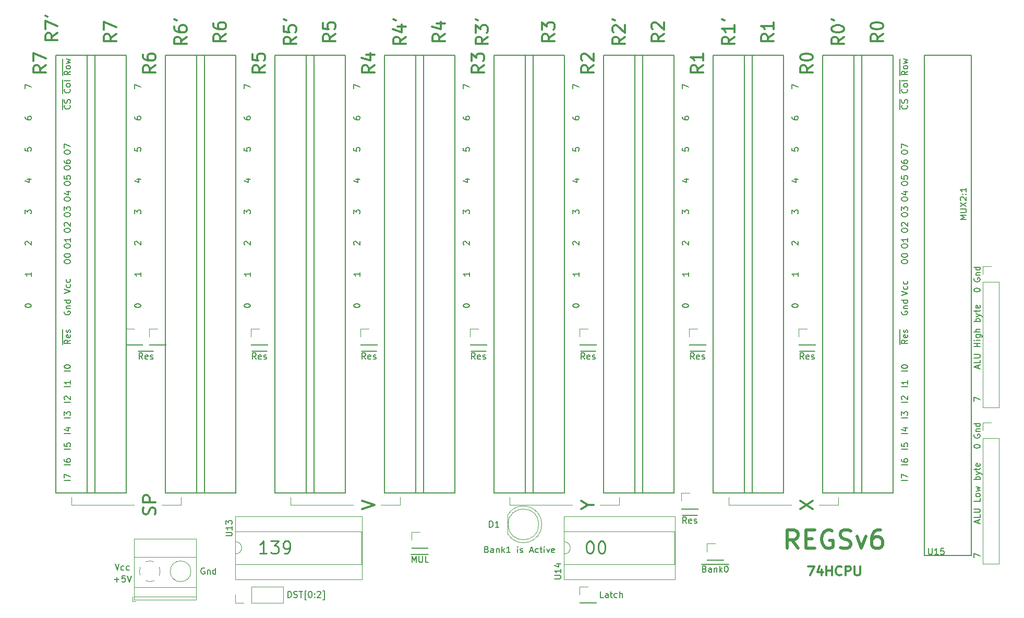
<source format=gbr>
%TF.GenerationSoftware,KiCad,Pcbnew,9.0.6*%
%TF.CreationDate,2026-01-09T18:10:27+03:00*%
%TF.ProjectId,Regs-v6,52656773-2d76-4362-9e6b-696361645f70,rev?*%
%TF.SameCoordinates,Original*%
%TF.FileFunction,Legend,Top*%
%TF.FilePolarity,Positive*%
%FSLAX46Y46*%
G04 Gerber Fmt 4.6, Leading zero omitted, Abs format (unit mm)*
G04 Created by KiCad (PCBNEW 9.0.6) date 2026-01-09 18:10:27*
%MOMM*%
%LPD*%
G01*
G04 APERTURE LIST*
%ADD10C,0.120000*%
%ADD11C,0.300000*%
%ADD12C,0.250000*%
%ADD13C,0.150000*%
%ADD14C,0.500000*%
G04 APERTURE END LIST*
D10*
X21590000Y-93345000D02*
X21590000Y-94615000D01*
X39370000Y-93345000D02*
X39370000Y-94615000D01*
X21590000Y-94615000D02*
X31750000Y-94615000D01*
X39370000Y-94615000D02*
X36195000Y-94615000D01*
X110490000Y-93345000D02*
X110490000Y-94615000D01*
X74930000Y-93345000D02*
X74930000Y-94615000D01*
X128270000Y-94615000D02*
X138430000Y-94615000D01*
X74930000Y-94615000D02*
X71755000Y-94615000D01*
X92710000Y-93345000D02*
X92710000Y-94615000D01*
X146050000Y-93345000D02*
X146050000Y-94615000D01*
X146050000Y-94615000D02*
X142875000Y-94615000D01*
X128270000Y-93345000D02*
X128270000Y-94615000D01*
X92710000Y-94615000D02*
X102870000Y-94615000D01*
X57150000Y-93345000D02*
X57150000Y-94615000D01*
X110490000Y-94615000D02*
X107315000Y-94615000D01*
X57150000Y-94615000D02*
X67310000Y-94615000D01*
D11*
X141129285Y-104588328D02*
X142129285Y-104588328D01*
X142129285Y-104588328D02*
X141486428Y-106088328D01*
X143343571Y-105088328D02*
X143343571Y-106088328D01*
X142986428Y-104516900D02*
X142629285Y-105588328D01*
X142629285Y-105588328D02*
X143557856Y-105588328D01*
X144129284Y-106088328D02*
X144129284Y-104588328D01*
X144129284Y-105302614D02*
X144986427Y-105302614D01*
X144986427Y-106088328D02*
X144986427Y-104588328D01*
X146557856Y-105945471D02*
X146486428Y-106016900D01*
X146486428Y-106016900D02*
X146272142Y-106088328D01*
X146272142Y-106088328D02*
X146129285Y-106088328D01*
X146129285Y-106088328D02*
X145914999Y-106016900D01*
X145914999Y-106016900D02*
X145772142Y-105874042D01*
X145772142Y-105874042D02*
X145700713Y-105731185D01*
X145700713Y-105731185D02*
X145629285Y-105445471D01*
X145629285Y-105445471D02*
X145629285Y-105231185D01*
X145629285Y-105231185D02*
X145700713Y-104945471D01*
X145700713Y-104945471D02*
X145772142Y-104802614D01*
X145772142Y-104802614D02*
X145914999Y-104659757D01*
X145914999Y-104659757D02*
X146129285Y-104588328D01*
X146129285Y-104588328D02*
X146272142Y-104588328D01*
X146272142Y-104588328D02*
X146486428Y-104659757D01*
X146486428Y-104659757D02*
X146557856Y-104731185D01*
X147200713Y-106088328D02*
X147200713Y-104588328D01*
X147200713Y-104588328D02*
X147772142Y-104588328D01*
X147772142Y-104588328D02*
X147914999Y-104659757D01*
X147914999Y-104659757D02*
X147986428Y-104731185D01*
X147986428Y-104731185D02*
X148057856Y-104874042D01*
X148057856Y-104874042D02*
X148057856Y-105088328D01*
X148057856Y-105088328D02*
X147986428Y-105231185D01*
X147986428Y-105231185D02*
X147914999Y-105302614D01*
X147914999Y-105302614D02*
X147772142Y-105374042D01*
X147772142Y-105374042D02*
X147200713Y-105374042D01*
X148700713Y-104588328D02*
X148700713Y-105802614D01*
X148700713Y-105802614D02*
X148772142Y-105945471D01*
X148772142Y-105945471D02*
X148843571Y-106016900D01*
X148843571Y-106016900D02*
X148986428Y-106088328D01*
X148986428Y-106088328D02*
X149272142Y-106088328D01*
X149272142Y-106088328D02*
X149414999Y-106016900D01*
X149414999Y-106016900D02*
X149486428Y-105945471D01*
X149486428Y-105945471D02*
X149557856Y-105802614D01*
X149557856Y-105802614D02*
X149557856Y-104588328D01*
D12*
X105632380Y-100512238D02*
X105822857Y-100512238D01*
X105822857Y-100512238D02*
X106013333Y-100607476D01*
X106013333Y-100607476D02*
X106108571Y-100702714D01*
X106108571Y-100702714D02*
X106203809Y-100893190D01*
X106203809Y-100893190D02*
X106299047Y-101274142D01*
X106299047Y-101274142D02*
X106299047Y-101750333D01*
X106299047Y-101750333D02*
X106203809Y-102131285D01*
X106203809Y-102131285D02*
X106108571Y-102321761D01*
X106108571Y-102321761D02*
X106013333Y-102417000D01*
X106013333Y-102417000D02*
X105822857Y-102512238D01*
X105822857Y-102512238D02*
X105632380Y-102512238D01*
X105632380Y-102512238D02*
X105441904Y-102417000D01*
X105441904Y-102417000D02*
X105346666Y-102321761D01*
X105346666Y-102321761D02*
X105251428Y-102131285D01*
X105251428Y-102131285D02*
X105156190Y-101750333D01*
X105156190Y-101750333D02*
X105156190Y-101274142D01*
X105156190Y-101274142D02*
X105251428Y-100893190D01*
X105251428Y-100893190D02*
X105346666Y-100702714D01*
X105346666Y-100702714D02*
X105441904Y-100607476D01*
X105441904Y-100607476D02*
X105632380Y-100512238D01*
X107537142Y-100512238D02*
X107727619Y-100512238D01*
X107727619Y-100512238D02*
X107918095Y-100607476D01*
X107918095Y-100607476D02*
X108013333Y-100702714D01*
X108013333Y-100702714D02*
X108108571Y-100893190D01*
X108108571Y-100893190D02*
X108203809Y-101274142D01*
X108203809Y-101274142D02*
X108203809Y-101750333D01*
X108203809Y-101750333D02*
X108108571Y-102131285D01*
X108108571Y-102131285D02*
X108013333Y-102321761D01*
X108013333Y-102321761D02*
X107918095Y-102417000D01*
X107918095Y-102417000D02*
X107727619Y-102512238D01*
X107727619Y-102512238D02*
X107537142Y-102512238D01*
X107537142Y-102512238D02*
X107346666Y-102417000D01*
X107346666Y-102417000D02*
X107251428Y-102321761D01*
X107251428Y-102321761D02*
X107156190Y-102131285D01*
X107156190Y-102131285D02*
X107060952Y-101750333D01*
X107060952Y-101750333D02*
X107060952Y-101274142D01*
X107060952Y-101274142D02*
X107156190Y-100893190D01*
X107156190Y-100893190D02*
X107251428Y-100702714D01*
X107251428Y-100702714D02*
X107346666Y-100607476D01*
X107346666Y-100607476D02*
X107537142Y-100512238D01*
D11*
X28849638Y-18113333D02*
X27897257Y-18780000D01*
X28849638Y-19256190D02*
X26849638Y-19256190D01*
X26849638Y-19256190D02*
X26849638Y-18494285D01*
X26849638Y-18494285D02*
X26944876Y-18303809D01*
X26944876Y-18303809D02*
X27040114Y-18208571D01*
X27040114Y-18208571D02*
X27230590Y-18113333D01*
X27230590Y-18113333D02*
X27516304Y-18113333D01*
X27516304Y-18113333D02*
X27706780Y-18208571D01*
X27706780Y-18208571D02*
X27802019Y-18303809D01*
X27802019Y-18303809D02*
X27897257Y-18494285D01*
X27897257Y-18494285D02*
X27897257Y-19256190D01*
X26849638Y-17446666D02*
X26849638Y-16113333D01*
X26849638Y-16113333D02*
X28849638Y-16970476D01*
D13*
X56713809Y-109674819D02*
X56713809Y-108674819D01*
X56713809Y-108674819D02*
X56951904Y-108674819D01*
X56951904Y-108674819D02*
X57094761Y-108722438D01*
X57094761Y-108722438D02*
X57189999Y-108817676D01*
X57189999Y-108817676D02*
X57237618Y-108912914D01*
X57237618Y-108912914D02*
X57285237Y-109103390D01*
X57285237Y-109103390D02*
X57285237Y-109246247D01*
X57285237Y-109246247D02*
X57237618Y-109436723D01*
X57237618Y-109436723D02*
X57189999Y-109531961D01*
X57189999Y-109531961D02*
X57094761Y-109627200D01*
X57094761Y-109627200D02*
X56951904Y-109674819D01*
X56951904Y-109674819D02*
X56713809Y-109674819D01*
X57666190Y-109627200D02*
X57809047Y-109674819D01*
X57809047Y-109674819D02*
X58047142Y-109674819D01*
X58047142Y-109674819D02*
X58142380Y-109627200D01*
X58142380Y-109627200D02*
X58189999Y-109579580D01*
X58189999Y-109579580D02*
X58237618Y-109484342D01*
X58237618Y-109484342D02*
X58237618Y-109389104D01*
X58237618Y-109389104D02*
X58189999Y-109293866D01*
X58189999Y-109293866D02*
X58142380Y-109246247D01*
X58142380Y-109246247D02*
X58047142Y-109198628D01*
X58047142Y-109198628D02*
X57856666Y-109151009D01*
X57856666Y-109151009D02*
X57761428Y-109103390D01*
X57761428Y-109103390D02*
X57713809Y-109055771D01*
X57713809Y-109055771D02*
X57666190Y-108960533D01*
X57666190Y-108960533D02*
X57666190Y-108865295D01*
X57666190Y-108865295D02*
X57713809Y-108770057D01*
X57713809Y-108770057D02*
X57761428Y-108722438D01*
X57761428Y-108722438D02*
X57856666Y-108674819D01*
X57856666Y-108674819D02*
X58094761Y-108674819D01*
X58094761Y-108674819D02*
X58237618Y-108722438D01*
X58523333Y-108674819D02*
X59094761Y-108674819D01*
X58809047Y-109674819D02*
X58809047Y-108674819D01*
X59713809Y-110008152D02*
X59475714Y-110008152D01*
X59475714Y-110008152D02*
X59475714Y-108579580D01*
X59475714Y-108579580D02*
X59713809Y-108579580D01*
X60285238Y-108674819D02*
X60380476Y-108674819D01*
X60380476Y-108674819D02*
X60475714Y-108722438D01*
X60475714Y-108722438D02*
X60523333Y-108770057D01*
X60523333Y-108770057D02*
X60570952Y-108865295D01*
X60570952Y-108865295D02*
X60618571Y-109055771D01*
X60618571Y-109055771D02*
X60618571Y-109293866D01*
X60618571Y-109293866D02*
X60570952Y-109484342D01*
X60570952Y-109484342D02*
X60523333Y-109579580D01*
X60523333Y-109579580D02*
X60475714Y-109627200D01*
X60475714Y-109627200D02*
X60380476Y-109674819D01*
X60380476Y-109674819D02*
X60285238Y-109674819D01*
X60285238Y-109674819D02*
X60190000Y-109627200D01*
X60190000Y-109627200D02*
X60142381Y-109579580D01*
X60142381Y-109579580D02*
X60094762Y-109484342D01*
X60094762Y-109484342D02*
X60047143Y-109293866D01*
X60047143Y-109293866D02*
X60047143Y-109055771D01*
X60047143Y-109055771D02*
X60094762Y-108865295D01*
X60094762Y-108865295D02*
X60142381Y-108770057D01*
X60142381Y-108770057D02*
X60190000Y-108722438D01*
X60190000Y-108722438D02*
X60285238Y-108674819D01*
X61047143Y-109579580D02*
X61094762Y-109627200D01*
X61094762Y-109627200D02*
X61047143Y-109674819D01*
X61047143Y-109674819D02*
X60999524Y-109627200D01*
X60999524Y-109627200D02*
X61047143Y-109579580D01*
X61047143Y-109579580D02*
X61047143Y-109674819D01*
X61047143Y-109055771D02*
X61094762Y-109103390D01*
X61094762Y-109103390D02*
X61047143Y-109151009D01*
X61047143Y-109151009D02*
X60999524Y-109103390D01*
X60999524Y-109103390D02*
X61047143Y-109055771D01*
X61047143Y-109055771D02*
X61047143Y-109151009D01*
X61475714Y-108770057D02*
X61523333Y-108722438D01*
X61523333Y-108722438D02*
X61618571Y-108674819D01*
X61618571Y-108674819D02*
X61856666Y-108674819D01*
X61856666Y-108674819D02*
X61951904Y-108722438D01*
X61951904Y-108722438D02*
X61999523Y-108770057D01*
X61999523Y-108770057D02*
X62047142Y-108865295D01*
X62047142Y-108865295D02*
X62047142Y-108960533D01*
X62047142Y-108960533D02*
X61999523Y-109103390D01*
X61999523Y-109103390D02*
X61428095Y-109674819D01*
X61428095Y-109674819D02*
X62047142Y-109674819D01*
X62380476Y-110008152D02*
X62618571Y-110008152D01*
X62618571Y-110008152D02*
X62618571Y-108579580D01*
X62618571Y-108579580D02*
X62380476Y-108579580D01*
X85179819Y-62277618D02*
X85179819Y-62182380D01*
X85179819Y-62182380D02*
X85227438Y-62087142D01*
X85227438Y-62087142D02*
X85275057Y-62039523D01*
X85275057Y-62039523D02*
X85370295Y-61991904D01*
X85370295Y-61991904D02*
X85560771Y-61944285D01*
X85560771Y-61944285D02*
X85798866Y-61944285D01*
X85798866Y-61944285D02*
X85989342Y-61991904D01*
X85989342Y-61991904D02*
X86084580Y-62039523D01*
X86084580Y-62039523D02*
X86132200Y-62087142D01*
X86132200Y-62087142D02*
X86179819Y-62182380D01*
X86179819Y-62182380D02*
X86179819Y-62277618D01*
X86179819Y-62277618D02*
X86132200Y-62372856D01*
X86132200Y-62372856D02*
X86084580Y-62420475D01*
X86084580Y-62420475D02*
X85989342Y-62468094D01*
X85989342Y-62468094D02*
X85798866Y-62515713D01*
X85798866Y-62515713D02*
X85560771Y-62515713D01*
X85560771Y-62515713D02*
X85370295Y-62468094D01*
X85370295Y-62468094D02*
X85275057Y-62420475D01*
X85275057Y-62420475D02*
X85227438Y-62372856D01*
X85227438Y-62372856D02*
X85179819Y-62277618D01*
X85179819Y-27003332D02*
X85179819Y-26336666D01*
X85179819Y-26336666D02*
X86179819Y-26765237D01*
D11*
X105367257Y-94615000D02*
X106319638Y-94615000D01*
X104319638Y-95281666D02*
X105367257Y-94615000D01*
X105367257Y-94615000D02*
X104319638Y-93948333D01*
X139879638Y-95281666D02*
X141879638Y-93948333D01*
X139879638Y-93948333D02*
X141879638Y-95281666D01*
D13*
X168094938Y-83192857D02*
X168047319Y-83288095D01*
X168047319Y-83288095D02*
X168047319Y-83430952D01*
X168047319Y-83430952D02*
X168094938Y-83573809D01*
X168094938Y-83573809D02*
X168190176Y-83669047D01*
X168190176Y-83669047D02*
X168285414Y-83716666D01*
X168285414Y-83716666D02*
X168475890Y-83764285D01*
X168475890Y-83764285D02*
X168618747Y-83764285D01*
X168618747Y-83764285D02*
X168809223Y-83716666D01*
X168809223Y-83716666D02*
X168904461Y-83669047D01*
X168904461Y-83669047D02*
X168999700Y-83573809D01*
X168999700Y-83573809D02*
X169047319Y-83430952D01*
X169047319Y-83430952D02*
X169047319Y-83335714D01*
X169047319Y-83335714D02*
X168999700Y-83192857D01*
X168999700Y-83192857D02*
X168952080Y-83145238D01*
X168952080Y-83145238D02*
X168618747Y-83145238D01*
X168618747Y-83145238D02*
X168618747Y-83335714D01*
X168380652Y-82716666D02*
X169047319Y-82716666D01*
X168475890Y-82716666D02*
X168428271Y-82669047D01*
X168428271Y-82669047D02*
X168380652Y-82573809D01*
X168380652Y-82573809D02*
X168380652Y-82430952D01*
X168380652Y-82430952D02*
X168428271Y-82335714D01*
X168428271Y-82335714D02*
X168523509Y-82288095D01*
X168523509Y-82288095D02*
X169047319Y-82288095D01*
X169047319Y-81383333D02*
X168047319Y-81383333D01*
X168999700Y-81383333D02*
X169047319Y-81478571D01*
X169047319Y-81478571D02*
X169047319Y-81669047D01*
X169047319Y-81669047D02*
X168999700Y-81764285D01*
X168999700Y-81764285D02*
X168952080Y-81811904D01*
X168952080Y-81811904D02*
X168856842Y-81859523D01*
X168856842Y-81859523D02*
X168571128Y-81859523D01*
X168571128Y-81859523D02*
X168475890Y-81811904D01*
X168475890Y-81811904D02*
X168428271Y-81764285D01*
X168428271Y-81764285D02*
X168380652Y-81669047D01*
X168380652Y-81669047D02*
X168380652Y-81478571D01*
X168380652Y-81478571D02*
X168428271Y-81383333D01*
X168047319Y-85137618D02*
X168047319Y-85042380D01*
X168047319Y-85042380D02*
X168094938Y-84947142D01*
X168094938Y-84947142D02*
X168142557Y-84899523D01*
X168142557Y-84899523D02*
X168237795Y-84851904D01*
X168237795Y-84851904D02*
X168428271Y-84804285D01*
X168428271Y-84804285D02*
X168666366Y-84804285D01*
X168666366Y-84804285D02*
X168856842Y-84851904D01*
X168856842Y-84851904D02*
X168952080Y-84899523D01*
X168952080Y-84899523D02*
X168999700Y-84947142D01*
X168999700Y-84947142D02*
X169047319Y-85042380D01*
X169047319Y-85042380D02*
X169047319Y-85137618D01*
X169047319Y-85137618D02*
X168999700Y-85232856D01*
X168999700Y-85232856D02*
X168952080Y-85280475D01*
X168952080Y-85280475D02*
X168856842Y-85328094D01*
X168856842Y-85328094D02*
X168666366Y-85375713D01*
X168666366Y-85375713D02*
X168428271Y-85375713D01*
X168428271Y-85375713D02*
X168237795Y-85328094D01*
X168237795Y-85328094D02*
X168142557Y-85280475D01*
X168142557Y-85280475D02*
X168094938Y-85232856D01*
X168094938Y-85232856D02*
X168047319Y-85137618D01*
X168047319Y-103203332D02*
X168047319Y-102536666D01*
X168047319Y-102536666D02*
X169047319Y-102965237D01*
X168047319Y-59737618D02*
X168047319Y-59642380D01*
X168047319Y-59642380D02*
X168094938Y-59547142D01*
X168094938Y-59547142D02*
X168142557Y-59499523D01*
X168142557Y-59499523D02*
X168237795Y-59451904D01*
X168237795Y-59451904D02*
X168428271Y-59404285D01*
X168428271Y-59404285D02*
X168666366Y-59404285D01*
X168666366Y-59404285D02*
X168856842Y-59451904D01*
X168856842Y-59451904D02*
X168952080Y-59499523D01*
X168952080Y-59499523D02*
X168999700Y-59547142D01*
X168999700Y-59547142D02*
X169047319Y-59642380D01*
X169047319Y-59642380D02*
X169047319Y-59737618D01*
X169047319Y-59737618D02*
X168999700Y-59832856D01*
X168999700Y-59832856D02*
X168952080Y-59880475D01*
X168952080Y-59880475D02*
X168856842Y-59928094D01*
X168856842Y-59928094D02*
X168666366Y-59975713D01*
X168666366Y-59975713D02*
X168428271Y-59975713D01*
X168428271Y-59975713D02*
X168237795Y-59928094D01*
X168237795Y-59928094D02*
X168142557Y-59880475D01*
X168142557Y-59880475D02*
X168094938Y-59832856D01*
X168094938Y-59832856D02*
X168047319Y-59737618D01*
X168047319Y-77803332D02*
X168047319Y-77136666D01*
X168047319Y-77136666D02*
X169047319Y-77565237D01*
X168094938Y-57792857D02*
X168047319Y-57888095D01*
X168047319Y-57888095D02*
X168047319Y-58030952D01*
X168047319Y-58030952D02*
X168094938Y-58173809D01*
X168094938Y-58173809D02*
X168190176Y-58269047D01*
X168190176Y-58269047D02*
X168285414Y-58316666D01*
X168285414Y-58316666D02*
X168475890Y-58364285D01*
X168475890Y-58364285D02*
X168618747Y-58364285D01*
X168618747Y-58364285D02*
X168809223Y-58316666D01*
X168809223Y-58316666D02*
X168904461Y-58269047D01*
X168904461Y-58269047D02*
X168999700Y-58173809D01*
X168999700Y-58173809D02*
X169047319Y-58030952D01*
X169047319Y-58030952D02*
X169047319Y-57935714D01*
X169047319Y-57935714D02*
X168999700Y-57792857D01*
X168999700Y-57792857D02*
X168952080Y-57745238D01*
X168952080Y-57745238D02*
X168618747Y-57745238D01*
X168618747Y-57745238D02*
X168618747Y-57935714D01*
X168380652Y-57316666D02*
X169047319Y-57316666D01*
X168475890Y-57316666D02*
X168428271Y-57269047D01*
X168428271Y-57269047D02*
X168380652Y-57173809D01*
X168380652Y-57173809D02*
X168380652Y-57030952D01*
X168380652Y-57030952D02*
X168428271Y-56935714D01*
X168428271Y-56935714D02*
X168523509Y-56888095D01*
X168523509Y-56888095D02*
X169047319Y-56888095D01*
X169047319Y-55983333D02*
X168047319Y-55983333D01*
X168999700Y-55983333D02*
X169047319Y-56078571D01*
X169047319Y-56078571D02*
X169047319Y-56269047D01*
X169047319Y-56269047D02*
X168999700Y-56364285D01*
X168999700Y-56364285D02*
X168952080Y-56411904D01*
X168952080Y-56411904D02*
X168856842Y-56459523D01*
X168856842Y-56459523D02*
X168571128Y-56459523D01*
X168571128Y-56459523D02*
X168475890Y-56411904D01*
X168475890Y-56411904D02*
X168428271Y-56364285D01*
X168428271Y-56364285D02*
X168380652Y-56269047D01*
X168380652Y-56269047D02*
X168380652Y-56078571D01*
X168380652Y-56078571D02*
X168428271Y-55983333D01*
X168761604Y-72452857D02*
X168761604Y-71976667D01*
X169047319Y-72548095D02*
X168047319Y-72214762D01*
X168047319Y-72214762D02*
X169047319Y-71881429D01*
X169047319Y-71071905D02*
X169047319Y-71548095D01*
X169047319Y-71548095D02*
X168047319Y-71548095D01*
X168047319Y-70738571D02*
X168856842Y-70738571D01*
X168856842Y-70738571D02*
X168952080Y-70690952D01*
X168952080Y-70690952D02*
X168999700Y-70643333D01*
X168999700Y-70643333D02*
X169047319Y-70548095D01*
X169047319Y-70548095D02*
X169047319Y-70357619D01*
X169047319Y-70357619D02*
X168999700Y-70262381D01*
X168999700Y-70262381D02*
X168952080Y-70214762D01*
X168952080Y-70214762D02*
X168856842Y-70167143D01*
X168856842Y-70167143D02*
X168047319Y-70167143D01*
X169047319Y-68929047D02*
X168047319Y-68929047D01*
X168523509Y-68929047D02*
X168523509Y-68357619D01*
X169047319Y-68357619D02*
X168047319Y-68357619D01*
X169047319Y-67881428D02*
X168380652Y-67881428D01*
X168047319Y-67881428D02*
X168094938Y-67929047D01*
X168094938Y-67929047D02*
X168142557Y-67881428D01*
X168142557Y-67881428D02*
X168094938Y-67833809D01*
X168094938Y-67833809D02*
X168047319Y-67881428D01*
X168047319Y-67881428D02*
X168142557Y-67881428D01*
X168380652Y-66976667D02*
X169190176Y-66976667D01*
X169190176Y-66976667D02*
X169285414Y-67024286D01*
X169285414Y-67024286D02*
X169333033Y-67071905D01*
X169333033Y-67071905D02*
X169380652Y-67167143D01*
X169380652Y-67167143D02*
X169380652Y-67310000D01*
X169380652Y-67310000D02*
X169333033Y-67405238D01*
X168999700Y-66976667D02*
X169047319Y-67071905D01*
X169047319Y-67071905D02*
X169047319Y-67262381D01*
X169047319Y-67262381D02*
X168999700Y-67357619D01*
X168999700Y-67357619D02*
X168952080Y-67405238D01*
X168952080Y-67405238D02*
X168856842Y-67452857D01*
X168856842Y-67452857D02*
X168571128Y-67452857D01*
X168571128Y-67452857D02*
X168475890Y-67405238D01*
X168475890Y-67405238D02*
X168428271Y-67357619D01*
X168428271Y-67357619D02*
X168380652Y-67262381D01*
X168380652Y-67262381D02*
X168380652Y-67071905D01*
X168380652Y-67071905D02*
X168428271Y-66976667D01*
X169047319Y-66500476D02*
X168047319Y-66500476D01*
X169047319Y-66071905D02*
X168523509Y-66071905D01*
X168523509Y-66071905D02*
X168428271Y-66119524D01*
X168428271Y-66119524D02*
X168380652Y-66214762D01*
X168380652Y-66214762D02*
X168380652Y-66357619D01*
X168380652Y-66357619D02*
X168428271Y-66452857D01*
X168428271Y-66452857D02*
X168475890Y-66500476D01*
X169047319Y-64833809D02*
X168047319Y-64833809D01*
X168428271Y-64833809D02*
X168380652Y-64738571D01*
X168380652Y-64738571D02*
X168380652Y-64548095D01*
X168380652Y-64548095D02*
X168428271Y-64452857D01*
X168428271Y-64452857D02*
X168475890Y-64405238D01*
X168475890Y-64405238D02*
X168571128Y-64357619D01*
X168571128Y-64357619D02*
X168856842Y-64357619D01*
X168856842Y-64357619D02*
X168952080Y-64405238D01*
X168952080Y-64405238D02*
X168999700Y-64452857D01*
X168999700Y-64452857D02*
X169047319Y-64548095D01*
X169047319Y-64548095D02*
X169047319Y-64738571D01*
X169047319Y-64738571D02*
X168999700Y-64833809D01*
X168380652Y-64024285D02*
X169047319Y-63786190D01*
X168380652Y-63548095D02*
X169047319Y-63786190D01*
X169047319Y-63786190D02*
X169285414Y-63881428D01*
X169285414Y-63881428D02*
X169333033Y-63929047D01*
X169333033Y-63929047D02*
X169380652Y-64024285D01*
X168380652Y-63309999D02*
X168380652Y-62929047D01*
X168047319Y-63167142D02*
X168904461Y-63167142D01*
X168904461Y-63167142D02*
X168999700Y-63119523D01*
X168999700Y-63119523D02*
X169047319Y-63024285D01*
X169047319Y-63024285D02*
X169047319Y-62929047D01*
X168999700Y-62214761D02*
X169047319Y-62309999D01*
X169047319Y-62309999D02*
X169047319Y-62500475D01*
X169047319Y-62500475D02*
X168999700Y-62595713D01*
X168999700Y-62595713D02*
X168904461Y-62643332D01*
X168904461Y-62643332D02*
X168523509Y-62643332D01*
X168523509Y-62643332D02*
X168428271Y-62595713D01*
X168428271Y-62595713D02*
X168380652Y-62500475D01*
X168380652Y-62500475D02*
X168380652Y-62309999D01*
X168380652Y-62309999D02*
X168428271Y-62214761D01*
X168428271Y-62214761D02*
X168523509Y-62167142D01*
X168523509Y-62167142D02*
X168618747Y-62167142D01*
X168618747Y-62167142D02*
X168713985Y-62643332D01*
X156299819Y-47561428D02*
X156299819Y-47370952D01*
X156299819Y-47370952D02*
X156347438Y-47275714D01*
X156347438Y-47275714D02*
X156442676Y-47180476D01*
X156442676Y-47180476D02*
X156633152Y-47132857D01*
X156633152Y-47132857D02*
X156966485Y-47132857D01*
X156966485Y-47132857D02*
X157156961Y-47180476D01*
X157156961Y-47180476D02*
X157252200Y-47275714D01*
X157252200Y-47275714D02*
X157299819Y-47370952D01*
X157299819Y-47370952D02*
X157299819Y-47561428D01*
X157299819Y-47561428D02*
X157252200Y-47656666D01*
X157252200Y-47656666D02*
X157156961Y-47751904D01*
X157156961Y-47751904D02*
X156966485Y-47799523D01*
X156966485Y-47799523D02*
X156633152Y-47799523D01*
X156633152Y-47799523D02*
X156442676Y-47751904D01*
X156442676Y-47751904D02*
X156347438Y-47656666D01*
X156347438Y-47656666D02*
X156299819Y-47561428D01*
X156299819Y-46799523D02*
X156299819Y-46180476D01*
X156299819Y-46180476D02*
X156680771Y-46513809D01*
X156680771Y-46513809D02*
X156680771Y-46370952D01*
X156680771Y-46370952D02*
X156728390Y-46275714D01*
X156728390Y-46275714D02*
X156776009Y-46228095D01*
X156776009Y-46228095D02*
X156871247Y-46180476D01*
X156871247Y-46180476D02*
X157109342Y-46180476D01*
X157109342Y-46180476D02*
X157204580Y-46228095D01*
X157204580Y-46228095D02*
X157252200Y-46275714D01*
X157252200Y-46275714D02*
X157299819Y-46370952D01*
X157299819Y-46370952D02*
X157299819Y-46656666D01*
X157299819Y-46656666D02*
X157252200Y-46751904D01*
X157252200Y-46751904D02*
X157204580Y-46799523D01*
X157299819Y-90646189D02*
X156299819Y-90646189D01*
X156299819Y-90265237D02*
X156299819Y-89598571D01*
X156299819Y-89598571D02*
X157299819Y-90027142D01*
X157299819Y-75406189D02*
X156299819Y-75406189D01*
X157299819Y-74406190D02*
X157299819Y-74977618D01*
X157299819Y-74691904D02*
X156299819Y-74691904D01*
X156299819Y-74691904D02*
X156442676Y-74787142D01*
X156442676Y-74787142D02*
X156537914Y-74882380D01*
X156537914Y-74882380D02*
X156585533Y-74977618D01*
X156299819Y-55181428D02*
X156299819Y-54990952D01*
X156299819Y-54990952D02*
X156347438Y-54895714D01*
X156347438Y-54895714D02*
X156442676Y-54800476D01*
X156442676Y-54800476D02*
X156633152Y-54752857D01*
X156633152Y-54752857D02*
X156966485Y-54752857D01*
X156966485Y-54752857D02*
X157156961Y-54800476D01*
X157156961Y-54800476D02*
X157252200Y-54895714D01*
X157252200Y-54895714D02*
X157299819Y-54990952D01*
X157299819Y-54990952D02*
X157299819Y-55181428D01*
X157299819Y-55181428D02*
X157252200Y-55276666D01*
X157252200Y-55276666D02*
X157156961Y-55371904D01*
X157156961Y-55371904D02*
X156966485Y-55419523D01*
X156966485Y-55419523D02*
X156633152Y-55419523D01*
X156633152Y-55419523D02*
X156442676Y-55371904D01*
X156442676Y-55371904D02*
X156347438Y-55276666D01*
X156347438Y-55276666D02*
X156299819Y-55181428D01*
X156299819Y-54133809D02*
X156299819Y-54038571D01*
X156299819Y-54038571D02*
X156347438Y-53943333D01*
X156347438Y-53943333D02*
X156395057Y-53895714D01*
X156395057Y-53895714D02*
X156490295Y-53848095D01*
X156490295Y-53848095D02*
X156680771Y-53800476D01*
X156680771Y-53800476D02*
X156918866Y-53800476D01*
X156918866Y-53800476D02*
X157109342Y-53848095D01*
X157109342Y-53848095D02*
X157204580Y-53895714D01*
X157204580Y-53895714D02*
X157252200Y-53943333D01*
X157252200Y-53943333D02*
X157299819Y-54038571D01*
X157299819Y-54038571D02*
X157299819Y-54133809D01*
X157299819Y-54133809D02*
X157252200Y-54229047D01*
X157252200Y-54229047D02*
X157204580Y-54276666D01*
X157204580Y-54276666D02*
X157109342Y-54324285D01*
X157109342Y-54324285D02*
X156918866Y-54371904D01*
X156918866Y-54371904D02*
X156680771Y-54371904D01*
X156680771Y-54371904D02*
X156490295Y-54324285D01*
X156490295Y-54324285D02*
X156395057Y-54276666D01*
X156395057Y-54276666D02*
X156347438Y-54229047D01*
X156347438Y-54229047D02*
X156299819Y-54133809D01*
X157299819Y-24161666D02*
X156823628Y-24494999D01*
X157299819Y-24733094D02*
X156299819Y-24733094D01*
X156299819Y-24733094D02*
X156299819Y-24352142D01*
X156299819Y-24352142D02*
X156347438Y-24256904D01*
X156347438Y-24256904D02*
X156395057Y-24209285D01*
X156395057Y-24209285D02*
X156490295Y-24161666D01*
X156490295Y-24161666D02*
X156633152Y-24161666D01*
X156633152Y-24161666D02*
X156728390Y-24209285D01*
X156728390Y-24209285D02*
X156776009Y-24256904D01*
X156776009Y-24256904D02*
X156823628Y-24352142D01*
X156823628Y-24352142D02*
X156823628Y-24733094D01*
X157299819Y-23590237D02*
X157252200Y-23685475D01*
X157252200Y-23685475D02*
X157204580Y-23733094D01*
X157204580Y-23733094D02*
X157109342Y-23780713D01*
X157109342Y-23780713D02*
X156823628Y-23780713D01*
X156823628Y-23780713D02*
X156728390Y-23733094D01*
X156728390Y-23733094D02*
X156680771Y-23685475D01*
X156680771Y-23685475D02*
X156633152Y-23590237D01*
X156633152Y-23590237D02*
X156633152Y-23447380D01*
X156633152Y-23447380D02*
X156680771Y-23352142D01*
X156680771Y-23352142D02*
X156728390Y-23304523D01*
X156728390Y-23304523D02*
X156823628Y-23256904D01*
X156823628Y-23256904D02*
X157109342Y-23256904D01*
X157109342Y-23256904D02*
X157204580Y-23304523D01*
X157204580Y-23304523D02*
X157252200Y-23352142D01*
X157252200Y-23352142D02*
X157299819Y-23447380D01*
X157299819Y-23447380D02*
X157299819Y-23590237D01*
X156633152Y-22923570D02*
X157299819Y-22733094D01*
X157299819Y-22733094D02*
X156823628Y-22542618D01*
X156823628Y-22542618D02*
X157299819Y-22352142D01*
X157299819Y-22352142D02*
X156633152Y-22161666D01*
X156022200Y-24871190D02*
X156022200Y-22118809D01*
X157299819Y-80486189D02*
X156299819Y-80486189D01*
X156299819Y-80105237D02*
X156299819Y-79486190D01*
X156299819Y-79486190D02*
X156680771Y-79819523D01*
X156680771Y-79819523D02*
X156680771Y-79676666D01*
X156680771Y-79676666D02*
X156728390Y-79581428D01*
X156728390Y-79581428D02*
X156776009Y-79533809D01*
X156776009Y-79533809D02*
X156871247Y-79486190D01*
X156871247Y-79486190D02*
X157109342Y-79486190D01*
X157109342Y-79486190D02*
X157204580Y-79533809D01*
X157204580Y-79533809D02*
X157252200Y-79581428D01*
X157252200Y-79581428D02*
X157299819Y-79676666D01*
X157299819Y-79676666D02*
X157299819Y-79962380D01*
X157299819Y-79962380D02*
X157252200Y-80057618D01*
X157252200Y-80057618D02*
X157204580Y-80105237D01*
X157204580Y-29694166D02*
X157252200Y-29741785D01*
X157252200Y-29741785D02*
X157299819Y-29884642D01*
X157299819Y-29884642D02*
X157299819Y-29979880D01*
X157299819Y-29979880D02*
X157252200Y-30122737D01*
X157252200Y-30122737D02*
X157156961Y-30217975D01*
X157156961Y-30217975D02*
X157061723Y-30265594D01*
X157061723Y-30265594D02*
X156871247Y-30313213D01*
X156871247Y-30313213D02*
X156728390Y-30313213D01*
X156728390Y-30313213D02*
X156537914Y-30265594D01*
X156537914Y-30265594D02*
X156442676Y-30217975D01*
X156442676Y-30217975D02*
X156347438Y-30122737D01*
X156347438Y-30122737D02*
X156299819Y-29979880D01*
X156299819Y-29979880D02*
X156299819Y-29884642D01*
X156299819Y-29884642D02*
X156347438Y-29741785D01*
X156347438Y-29741785D02*
X156395057Y-29694166D01*
X157252200Y-29313213D02*
X157299819Y-29170356D01*
X157299819Y-29170356D02*
X157299819Y-28932261D01*
X157299819Y-28932261D02*
X157252200Y-28837023D01*
X157252200Y-28837023D02*
X157204580Y-28789404D01*
X157204580Y-28789404D02*
X157109342Y-28741785D01*
X157109342Y-28741785D02*
X157014104Y-28741785D01*
X157014104Y-28741785D02*
X156918866Y-28789404D01*
X156918866Y-28789404D02*
X156871247Y-28837023D01*
X156871247Y-28837023D02*
X156823628Y-28932261D01*
X156823628Y-28932261D02*
X156776009Y-29122737D01*
X156776009Y-29122737D02*
X156728390Y-29217975D01*
X156728390Y-29217975D02*
X156680771Y-29265594D01*
X156680771Y-29265594D02*
X156585533Y-29313213D01*
X156585533Y-29313213D02*
X156490295Y-29313213D01*
X156490295Y-29313213D02*
X156395057Y-29265594D01*
X156395057Y-29265594D02*
X156347438Y-29217975D01*
X156347438Y-29217975D02*
X156299819Y-29122737D01*
X156299819Y-29122737D02*
X156299819Y-28884642D01*
X156299819Y-28884642D02*
X156347438Y-28741785D01*
X156022200Y-30403690D02*
X156022200Y-28651309D01*
X156299819Y-50101428D02*
X156299819Y-49910952D01*
X156299819Y-49910952D02*
X156347438Y-49815714D01*
X156347438Y-49815714D02*
X156442676Y-49720476D01*
X156442676Y-49720476D02*
X156633152Y-49672857D01*
X156633152Y-49672857D02*
X156966485Y-49672857D01*
X156966485Y-49672857D02*
X157156961Y-49720476D01*
X157156961Y-49720476D02*
X157252200Y-49815714D01*
X157252200Y-49815714D02*
X157299819Y-49910952D01*
X157299819Y-49910952D02*
X157299819Y-50101428D01*
X157299819Y-50101428D02*
X157252200Y-50196666D01*
X157252200Y-50196666D02*
X157156961Y-50291904D01*
X157156961Y-50291904D02*
X156966485Y-50339523D01*
X156966485Y-50339523D02*
X156633152Y-50339523D01*
X156633152Y-50339523D02*
X156442676Y-50291904D01*
X156442676Y-50291904D02*
X156347438Y-50196666D01*
X156347438Y-50196666D02*
X156299819Y-50101428D01*
X156395057Y-49291904D02*
X156347438Y-49244285D01*
X156347438Y-49244285D02*
X156299819Y-49149047D01*
X156299819Y-49149047D02*
X156299819Y-48910952D01*
X156299819Y-48910952D02*
X156347438Y-48815714D01*
X156347438Y-48815714D02*
X156395057Y-48768095D01*
X156395057Y-48768095D02*
X156490295Y-48720476D01*
X156490295Y-48720476D02*
X156585533Y-48720476D01*
X156585533Y-48720476D02*
X156728390Y-48768095D01*
X156728390Y-48768095D02*
X157299819Y-49339523D01*
X157299819Y-49339523D02*
X157299819Y-48720476D01*
X157299819Y-77946189D02*
X156299819Y-77946189D01*
X156395057Y-77517618D02*
X156347438Y-77469999D01*
X156347438Y-77469999D02*
X156299819Y-77374761D01*
X156299819Y-77374761D02*
X156299819Y-77136666D01*
X156299819Y-77136666D02*
X156347438Y-77041428D01*
X156347438Y-77041428D02*
X156395057Y-76993809D01*
X156395057Y-76993809D02*
X156490295Y-76946190D01*
X156490295Y-76946190D02*
X156585533Y-76946190D01*
X156585533Y-76946190D02*
X156728390Y-76993809D01*
X156728390Y-76993809D02*
X157299819Y-77565237D01*
X157299819Y-77565237D02*
X157299819Y-76946190D01*
X156299819Y-42481428D02*
X156299819Y-42290952D01*
X156299819Y-42290952D02*
X156347438Y-42195714D01*
X156347438Y-42195714D02*
X156442676Y-42100476D01*
X156442676Y-42100476D02*
X156633152Y-42052857D01*
X156633152Y-42052857D02*
X156966485Y-42052857D01*
X156966485Y-42052857D02*
X157156961Y-42100476D01*
X157156961Y-42100476D02*
X157252200Y-42195714D01*
X157252200Y-42195714D02*
X157299819Y-42290952D01*
X157299819Y-42290952D02*
X157299819Y-42481428D01*
X157299819Y-42481428D02*
X157252200Y-42576666D01*
X157252200Y-42576666D02*
X157156961Y-42671904D01*
X157156961Y-42671904D02*
X156966485Y-42719523D01*
X156966485Y-42719523D02*
X156633152Y-42719523D01*
X156633152Y-42719523D02*
X156442676Y-42671904D01*
X156442676Y-42671904D02*
X156347438Y-42576666D01*
X156347438Y-42576666D02*
X156299819Y-42481428D01*
X156299819Y-41148095D02*
X156299819Y-41624285D01*
X156299819Y-41624285D02*
X156776009Y-41671904D01*
X156776009Y-41671904D02*
X156728390Y-41624285D01*
X156728390Y-41624285D02*
X156680771Y-41529047D01*
X156680771Y-41529047D02*
X156680771Y-41290952D01*
X156680771Y-41290952D02*
X156728390Y-41195714D01*
X156728390Y-41195714D02*
X156776009Y-41148095D01*
X156776009Y-41148095D02*
X156871247Y-41100476D01*
X156871247Y-41100476D02*
X157109342Y-41100476D01*
X157109342Y-41100476D02*
X157204580Y-41148095D01*
X157204580Y-41148095D02*
X157252200Y-41195714D01*
X157252200Y-41195714D02*
X157299819Y-41290952D01*
X157299819Y-41290952D02*
X157299819Y-41529047D01*
X157299819Y-41529047D02*
X157252200Y-41624285D01*
X157252200Y-41624285D02*
X157204580Y-41671904D01*
X156299819Y-52641428D02*
X156299819Y-52450952D01*
X156299819Y-52450952D02*
X156347438Y-52355714D01*
X156347438Y-52355714D02*
X156442676Y-52260476D01*
X156442676Y-52260476D02*
X156633152Y-52212857D01*
X156633152Y-52212857D02*
X156966485Y-52212857D01*
X156966485Y-52212857D02*
X157156961Y-52260476D01*
X157156961Y-52260476D02*
X157252200Y-52355714D01*
X157252200Y-52355714D02*
X157299819Y-52450952D01*
X157299819Y-52450952D02*
X157299819Y-52641428D01*
X157299819Y-52641428D02*
X157252200Y-52736666D01*
X157252200Y-52736666D02*
X157156961Y-52831904D01*
X157156961Y-52831904D02*
X156966485Y-52879523D01*
X156966485Y-52879523D02*
X156633152Y-52879523D01*
X156633152Y-52879523D02*
X156442676Y-52831904D01*
X156442676Y-52831904D02*
X156347438Y-52736666D01*
X156347438Y-52736666D02*
X156299819Y-52641428D01*
X157299819Y-51260476D02*
X157299819Y-51831904D01*
X157299819Y-51546190D02*
X156299819Y-51546190D01*
X156299819Y-51546190D02*
X156442676Y-51641428D01*
X156442676Y-51641428D02*
X156537914Y-51736666D01*
X156537914Y-51736666D02*
X156585533Y-51831904D01*
X156299819Y-37401428D02*
X156299819Y-37210952D01*
X156299819Y-37210952D02*
X156347438Y-37115714D01*
X156347438Y-37115714D02*
X156442676Y-37020476D01*
X156442676Y-37020476D02*
X156633152Y-36972857D01*
X156633152Y-36972857D02*
X156966485Y-36972857D01*
X156966485Y-36972857D02*
X157156961Y-37020476D01*
X157156961Y-37020476D02*
X157252200Y-37115714D01*
X157252200Y-37115714D02*
X157299819Y-37210952D01*
X157299819Y-37210952D02*
X157299819Y-37401428D01*
X157299819Y-37401428D02*
X157252200Y-37496666D01*
X157252200Y-37496666D02*
X157156961Y-37591904D01*
X157156961Y-37591904D02*
X156966485Y-37639523D01*
X156966485Y-37639523D02*
X156633152Y-37639523D01*
X156633152Y-37639523D02*
X156442676Y-37591904D01*
X156442676Y-37591904D02*
X156347438Y-37496666D01*
X156347438Y-37496666D02*
X156299819Y-37401428D01*
X156299819Y-36639523D02*
X156299819Y-35972857D01*
X156299819Y-35972857D02*
X157299819Y-36401428D01*
X157204580Y-27074762D02*
X157252200Y-27122381D01*
X157252200Y-27122381D02*
X157299819Y-27265238D01*
X157299819Y-27265238D02*
X157299819Y-27360476D01*
X157299819Y-27360476D02*
X157252200Y-27503333D01*
X157252200Y-27503333D02*
X157156961Y-27598571D01*
X157156961Y-27598571D02*
X157061723Y-27646190D01*
X157061723Y-27646190D02*
X156871247Y-27693809D01*
X156871247Y-27693809D02*
X156728390Y-27693809D01*
X156728390Y-27693809D02*
X156537914Y-27646190D01*
X156537914Y-27646190D02*
X156442676Y-27598571D01*
X156442676Y-27598571D02*
X156347438Y-27503333D01*
X156347438Y-27503333D02*
X156299819Y-27360476D01*
X156299819Y-27360476D02*
X156299819Y-27265238D01*
X156299819Y-27265238D02*
X156347438Y-27122381D01*
X156347438Y-27122381D02*
X156395057Y-27074762D01*
X157299819Y-26503333D02*
X157252200Y-26598571D01*
X157252200Y-26598571D02*
X157204580Y-26646190D01*
X157204580Y-26646190D02*
X157109342Y-26693809D01*
X157109342Y-26693809D02*
X156823628Y-26693809D01*
X156823628Y-26693809D02*
X156728390Y-26646190D01*
X156728390Y-26646190D02*
X156680771Y-26598571D01*
X156680771Y-26598571D02*
X156633152Y-26503333D01*
X156633152Y-26503333D02*
X156633152Y-26360476D01*
X156633152Y-26360476D02*
X156680771Y-26265238D01*
X156680771Y-26265238D02*
X156728390Y-26217619D01*
X156728390Y-26217619D02*
X156823628Y-26170000D01*
X156823628Y-26170000D02*
X157109342Y-26170000D01*
X157109342Y-26170000D02*
X157204580Y-26217619D01*
X157204580Y-26217619D02*
X157252200Y-26265238D01*
X157252200Y-26265238D02*
X157299819Y-26360476D01*
X157299819Y-26360476D02*
X157299819Y-26503333D01*
X157299819Y-25598571D02*
X157252200Y-25693809D01*
X157252200Y-25693809D02*
X157156961Y-25741428D01*
X157156961Y-25741428D02*
X156299819Y-25741428D01*
X156022200Y-27784286D02*
X156022200Y-25555714D01*
X157299819Y-88106189D02*
X156299819Y-88106189D01*
X156299819Y-87201428D02*
X156299819Y-87391904D01*
X156299819Y-87391904D02*
X156347438Y-87487142D01*
X156347438Y-87487142D02*
X156395057Y-87534761D01*
X156395057Y-87534761D02*
X156537914Y-87629999D01*
X156537914Y-87629999D02*
X156728390Y-87677618D01*
X156728390Y-87677618D02*
X157109342Y-87677618D01*
X157109342Y-87677618D02*
X157204580Y-87629999D01*
X157204580Y-87629999D02*
X157252200Y-87582380D01*
X157252200Y-87582380D02*
X157299819Y-87487142D01*
X157299819Y-87487142D02*
X157299819Y-87296666D01*
X157299819Y-87296666D02*
X157252200Y-87201428D01*
X157252200Y-87201428D02*
X157204580Y-87153809D01*
X157204580Y-87153809D02*
X157109342Y-87106190D01*
X157109342Y-87106190D02*
X156871247Y-87106190D01*
X156871247Y-87106190D02*
X156776009Y-87153809D01*
X156776009Y-87153809D02*
X156728390Y-87201428D01*
X156728390Y-87201428D02*
X156680771Y-87296666D01*
X156680771Y-87296666D02*
X156680771Y-87487142D01*
X156680771Y-87487142D02*
X156728390Y-87582380D01*
X156728390Y-87582380D02*
X156776009Y-87629999D01*
X156776009Y-87629999D02*
X156871247Y-87677618D01*
X157299819Y-72866189D02*
X156299819Y-72866189D01*
X156299819Y-72199523D02*
X156299819Y-72104285D01*
X156299819Y-72104285D02*
X156347438Y-72009047D01*
X156347438Y-72009047D02*
X156395057Y-71961428D01*
X156395057Y-71961428D02*
X156490295Y-71913809D01*
X156490295Y-71913809D02*
X156680771Y-71866190D01*
X156680771Y-71866190D02*
X156918866Y-71866190D01*
X156918866Y-71866190D02*
X157109342Y-71913809D01*
X157109342Y-71913809D02*
X157204580Y-71961428D01*
X157204580Y-71961428D02*
X157252200Y-72009047D01*
X157252200Y-72009047D02*
X157299819Y-72104285D01*
X157299819Y-72104285D02*
X157299819Y-72199523D01*
X157299819Y-72199523D02*
X157252200Y-72294761D01*
X157252200Y-72294761D02*
X157204580Y-72342380D01*
X157204580Y-72342380D02*
X157109342Y-72389999D01*
X157109342Y-72389999D02*
X156918866Y-72437618D01*
X156918866Y-72437618D02*
X156680771Y-72437618D01*
X156680771Y-72437618D02*
X156490295Y-72389999D01*
X156490295Y-72389999D02*
X156395057Y-72342380D01*
X156395057Y-72342380D02*
X156347438Y-72294761D01*
X156347438Y-72294761D02*
X156299819Y-72199523D01*
X156299819Y-45021428D02*
X156299819Y-44830952D01*
X156299819Y-44830952D02*
X156347438Y-44735714D01*
X156347438Y-44735714D02*
X156442676Y-44640476D01*
X156442676Y-44640476D02*
X156633152Y-44592857D01*
X156633152Y-44592857D02*
X156966485Y-44592857D01*
X156966485Y-44592857D02*
X157156961Y-44640476D01*
X157156961Y-44640476D02*
X157252200Y-44735714D01*
X157252200Y-44735714D02*
X157299819Y-44830952D01*
X157299819Y-44830952D02*
X157299819Y-45021428D01*
X157299819Y-45021428D02*
X157252200Y-45116666D01*
X157252200Y-45116666D02*
X157156961Y-45211904D01*
X157156961Y-45211904D02*
X156966485Y-45259523D01*
X156966485Y-45259523D02*
X156633152Y-45259523D01*
X156633152Y-45259523D02*
X156442676Y-45211904D01*
X156442676Y-45211904D02*
X156347438Y-45116666D01*
X156347438Y-45116666D02*
X156299819Y-45021428D01*
X156633152Y-43735714D02*
X157299819Y-43735714D01*
X156252200Y-43973809D02*
X156966485Y-44211904D01*
X156966485Y-44211904D02*
X156966485Y-43592857D01*
X156299819Y-39941428D02*
X156299819Y-39750952D01*
X156299819Y-39750952D02*
X156347438Y-39655714D01*
X156347438Y-39655714D02*
X156442676Y-39560476D01*
X156442676Y-39560476D02*
X156633152Y-39512857D01*
X156633152Y-39512857D02*
X156966485Y-39512857D01*
X156966485Y-39512857D02*
X157156961Y-39560476D01*
X157156961Y-39560476D02*
X157252200Y-39655714D01*
X157252200Y-39655714D02*
X157299819Y-39750952D01*
X157299819Y-39750952D02*
X157299819Y-39941428D01*
X157299819Y-39941428D02*
X157252200Y-40036666D01*
X157252200Y-40036666D02*
X157156961Y-40131904D01*
X157156961Y-40131904D02*
X156966485Y-40179523D01*
X156966485Y-40179523D02*
X156633152Y-40179523D01*
X156633152Y-40179523D02*
X156442676Y-40131904D01*
X156442676Y-40131904D02*
X156347438Y-40036666D01*
X156347438Y-40036666D02*
X156299819Y-39941428D01*
X156299819Y-38655714D02*
X156299819Y-38846190D01*
X156299819Y-38846190D02*
X156347438Y-38941428D01*
X156347438Y-38941428D02*
X156395057Y-38989047D01*
X156395057Y-38989047D02*
X156537914Y-39084285D01*
X156537914Y-39084285D02*
X156728390Y-39131904D01*
X156728390Y-39131904D02*
X157109342Y-39131904D01*
X157109342Y-39131904D02*
X157204580Y-39084285D01*
X157204580Y-39084285D02*
X157252200Y-39036666D01*
X157252200Y-39036666D02*
X157299819Y-38941428D01*
X157299819Y-38941428D02*
X157299819Y-38750952D01*
X157299819Y-38750952D02*
X157252200Y-38655714D01*
X157252200Y-38655714D02*
X157204580Y-38608095D01*
X157204580Y-38608095D02*
X157109342Y-38560476D01*
X157109342Y-38560476D02*
X156871247Y-38560476D01*
X156871247Y-38560476D02*
X156776009Y-38608095D01*
X156776009Y-38608095D02*
X156728390Y-38655714D01*
X156728390Y-38655714D02*
X156680771Y-38750952D01*
X156680771Y-38750952D02*
X156680771Y-38941428D01*
X156680771Y-38941428D02*
X156728390Y-39036666D01*
X156728390Y-39036666D02*
X156776009Y-39084285D01*
X156776009Y-39084285D02*
X156871247Y-39131904D01*
X157299819Y-67833809D02*
X156823628Y-68167142D01*
X157299819Y-68405237D02*
X156299819Y-68405237D01*
X156299819Y-68405237D02*
X156299819Y-68024285D01*
X156299819Y-68024285D02*
X156347438Y-67929047D01*
X156347438Y-67929047D02*
X156395057Y-67881428D01*
X156395057Y-67881428D02*
X156490295Y-67833809D01*
X156490295Y-67833809D02*
X156633152Y-67833809D01*
X156633152Y-67833809D02*
X156728390Y-67881428D01*
X156728390Y-67881428D02*
X156776009Y-67929047D01*
X156776009Y-67929047D02*
X156823628Y-68024285D01*
X156823628Y-68024285D02*
X156823628Y-68405237D01*
X157252200Y-67024285D02*
X157299819Y-67119523D01*
X157299819Y-67119523D02*
X157299819Y-67309999D01*
X157299819Y-67309999D02*
X157252200Y-67405237D01*
X157252200Y-67405237D02*
X157156961Y-67452856D01*
X157156961Y-67452856D02*
X156776009Y-67452856D01*
X156776009Y-67452856D02*
X156680771Y-67405237D01*
X156680771Y-67405237D02*
X156633152Y-67309999D01*
X156633152Y-67309999D02*
X156633152Y-67119523D01*
X156633152Y-67119523D02*
X156680771Y-67024285D01*
X156680771Y-67024285D02*
X156776009Y-66976666D01*
X156776009Y-66976666D02*
X156871247Y-66976666D01*
X156871247Y-66976666D02*
X156966485Y-67452856D01*
X157252200Y-66595713D02*
X157299819Y-66500475D01*
X157299819Y-66500475D02*
X157299819Y-66309999D01*
X157299819Y-66309999D02*
X157252200Y-66214761D01*
X157252200Y-66214761D02*
X157156961Y-66167142D01*
X157156961Y-66167142D02*
X157109342Y-66167142D01*
X157109342Y-66167142D02*
X157014104Y-66214761D01*
X157014104Y-66214761D02*
X156966485Y-66309999D01*
X156966485Y-66309999D02*
X156966485Y-66452856D01*
X156966485Y-66452856D02*
X156918866Y-66548094D01*
X156918866Y-66548094D02*
X156823628Y-66595713D01*
X156823628Y-66595713D02*
X156776009Y-66595713D01*
X156776009Y-66595713D02*
X156680771Y-66548094D01*
X156680771Y-66548094D02*
X156633152Y-66452856D01*
X156633152Y-66452856D02*
X156633152Y-66309999D01*
X156633152Y-66309999D02*
X156680771Y-66214761D01*
X156022200Y-68543333D02*
X156022200Y-66076666D01*
X157299819Y-85566189D02*
X156299819Y-85566189D01*
X156299819Y-84613809D02*
X156299819Y-85089999D01*
X156299819Y-85089999D02*
X156776009Y-85137618D01*
X156776009Y-85137618D02*
X156728390Y-85089999D01*
X156728390Y-85089999D02*
X156680771Y-84994761D01*
X156680771Y-84994761D02*
X156680771Y-84756666D01*
X156680771Y-84756666D02*
X156728390Y-84661428D01*
X156728390Y-84661428D02*
X156776009Y-84613809D01*
X156776009Y-84613809D02*
X156871247Y-84566190D01*
X156871247Y-84566190D02*
X157109342Y-84566190D01*
X157109342Y-84566190D02*
X157204580Y-84613809D01*
X157204580Y-84613809D02*
X157252200Y-84661428D01*
X157252200Y-84661428D02*
X157299819Y-84756666D01*
X157299819Y-84756666D02*
X157299819Y-84994761D01*
X157299819Y-84994761D02*
X157252200Y-85089999D01*
X157252200Y-85089999D02*
X157204580Y-85137618D01*
X157299819Y-83026189D02*
X156299819Y-83026189D01*
X156633152Y-82121428D02*
X157299819Y-82121428D01*
X156252200Y-82359523D02*
X156966485Y-82597618D01*
X156966485Y-82597618D02*
X156966485Y-81978571D01*
X156347438Y-63190357D02*
X156299819Y-63285595D01*
X156299819Y-63285595D02*
X156299819Y-63428452D01*
X156299819Y-63428452D02*
X156347438Y-63571309D01*
X156347438Y-63571309D02*
X156442676Y-63666547D01*
X156442676Y-63666547D02*
X156537914Y-63714166D01*
X156537914Y-63714166D02*
X156728390Y-63761785D01*
X156728390Y-63761785D02*
X156871247Y-63761785D01*
X156871247Y-63761785D02*
X157061723Y-63714166D01*
X157061723Y-63714166D02*
X157156961Y-63666547D01*
X157156961Y-63666547D02*
X157252200Y-63571309D01*
X157252200Y-63571309D02*
X157299819Y-63428452D01*
X157299819Y-63428452D02*
X157299819Y-63333214D01*
X157299819Y-63333214D02*
X157252200Y-63190357D01*
X157252200Y-63190357D02*
X157204580Y-63142738D01*
X157204580Y-63142738D02*
X156871247Y-63142738D01*
X156871247Y-63142738D02*
X156871247Y-63333214D01*
X156633152Y-62714166D02*
X157299819Y-62714166D01*
X156728390Y-62714166D02*
X156680771Y-62666547D01*
X156680771Y-62666547D02*
X156633152Y-62571309D01*
X156633152Y-62571309D02*
X156633152Y-62428452D01*
X156633152Y-62428452D02*
X156680771Y-62333214D01*
X156680771Y-62333214D02*
X156776009Y-62285595D01*
X156776009Y-62285595D02*
X157299819Y-62285595D01*
X157299819Y-61380833D02*
X156299819Y-61380833D01*
X157252200Y-61380833D02*
X157299819Y-61476071D01*
X157299819Y-61476071D02*
X157299819Y-61666547D01*
X157299819Y-61666547D02*
X157252200Y-61761785D01*
X157252200Y-61761785D02*
X157204580Y-61809404D01*
X157204580Y-61809404D02*
X157109342Y-61857023D01*
X157109342Y-61857023D02*
X156823628Y-61857023D01*
X156823628Y-61857023D02*
X156728390Y-61809404D01*
X156728390Y-61809404D02*
X156680771Y-61761785D01*
X156680771Y-61761785D02*
X156633152Y-61666547D01*
X156633152Y-61666547D02*
X156633152Y-61476071D01*
X156633152Y-61476071D02*
X156680771Y-61380833D01*
X156299819Y-60562975D02*
X157299819Y-60229642D01*
X157299819Y-60229642D02*
X156299819Y-59896309D01*
X157252200Y-59134404D02*
X157299819Y-59229642D01*
X157299819Y-59229642D02*
X157299819Y-59420118D01*
X157299819Y-59420118D02*
X157252200Y-59515356D01*
X157252200Y-59515356D02*
X157204580Y-59562975D01*
X157204580Y-59562975D02*
X157109342Y-59610594D01*
X157109342Y-59610594D02*
X156823628Y-59610594D01*
X156823628Y-59610594D02*
X156728390Y-59562975D01*
X156728390Y-59562975D02*
X156680771Y-59515356D01*
X156680771Y-59515356D02*
X156633152Y-59420118D01*
X156633152Y-59420118D02*
X156633152Y-59229642D01*
X156633152Y-59229642D02*
X156680771Y-59134404D01*
X157252200Y-58277261D02*
X157299819Y-58372499D01*
X157299819Y-58372499D02*
X157299819Y-58562975D01*
X157299819Y-58562975D02*
X157252200Y-58658213D01*
X157252200Y-58658213D02*
X157204580Y-58705832D01*
X157204580Y-58705832D02*
X157109342Y-58753451D01*
X157109342Y-58753451D02*
X156823628Y-58753451D01*
X156823628Y-58753451D02*
X156728390Y-58705832D01*
X156728390Y-58705832D02*
X156680771Y-58658213D01*
X156680771Y-58658213D02*
X156633152Y-58562975D01*
X156633152Y-58562975D02*
X156633152Y-58372499D01*
X156633152Y-58372499D02*
X156680771Y-58277261D01*
D11*
X124099638Y-23193333D02*
X123147257Y-23860000D01*
X124099638Y-24336190D02*
X122099638Y-24336190D01*
X122099638Y-24336190D02*
X122099638Y-23574285D01*
X122099638Y-23574285D02*
X122194876Y-23383809D01*
X122194876Y-23383809D02*
X122290114Y-23288571D01*
X122290114Y-23288571D02*
X122480590Y-23193333D01*
X122480590Y-23193333D02*
X122766304Y-23193333D01*
X122766304Y-23193333D02*
X122956780Y-23288571D01*
X122956780Y-23288571D02*
X123052019Y-23383809D01*
X123052019Y-23383809D02*
X123147257Y-23574285D01*
X123147257Y-23574285D02*
X123147257Y-24336190D01*
X124099638Y-21288571D02*
X124099638Y-22431428D01*
X124099638Y-21860000D02*
X122099638Y-21860000D01*
X122099638Y-21860000D02*
X122385352Y-22050476D01*
X122385352Y-22050476D02*
X122575828Y-22240952D01*
X122575828Y-22240952D02*
X122671066Y-22431428D01*
X88539638Y-23193333D02*
X87587257Y-23860000D01*
X88539638Y-24336190D02*
X86539638Y-24336190D01*
X86539638Y-24336190D02*
X86539638Y-23574285D01*
X86539638Y-23574285D02*
X86634876Y-23383809D01*
X86634876Y-23383809D02*
X86730114Y-23288571D01*
X86730114Y-23288571D02*
X86920590Y-23193333D01*
X86920590Y-23193333D02*
X87206304Y-23193333D01*
X87206304Y-23193333D02*
X87396780Y-23288571D01*
X87396780Y-23288571D02*
X87492019Y-23383809D01*
X87492019Y-23383809D02*
X87587257Y-23574285D01*
X87587257Y-23574285D02*
X87587257Y-24336190D01*
X86539638Y-22526666D02*
X86539638Y-21288571D01*
X86539638Y-21288571D02*
X87301542Y-21955238D01*
X87301542Y-21955238D02*
X87301542Y-21669523D01*
X87301542Y-21669523D02*
X87396780Y-21479047D01*
X87396780Y-21479047D02*
X87492019Y-21383809D01*
X87492019Y-21383809D02*
X87682495Y-21288571D01*
X87682495Y-21288571D02*
X88158685Y-21288571D01*
X88158685Y-21288571D02*
X88349161Y-21383809D01*
X88349161Y-21383809D02*
X88444400Y-21479047D01*
X88444400Y-21479047D02*
X88539638Y-21669523D01*
X88539638Y-21669523D02*
X88539638Y-22240952D01*
X88539638Y-22240952D02*
X88444400Y-22431428D01*
X88444400Y-22431428D02*
X88349161Y-22526666D01*
X52979638Y-23193333D02*
X52027257Y-23860000D01*
X52979638Y-24336190D02*
X50979638Y-24336190D01*
X50979638Y-24336190D02*
X50979638Y-23574285D01*
X50979638Y-23574285D02*
X51074876Y-23383809D01*
X51074876Y-23383809D02*
X51170114Y-23288571D01*
X51170114Y-23288571D02*
X51360590Y-23193333D01*
X51360590Y-23193333D02*
X51646304Y-23193333D01*
X51646304Y-23193333D02*
X51836780Y-23288571D01*
X51836780Y-23288571D02*
X51932019Y-23383809D01*
X51932019Y-23383809D02*
X52027257Y-23574285D01*
X52027257Y-23574285D02*
X52027257Y-24336190D01*
X50979638Y-21383809D02*
X50979638Y-22336190D01*
X50979638Y-22336190D02*
X51932019Y-22431428D01*
X51932019Y-22431428D02*
X51836780Y-22336190D01*
X51836780Y-22336190D02*
X51741542Y-22145714D01*
X51741542Y-22145714D02*
X51741542Y-21669523D01*
X51741542Y-21669523D02*
X51836780Y-21479047D01*
X51836780Y-21479047D02*
X51932019Y-21383809D01*
X51932019Y-21383809D02*
X52122495Y-21288571D01*
X52122495Y-21288571D02*
X52598685Y-21288571D01*
X52598685Y-21288571D02*
X52789161Y-21383809D01*
X52789161Y-21383809D02*
X52884400Y-21479047D01*
X52884400Y-21479047D02*
X52979638Y-21669523D01*
X52979638Y-21669523D02*
X52979638Y-22145714D01*
X52979638Y-22145714D02*
X52884400Y-22336190D01*
X52884400Y-22336190D02*
X52789161Y-22431428D01*
X17419638Y-23193333D02*
X16467257Y-23860000D01*
X17419638Y-24336190D02*
X15419638Y-24336190D01*
X15419638Y-24336190D02*
X15419638Y-23574285D01*
X15419638Y-23574285D02*
X15514876Y-23383809D01*
X15514876Y-23383809D02*
X15610114Y-23288571D01*
X15610114Y-23288571D02*
X15800590Y-23193333D01*
X15800590Y-23193333D02*
X16086304Y-23193333D01*
X16086304Y-23193333D02*
X16276780Y-23288571D01*
X16276780Y-23288571D02*
X16372019Y-23383809D01*
X16372019Y-23383809D02*
X16467257Y-23574285D01*
X16467257Y-23574285D02*
X16467257Y-24336190D01*
X15419638Y-22526666D02*
X15419638Y-21193333D01*
X15419638Y-21193333D02*
X17419638Y-22050476D01*
X70759638Y-23193333D02*
X69807257Y-23860000D01*
X70759638Y-24336190D02*
X68759638Y-24336190D01*
X68759638Y-24336190D02*
X68759638Y-23574285D01*
X68759638Y-23574285D02*
X68854876Y-23383809D01*
X68854876Y-23383809D02*
X68950114Y-23288571D01*
X68950114Y-23288571D02*
X69140590Y-23193333D01*
X69140590Y-23193333D02*
X69426304Y-23193333D01*
X69426304Y-23193333D02*
X69616780Y-23288571D01*
X69616780Y-23288571D02*
X69712019Y-23383809D01*
X69712019Y-23383809D02*
X69807257Y-23574285D01*
X69807257Y-23574285D02*
X69807257Y-24336190D01*
X69426304Y-21479047D02*
X70759638Y-21479047D01*
X68664400Y-21955238D02*
X70092971Y-22431428D01*
X70092971Y-22431428D02*
X70092971Y-21193333D01*
X106319638Y-23193333D02*
X105367257Y-23860000D01*
X106319638Y-24336190D02*
X104319638Y-24336190D01*
X104319638Y-24336190D02*
X104319638Y-23574285D01*
X104319638Y-23574285D02*
X104414876Y-23383809D01*
X104414876Y-23383809D02*
X104510114Y-23288571D01*
X104510114Y-23288571D02*
X104700590Y-23193333D01*
X104700590Y-23193333D02*
X104986304Y-23193333D01*
X104986304Y-23193333D02*
X105176780Y-23288571D01*
X105176780Y-23288571D02*
X105272019Y-23383809D01*
X105272019Y-23383809D02*
X105367257Y-23574285D01*
X105367257Y-23574285D02*
X105367257Y-24336190D01*
X104510114Y-22431428D02*
X104414876Y-22336190D01*
X104414876Y-22336190D02*
X104319638Y-22145714D01*
X104319638Y-22145714D02*
X104319638Y-21669523D01*
X104319638Y-21669523D02*
X104414876Y-21479047D01*
X104414876Y-21479047D02*
X104510114Y-21383809D01*
X104510114Y-21383809D02*
X104700590Y-21288571D01*
X104700590Y-21288571D02*
X104891066Y-21288571D01*
X104891066Y-21288571D02*
X105176780Y-21383809D01*
X105176780Y-21383809D02*
X106319638Y-22526666D01*
X106319638Y-22526666D02*
X106319638Y-21288571D01*
X141879638Y-23193333D02*
X140927257Y-23860000D01*
X141879638Y-24336190D02*
X139879638Y-24336190D01*
X139879638Y-24336190D02*
X139879638Y-23574285D01*
X139879638Y-23574285D02*
X139974876Y-23383809D01*
X139974876Y-23383809D02*
X140070114Y-23288571D01*
X140070114Y-23288571D02*
X140260590Y-23193333D01*
X140260590Y-23193333D02*
X140546304Y-23193333D01*
X140546304Y-23193333D02*
X140736780Y-23288571D01*
X140736780Y-23288571D02*
X140832019Y-23383809D01*
X140832019Y-23383809D02*
X140927257Y-23574285D01*
X140927257Y-23574285D02*
X140927257Y-24336190D01*
X139879638Y-21955238D02*
X139879638Y-21764761D01*
X139879638Y-21764761D02*
X139974876Y-21574285D01*
X139974876Y-21574285D02*
X140070114Y-21479047D01*
X140070114Y-21479047D02*
X140260590Y-21383809D01*
X140260590Y-21383809D02*
X140641542Y-21288571D01*
X140641542Y-21288571D02*
X141117733Y-21288571D01*
X141117733Y-21288571D02*
X141498685Y-21383809D01*
X141498685Y-21383809D02*
X141689161Y-21479047D01*
X141689161Y-21479047D02*
X141784400Y-21574285D01*
X141784400Y-21574285D02*
X141879638Y-21764761D01*
X141879638Y-21764761D02*
X141879638Y-21955238D01*
X141879638Y-21955238D02*
X141784400Y-22145714D01*
X141784400Y-22145714D02*
X141689161Y-22240952D01*
X141689161Y-22240952D02*
X141498685Y-22336190D01*
X141498685Y-22336190D02*
X141117733Y-22431428D01*
X141117733Y-22431428D02*
X140641542Y-22431428D01*
X140641542Y-22431428D02*
X140260590Y-22336190D01*
X140260590Y-22336190D02*
X140070114Y-22240952D01*
X140070114Y-22240952D02*
X139974876Y-22145714D01*
X139974876Y-22145714D02*
X139879638Y-21955238D01*
D13*
X33131190Y-70939819D02*
X32797857Y-70463628D01*
X32559762Y-70939819D02*
X32559762Y-69939819D01*
X32559762Y-69939819D02*
X32940714Y-69939819D01*
X32940714Y-69939819D02*
X33035952Y-69987438D01*
X33035952Y-69987438D02*
X33083571Y-70035057D01*
X33083571Y-70035057D02*
X33131190Y-70130295D01*
X33131190Y-70130295D02*
X33131190Y-70273152D01*
X33131190Y-70273152D02*
X33083571Y-70368390D01*
X33083571Y-70368390D02*
X33035952Y-70416009D01*
X33035952Y-70416009D02*
X32940714Y-70463628D01*
X32940714Y-70463628D02*
X32559762Y-70463628D01*
X33940714Y-70892200D02*
X33845476Y-70939819D01*
X33845476Y-70939819D02*
X33655000Y-70939819D01*
X33655000Y-70939819D02*
X33559762Y-70892200D01*
X33559762Y-70892200D02*
X33512143Y-70796961D01*
X33512143Y-70796961D02*
X33512143Y-70416009D01*
X33512143Y-70416009D02*
X33559762Y-70320771D01*
X33559762Y-70320771D02*
X33655000Y-70273152D01*
X33655000Y-70273152D02*
X33845476Y-70273152D01*
X33845476Y-70273152D02*
X33940714Y-70320771D01*
X33940714Y-70320771D02*
X33988333Y-70416009D01*
X33988333Y-70416009D02*
X33988333Y-70511247D01*
X33988333Y-70511247D02*
X33512143Y-70606485D01*
X34369286Y-70892200D02*
X34464524Y-70939819D01*
X34464524Y-70939819D02*
X34655000Y-70939819D01*
X34655000Y-70939819D02*
X34750238Y-70892200D01*
X34750238Y-70892200D02*
X34797857Y-70796961D01*
X34797857Y-70796961D02*
X34797857Y-70749342D01*
X34797857Y-70749342D02*
X34750238Y-70654104D01*
X34750238Y-70654104D02*
X34655000Y-70606485D01*
X34655000Y-70606485D02*
X34512143Y-70606485D01*
X34512143Y-70606485D02*
X34416905Y-70558866D01*
X34416905Y-70558866D02*
X34369286Y-70463628D01*
X34369286Y-70463628D02*
X34369286Y-70416009D01*
X34369286Y-70416009D02*
X34416905Y-70320771D01*
X34416905Y-70320771D02*
X34512143Y-70273152D01*
X34512143Y-70273152D02*
X34655000Y-70273152D01*
X34655000Y-70273152D02*
X34750238Y-70320771D01*
X32421667Y-69662200D02*
X34888334Y-69662200D01*
D11*
X35104400Y-96186428D02*
X35199638Y-95900714D01*
X35199638Y-95900714D02*
X35199638Y-95424523D01*
X35199638Y-95424523D02*
X35104400Y-95234047D01*
X35104400Y-95234047D02*
X35009161Y-95138809D01*
X35009161Y-95138809D02*
X34818685Y-95043571D01*
X34818685Y-95043571D02*
X34628209Y-95043571D01*
X34628209Y-95043571D02*
X34437733Y-95138809D01*
X34437733Y-95138809D02*
X34342495Y-95234047D01*
X34342495Y-95234047D02*
X34247257Y-95424523D01*
X34247257Y-95424523D02*
X34152019Y-95805476D01*
X34152019Y-95805476D02*
X34056780Y-95995952D01*
X34056780Y-95995952D02*
X33961542Y-96091190D01*
X33961542Y-96091190D02*
X33771066Y-96186428D01*
X33771066Y-96186428D02*
X33580590Y-96186428D01*
X33580590Y-96186428D02*
X33390114Y-96091190D01*
X33390114Y-96091190D02*
X33294876Y-95995952D01*
X33294876Y-95995952D02*
X33199638Y-95805476D01*
X33199638Y-95805476D02*
X33199638Y-95329285D01*
X33199638Y-95329285D02*
X33294876Y-95043571D01*
X35199638Y-94186428D02*
X33199638Y-94186428D01*
X33199638Y-94186428D02*
X33199638Y-93424523D01*
X33199638Y-93424523D02*
X33294876Y-93234047D01*
X33294876Y-93234047D02*
X33390114Y-93138809D01*
X33390114Y-93138809D02*
X33580590Y-93043571D01*
X33580590Y-93043571D02*
X33866304Y-93043571D01*
X33866304Y-93043571D02*
X34056780Y-93138809D01*
X34056780Y-93138809D02*
X34152019Y-93234047D01*
X34152019Y-93234047D02*
X34247257Y-93424523D01*
X34247257Y-93424523D02*
X34247257Y-94186428D01*
D13*
X49619819Y-62277618D02*
X49619819Y-62182380D01*
X49619819Y-62182380D02*
X49667438Y-62087142D01*
X49667438Y-62087142D02*
X49715057Y-62039523D01*
X49715057Y-62039523D02*
X49810295Y-61991904D01*
X49810295Y-61991904D02*
X50000771Y-61944285D01*
X50000771Y-61944285D02*
X50238866Y-61944285D01*
X50238866Y-61944285D02*
X50429342Y-61991904D01*
X50429342Y-61991904D02*
X50524580Y-62039523D01*
X50524580Y-62039523D02*
X50572200Y-62087142D01*
X50572200Y-62087142D02*
X50619819Y-62182380D01*
X50619819Y-62182380D02*
X50619819Y-62277618D01*
X50619819Y-62277618D02*
X50572200Y-62372856D01*
X50572200Y-62372856D02*
X50524580Y-62420475D01*
X50524580Y-62420475D02*
X50429342Y-62468094D01*
X50429342Y-62468094D02*
X50238866Y-62515713D01*
X50238866Y-62515713D02*
X50000771Y-62515713D01*
X50000771Y-62515713D02*
X49810295Y-62468094D01*
X49810295Y-62468094D02*
X49715057Y-62420475D01*
X49715057Y-62420475D02*
X49667438Y-62372856D01*
X49667438Y-62372856D02*
X49619819Y-62277618D01*
X87106190Y-70939819D02*
X86772857Y-70463628D01*
X86534762Y-70939819D02*
X86534762Y-69939819D01*
X86534762Y-69939819D02*
X86915714Y-69939819D01*
X86915714Y-69939819D02*
X87010952Y-69987438D01*
X87010952Y-69987438D02*
X87058571Y-70035057D01*
X87058571Y-70035057D02*
X87106190Y-70130295D01*
X87106190Y-70130295D02*
X87106190Y-70273152D01*
X87106190Y-70273152D02*
X87058571Y-70368390D01*
X87058571Y-70368390D02*
X87010952Y-70416009D01*
X87010952Y-70416009D02*
X86915714Y-70463628D01*
X86915714Y-70463628D02*
X86534762Y-70463628D01*
X87915714Y-70892200D02*
X87820476Y-70939819D01*
X87820476Y-70939819D02*
X87630000Y-70939819D01*
X87630000Y-70939819D02*
X87534762Y-70892200D01*
X87534762Y-70892200D02*
X87487143Y-70796961D01*
X87487143Y-70796961D02*
X87487143Y-70416009D01*
X87487143Y-70416009D02*
X87534762Y-70320771D01*
X87534762Y-70320771D02*
X87630000Y-70273152D01*
X87630000Y-70273152D02*
X87820476Y-70273152D01*
X87820476Y-70273152D02*
X87915714Y-70320771D01*
X87915714Y-70320771D02*
X87963333Y-70416009D01*
X87963333Y-70416009D02*
X87963333Y-70511247D01*
X87963333Y-70511247D02*
X87487143Y-70606485D01*
X88344286Y-70892200D02*
X88439524Y-70939819D01*
X88439524Y-70939819D02*
X88630000Y-70939819D01*
X88630000Y-70939819D02*
X88725238Y-70892200D01*
X88725238Y-70892200D02*
X88772857Y-70796961D01*
X88772857Y-70796961D02*
X88772857Y-70749342D01*
X88772857Y-70749342D02*
X88725238Y-70654104D01*
X88725238Y-70654104D02*
X88630000Y-70606485D01*
X88630000Y-70606485D02*
X88487143Y-70606485D01*
X88487143Y-70606485D02*
X88391905Y-70558866D01*
X88391905Y-70558866D02*
X88344286Y-70463628D01*
X88344286Y-70463628D02*
X88344286Y-70416009D01*
X88344286Y-70416009D02*
X88391905Y-70320771D01*
X88391905Y-70320771D02*
X88487143Y-70273152D01*
X88487143Y-70273152D02*
X88630000Y-70273152D01*
X88630000Y-70273152D02*
X88725238Y-70320771D01*
X86396667Y-69662200D02*
X88863334Y-69662200D01*
D11*
X19324638Y-17954523D02*
X18372257Y-18621190D01*
X19324638Y-19097380D02*
X17324638Y-19097380D01*
X17324638Y-19097380D02*
X17324638Y-18335475D01*
X17324638Y-18335475D02*
X17419876Y-18144999D01*
X17419876Y-18144999D02*
X17515114Y-18049761D01*
X17515114Y-18049761D02*
X17705590Y-17954523D01*
X17705590Y-17954523D02*
X17991304Y-17954523D01*
X17991304Y-17954523D02*
X18181780Y-18049761D01*
X18181780Y-18049761D02*
X18277019Y-18144999D01*
X18277019Y-18144999D02*
X18372257Y-18335475D01*
X18372257Y-18335475D02*
X18372257Y-19097380D01*
X17324638Y-17287856D02*
X17324638Y-15954523D01*
X17324638Y-15954523D02*
X19324638Y-16811666D01*
X17324638Y-15097380D02*
X17705590Y-15287856D01*
X40279638Y-18589523D02*
X39327257Y-19256190D01*
X40279638Y-19732380D02*
X38279638Y-19732380D01*
X38279638Y-19732380D02*
X38279638Y-18970475D01*
X38279638Y-18970475D02*
X38374876Y-18779999D01*
X38374876Y-18779999D02*
X38470114Y-18684761D01*
X38470114Y-18684761D02*
X38660590Y-18589523D01*
X38660590Y-18589523D02*
X38946304Y-18589523D01*
X38946304Y-18589523D02*
X39136780Y-18684761D01*
X39136780Y-18684761D02*
X39232019Y-18779999D01*
X39232019Y-18779999D02*
X39327257Y-18970475D01*
X39327257Y-18970475D02*
X39327257Y-19732380D01*
X38279638Y-16875237D02*
X38279638Y-17256190D01*
X38279638Y-17256190D02*
X38374876Y-17446666D01*
X38374876Y-17446666D02*
X38470114Y-17541904D01*
X38470114Y-17541904D02*
X38755828Y-17732380D01*
X38755828Y-17732380D02*
X39136780Y-17827618D01*
X39136780Y-17827618D02*
X39898685Y-17827618D01*
X39898685Y-17827618D02*
X40089161Y-17732380D01*
X40089161Y-17732380D02*
X40184400Y-17637142D01*
X40184400Y-17637142D02*
X40279638Y-17446666D01*
X40279638Y-17446666D02*
X40279638Y-17065713D01*
X40279638Y-17065713D02*
X40184400Y-16875237D01*
X40184400Y-16875237D02*
X40089161Y-16779999D01*
X40089161Y-16779999D02*
X39898685Y-16684761D01*
X39898685Y-16684761D02*
X39422495Y-16684761D01*
X39422495Y-16684761D02*
X39232019Y-16779999D01*
X39232019Y-16779999D02*
X39136780Y-16875237D01*
X39136780Y-16875237D02*
X39041542Y-17065713D01*
X39041542Y-17065713D02*
X39041542Y-17446666D01*
X39041542Y-17446666D02*
X39136780Y-17637142D01*
X39136780Y-17637142D02*
X39232019Y-17732380D01*
X39232019Y-17732380D02*
X39422495Y-17827618D01*
X38279638Y-15732380D02*
X38660590Y-15922856D01*
X58059638Y-18589523D02*
X57107257Y-19256190D01*
X58059638Y-19732380D02*
X56059638Y-19732380D01*
X56059638Y-19732380D02*
X56059638Y-18970475D01*
X56059638Y-18970475D02*
X56154876Y-18779999D01*
X56154876Y-18779999D02*
X56250114Y-18684761D01*
X56250114Y-18684761D02*
X56440590Y-18589523D01*
X56440590Y-18589523D02*
X56726304Y-18589523D01*
X56726304Y-18589523D02*
X56916780Y-18684761D01*
X56916780Y-18684761D02*
X57012019Y-18779999D01*
X57012019Y-18779999D02*
X57107257Y-18970475D01*
X57107257Y-18970475D02*
X57107257Y-19732380D01*
X56059638Y-16779999D02*
X56059638Y-17732380D01*
X56059638Y-17732380D02*
X57012019Y-17827618D01*
X57012019Y-17827618D02*
X56916780Y-17732380D01*
X56916780Y-17732380D02*
X56821542Y-17541904D01*
X56821542Y-17541904D02*
X56821542Y-17065713D01*
X56821542Y-17065713D02*
X56916780Y-16875237D01*
X56916780Y-16875237D02*
X57012019Y-16779999D01*
X57012019Y-16779999D02*
X57202495Y-16684761D01*
X57202495Y-16684761D02*
X57678685Y-16684761D01*
X57678685Y-16684761D02*
X57869161Y-16779999D01*
X57869161Y-16779999D02*
X57964400Y-16875237D01*
X57964400Y-16875237D02*
X58059638Y-17065713D01*
X58059638Y-17065713D02*
X58059638Y-17541904D01*
X58059638Y-17541904D02*
X57964400Y-17732380D01*
X57964400Y-17732380D02*
X57869161Y-17827618D01*
X56059638Y-15732380D02*
X56440590Y-15922856D01*
X75839638Y-18589523D02*
X74887257Y-19256190D01*
X75839638Y-19732380D02*
X73839638Y-19732380D01*
X73839638Y-19732380D02*
X73839638Y-18970475D01*
X73839638Y-18970475D02*
X73934876Y-18779999D01*
X73934876Y-18779999D02*
X74030114Y-18684761D01*
X74030114Y-18684761D02*
X74220590Y-18589523D01*
X74220590Y-18589523D02*
X74506304Y-18589523D01*
X74506304Y-18589523D02*
X74696780Y-18684761D01*
X74696780Y-18684761D02*
X74792019Y-18779999D01*
X74792019Y-18779999D02*
X74887257Y-18970475D01*
X74887257Y-18970475D02*
X74887257Y-19732380D01*
X74506304Y-16875237D02*
X75839638Y-16875237D01*
X73744400Y-17351428D02*
X75172971Y-17827618D01*
X75172971Y-17827618D02*
X75172971Y-16589523D01*
X73839638Y-15732380D02*
X74220590Y-15922856D01*
X89174638Y-18589523D02*
X88222257Y-19256190D01*
X89174638Y-19732380D02*
X87174638Y-19732380D01*
X87174638Y-19732380D02*
X87174638Y-18970475D01*
X87174638Y-18970475D02*
X87269876Y-18779999D01*
X87269876Y-18779999D02*
X87365114Y-18684761D01*
X87365114Y-18684761D02*
X87555590Y-18589523D01*
X87555590Y-18589523D02*
X87841304Y-18589523D01*
X87841304Y-18589523D02*
X88031780Y-18684761D01*
X88031780Y-18684761D02*
X88127019Y-18779999D01*
X88127019Y-18779999D02*
X88222257Y-18970475D01*
X88222257Y-18970475D02*
X88222257Y-19732380D01*
X87174638Y-17922856D02*
X87174638Y-16684761D01*
X87174638Y-16684761D02*
X87936542Y-17351428D01*
X87936542Y-17351428D02*
X87936542Y-17065713D01*
X87936542Y-17065713D02*
X88031780Y-16875237D01*
X88031780Y-16875237D02*
X88127019Y-16779999D01*
X88127019Y-16779999D02*
X88317495Y-16684761D01*
X88317495Y-16684761D02*
X88793685Y-16684761D01*
X88793685Y-16684761D02*
X88984161Y-16779999D01*
X88984161Y-16779999D02*
X89079400Y-16875237D01*
X89079400Y-16875237D02*
X89174638Y-17065713D01*
X89174638Y-17065713D02*
X89174638Y-17637142D01*
X89174638Y-17637142D02*
X89079400Y-17827618D01*
X89079400Y-17827618D02*
X88984161Y-17922856D01*
X87174638Y-15732380D02*
X87555590Y-15922856D01*
X111399638Y-18589523D02*
X110447257Y-19256190D01*
X111399638Y-19732380D02*
X109399638Y-19732380D01*
X109399638Y-19732380D02*
X109399638Y-18970475D01*
X109399638Y-18970475D02*
X109494876Y-18779999D01*
X109494876Y-18779999D02*
X109590114Y-18684761D01*
X109590114Y-18684761D02*
X109780590Y-18589523D01*
X109780590Y-18589523D02*
X110066304Y-18589523D01*
X110066304Y-18589523D02*
X110256780Y-18684761D01*
X110256780Y-18684761D02*
X110352019Y-18779999D01*
X110352019Y-18779999D02*
X110447257Y-18970475D01*
X110447257Y-18970475D02*
X110447257Y-19732380D01*
X109590114Y-17827618D02*
X109494876Y-17732380D01*
X109494876Y-17732380D02*
X109399638Y-17541904D01*
X109399638Y-17541904D02*
X109399638Y-17065713D01*
X109399638Y-17065713D02*
X109494876Y-16875237D01*
X109494876Y-16875237D02*
X109590114Y-16779999D01*
X109590114Y-16779999D02*
X109780590Y-16684761D01*
X109780590Y-16684761D02*
X109971066Y-16684761D01*
X109971066Y-16684761D02*
X110256780Y-16779999D01*
X110256780Y-16779999D02*
X111399638Y-17922856D01*
X111399638Y-17922856D02*
X111399638Y-16684761D01*
X109399638Y-15732380D02*
X109780590Y-15922856D01*
X129179638Y-18589523D02*
X128227257Y-19256190D01*
X129179638Y-19732380D02*
X127179638Y-19732380D01*
X127179638Y-19732380D02*
X127179638Y-18970475D01*
X127179638Y-18970475D02*
X127274876Y-18779999D01*
X127274876Y-18779999D02*
X127370114Y-18684761D01*
X127370114Y-18684761D02*
X127560590Y-18589523D01*
X127560590Y-18589523D02*
X127846304Y-18589523D01*
X127846304Y-18589523D02*
X128036780Y-18684761D01*
X128036780Y-18684761D02*
X128132019Y-18779999D01*
X128132019Y-18779999D02*
X128227257Y-18970475D01*
X128227257Y-18970475D02*
X128227257Y-19732380D01*
X129179638Y-16684761D02*
X129179638Y-17827618D01*
X129179638Y-17256190D02*
X127179638Y-17256190D01*
X127179638Y-17256190D02*
X127465352Y-17446666D01*
X127465352Y-17446666D02*
X127655828Y-17637142D01*
X127655828Y-17637142D02*
X127751066Y-17827618D01*
X127179638Y-15732380D02*
X127560590Y-15922856D01*
X146959638Y-18589523D02*
X146007257Y-19256190D01*
X146959638Y-19732380D02*
X144959638Y-19732380D01*
X144959638Y-19732380D02*
X144959638Y-18970475D01*
X144959638Y-18970475D02*
X145054876Y-18779999D01*
X145054876Y-18779999D02*
X145150114Y-18684761D01*
X145150114Y-18684761D02*
X145340590Y-18589523D01*
X145340590Y-18589523D02*
X145626304Y-18589523D01*
X145626304Y-18589523D02*
X145816780Y-18684761D01*
X145816780Y-18684761D02*
X145912019Y-18779999D01*
X145912019Y-18779999D02*
X146007257Y-18970475D01*
X146007257Y-18970475D02*
X146007257Y-19732380D01*
X144959638Y-17351428D02*
X144959638Y-17160951D01*
X144959638Y-17160951D02*
X145054876Y-16970475D01*
X145054876Y-16970475D02*
X145150114Y-16875237D01*
X145150114Y-16875237D02*
X145340590Y-16779999D01*
X145340590Y-16779999D02*
X145721542Y-16684761D01*
X145721542Y-16684761D02*
X146197733Y-16684761D01*
X146197733Y-16684761D02*
X146578685Y-16779999D01*
X146578685Y-16779999D02*
X146769161Y-16875237D01*
X146769161Y-16875237D02*
X146864400Y-16970475D01*
X146864400Y-16970475D02*
X146959638Y-17160951D01*
X146959638Y-17160951D02*
X146959638Y-17351428D01*
X146959638Y-17351428D02*
X146864400Y-17541904D01*
X146864400Y-17541904D02*
X146769161Y-17637142D01*
X146769161Y-17637142D02*
X146578685Y-17732380D01*
X146578685Y-17732380D02*
X146197733Y-17827618D01*
X146197733Y-17827618D02*
X145721542Y-17827618D01*
X145721542Y-17827618D02*
X145340590Y-17732380D01*
X145340590Y-17732380D02*
X145150114Y-17637142D01*
X145150114Y-17637142D02*
X145054876Y-17541904D01*
X145054876Y-17541904D02*
X144959638Y-17351428D01*
X144959638Y-15732380D02*
X145340590Y-15922856D01*
D13*
X121396190Y-97609819D02*
X121062857Y-97133628D01*
X120824762Y-97609819D02*
X120824762Y-96609819D01*
X120824762Y-96609819D02*
X121205714Y-96609819D01*
X121205714Y-96609819D02*
X121300952Y-96657438D01*
X121300952Y-96657438D02*
X121348571Y-96705057D01*
X121348571Y-96705057D02*
X121396190Y-96800295D01*
X121396190Y-96800295D02*
X121396190Y-96943152D01*
X121396190Y-96943152D02*
X121348571Y-97038390D01*
X121348571Y-97038390D02*
X121300952Y-97086009D01*
X121300952Y-97086009D02*
X121205714Y-97133628D01*
X121205714Y-97133628D02*
X120824762Y-97133628D01*
X122205714Y-97562200D02*
X122110476Y-97609819D01*
X122110476Y-97609819D02*
X121920000Y-97609819D01*
X121920000Y-97609819D02*
X121824762Y-97562200D01*
X121824762Y-97562200D02*
X121777143Y-97466961D01*
X121777143Y-97466961D02*
X121777143Y-97086009D01*
X121777143Y-97086009D02*
X121824762Y-96990771D01*
X121824762Y-96990771D02*
X121920000Y-96943152D01*
X121920000Y-96943152D02*
X122110476Y-96943152D01*
X122110476Y-96943152D02*
X122205714Y-96990771D01*
X122205714Y-96990771D02*
X122253333Y-97086009D01*
X122253333Y-97086009D02*
X122253333Y-97181247D01*
X122253333Y-97181247D02*
X121777143Y-97276485D01*
X122634286Y-97562200D02*
X122729524Y-97609819D01*
X122729524Y-97609819D02*
X122920000Y-97609819D01*
X122920000Y-97609819D02*
X123015238Y-97562200D01*
X123015238Y-97562200D02*
X123062857Y-97466961D01*
X123062857Y-97466961D02*
X123062857Y-97419342D01*
X123062857Y-97419342D02*
X123015238Y-97324104D01*
X123015238Y-97324104D02*
X122920000Y-97276485D01*
X122920000Y-97276485D02*
X122777143Y-97276485D01*
X122777143Y-97276485D02*
X122681905Y-97228866D01*
X122681905Y-97228866D02*
X122634286Y-97133628D01*
X122634286Y-97133628D02*
X122634286Y-97086009D01*
X122634286Y-97086009D02*
X122681905Y-96990771D01*
X122681905Y-96990771D02*
X122777143Y-96943152D01*
X122777143Y-96943152D02*
X122920000Y-96943152D01*
X122920000Y-96943152D02*
X123015238Y-96990771D01*
X120686667Y-96332200D02*
X123153334Y-96332200D01*
X88987975Y-101848509D02*
X89130832Y-101896128D01*
X89130832Y-101896128D02*
X89178451Y-101943747D01*
X89178451Y-101943747D02*
X89226070Y-102038985D01*
X89226070Y-102038985D02*
X89226070Y-102181842D01*
X89226070Y-102181842D02*
X89178451Y-102277080D01*
X89178451Y-102277080D02*
X89130832Y-102324700D01*
X89130832Y-102324700D02*
X89035594Y-102372319D01*
X89035594Y-102372319D02*
X88654642Y-102372319D01*
X88654642Y-102372319D02*
X88654642Y-101372319D01*
X88654642Y-101372319D02*
X88987975Y-101372319D01*
X88987975Y-101372319D02*
X89083213Y-101419938D01*
X89083213Y-101419938D02*
X89130832Y-101467557D01*
X89130832Y-101467557D02*
X89178451Y-101562795D01*
X89178451Y-101562795D02*
X89178451Y-101658033D01*
X89178451Y-101658033D02*
X89130832Y-101753271D01*
X89130832Y-101753271D02*
X89083213Y-101800890D01*
X89083213Y-101800890D02*
X88987975Y-101848509D01*
X88987975Y-101848509D02*
X88654642Y-101848509D01*
X90083213Y-102372319D02*
X90083213Y-101848509D01*
X90083213Y-101848509D02*
X90035594Y-101753271D01*
X90035594Y-101753271D02*
X89940356Y-101705652D01*
X89940356Y-101705652D02*
X89749880Y-101705652D01*
X89749880Y-101705652D02*
X89654642Y-101753271D01*
X90083213Y-102324700D02*
X89987975Y-102372319D01*
X89987975Y-102372319D02*
X89749880Y-102372319D01*
X89749880Y-102372319D02*
X89654642Y-102324700D01*
X89654642Y-102324700D02*
X89607023Y-102229461D01*
X89607023Y-102229461D02*
X89607023Y-102134223D01*
X89607023Y-102134223D02*
X89654642Y-102038985D01*
X89654642Y-102038985D02*
X89749880Y-101991366D01*
X89749880Y-101991366D02*
X89987975Y-101991366D01*
X89987975Y-101991366D02*
X90083213Y-101943747D01*
X90559404Y-101705652D02*
X90559404Y-102372319D01*
X90559404Y-101800890D02*
X90607023Y-101753271D01*
X90607023Y-101753271D02*
X90702261Y-101705652D01*
X90702261Y-101705652D02*
X90845118Y-101705652D01*
X90845118Y-101705652D02*
X90940356Y-101753271D01*
X90940356Y-101753271D02*
X90987975Y-101848509D01*
X90987975Y-101848509D02*
X90987975Y-102372319D01*
X91464166Y-102372319D02*
X91464166Y-101372319D01*
X91559404Y-101991366D02*
X91845118Y-102372319D01*
X91845118Y-101705652D02*
X91464166Y-102086604D01*
X92797499Y-102372319D02*
X92226071Y-102372319D01*
X92511785Y-102372319D02*
X92511785Y-101372319D01*
X92511785Y-101372319D02*
X92416547Y-101515176D01*
X92416547Y-101515176D02*
X92321309Y-101610414D01*
X92321309Y-101610414D02*
X92226071Y-101658033D01*
X93987976Y-102372319D02*
X93987976Y-101705652D01*
X93987976Y-101372319D02*
X93940357Y-101419938D01*
X93940357Y-101419938D02*
X93987976Y-101467557D01*
X93987976Y-101467557D02*
X94035595Y-101419938D01*
X94035595Y-101419938D02*
X93987976Y-101372319D01*
X93987976Y-101372319D02*
X93987976Y-101467557D01*
X94416547Y-102324700D02*
X94511785Y-102372319D01*
X94511785Y-102372319D02*
X94702261Y-102372319D01*
X94702261Y-102372319D02*
X94797499Y-102324700D01*
X94797499Y-102324700D02*
X94845118Y-102229461D01*
X94845118Y-102229461D02*
X94845118Y-102181842D01*
X94845118Y-102181842D02*
X94797499Y-102086604D01*
X94797499Y-102086604D02*
X94702261Y-102038985D01*
X94702261Y-102038985D02*
X94559404Y-102038985D01*
X94559404Y-102038985D02*
X94464166Y-101991366D01*
X94464166Y-101991366D02*
X94416547Y-101896128D01*
X94416547Y-101896128D02*
X94416547Y-101848509D01*
X94416547Y-101848509D02*
X94464166Y-101753271D01*
X94464166Y-101753271D02*
X94559404Y-101705652D01*
X94559404Y-101705652D02*
X94702261Y-101705652D01*
X94702261Y-101705652D02*
X94797499Y-101753271D01*
X95987976Y-102086604D02*
X96464166Y-102086604D01*
X95892738Y-102372319D02*
X96226071Y-101372319D01*
X96226071Y-101372319D02*
X96559404Y-102372319D01*
X97321309Y-102324700D02*
X97226071Y-102372319D01*
X97226071Y-102372319D02*
X97035595Y-102372319D01*
X97035595Y-102372319D02*
X96940357Y-102324700D01*
X96940357Y-102324700D02*
X96892738Y-102277080D01*
X96892738Y-102277080D02*
X96845119Y-102181842D01*
X96845119Y-102181842D02*
X96845119Y-101896128D01*
X96845119Y-101896128D02*
X96892738Y-101800890D01*
X96892738Y-101800890D02*
X96940357Y-101753271D01*
X96940357Y-101753271D02*
X97035595Y-101705652D01*
X97035595Y-101705652D02*
X97226071Y-101705652D01*
X97226071Y-101705652D02*
X97321309Y-101753271D01*
X97607024Y-101705652D02*
X97987976Y-101705652D01*
X97749881Y-101372319D02*
X97749881Y-102229461D01*
X97749881Y-102229461D02*
X97797500Y-102324700D01*
X97797500Y-102324700D02*
X97892738Y-102372319D01*
X97892738Y-102372319D02*
X97987976Y-102372319D01*
X98321310Y-102372319D02*
X98321310Y-101705652D01*
X98321310Y-101372319D02*
X98273691Y-101419938D01*
X98273691Y-101419938D02*
X98321310Y-101467557D01*
X98321310Y-101467557D02*
X98368929Y-101419938D01*
X98368929Y-101419938D02*
X98321310Y-101372319D01*
X98321310Y-101372319D02*
X98321310Y-101467557D01*
X98702262Y-101705652D02*
X98940357Y-102372319D01*
X98940357Y-102372319D02*
X99178452Y-101705652D01*
X99940357Y-102324700D02*
X99845119Y-102372319D01*
X99845119Y-102372319D02*
X99654643Y-102372319D01*
X99654643Y-102372319D02*
X99559405Y-102324700D01*
X99559405Y-102324700D02*
X99511786Y-102229461D01*
X99511786Y-102229461D02*
X99511786Y-101848509D01*
X99511786Y-101848509D02*
X99559405Y-101753271D01*
X99559405Y-101753271D02*
X99654643Y-101705652D01*
X99654643Y-101705652D02*
X99845119Y-101705652D01*
X99845119Y-101705652D02*
X99940357Y-101753271D01*
X99940357Y-101753271D02*
X99987976Y-101848509D01*
X99987976Y-101848509D02*
X99987976Y-101943747D01*
X99987976Y-101943747D02*
X99511786Y-102038985D01*
X14059819Y-31559523D02*
X14059819Y-31749999D01*
X14059819Y-31749999D02*
X14107438Y-31845237D01*
X14107438Y-31845237D02*
X14155057Y-31892856D01*
X14155057Y-31892856D02*
X14297914Y-31988094D01*
X14297914Y-31988094D02*
X14488390Y-32035713D01*
X14488390Y-32035713D02*
X14869342Y-32035713D01*
X14869342Y-32035713D02*
X14964580Y-31988094D01*
X14964580Y-31988094D02*
X15012200Y-31940475D01*
X15012200Y-31940475D02*
X15059819Y-31845237D01*
X15059819Y-31845237D02*
X15059819Y-31654761D01*
X15059819Y-31654761D02*
X15012200Y-31559523D01*
X15012200Y-31559523D02*
X14964580Y-31511904D01*
X14964580Y-31511904D02*
X14869342Y-31464285D01*
X14869342Y-31464285D02*
X14631247Y-31464285D01*
X14631247Y-31464285D02*
X14536009Y-31511904D01*
X14536009Y-31511904D02*
X14488390Y-31559523D01*
X14488390Y-31559523D02*
X14440771Y-31654761D01*
X14440771Y-31654761D02*
X14440771Y-31845237D01*
X14440771Y-31845237D02*
X14488390Y-31940475D01*
X14488390Y-31940475D02*
X14536009Y-31988094D01*
X14536009Y-31988094D02*
X14631247Y-32035713D01*
X138519819Y-31559523D02*
X138519819Y-31749999D01*
X138519819Y-31749999D02*
X138567438Y-31845237D01*
X138567438Y-31845237D02*
X138615057Y-31892856D01*
X138615057Y-31892856D02*
X138757914Y-31988094D01*
X138757914Y-31988094D02*
X138948390Y-32035713D01*
X138948390Y-32035713D02*
X139329342Y-32035713D01*
X139329342Y-32035713D02*
X139424580Y-31988094D01*
X139424580Y-31988094D02*
X139472200Y-31940475D01*
X139472200Y-31940475D02*
X139519819Y-31845237D01*
X139519819Y-31845237D02*
X139519819Y-31654761D01*
X139519819Y-31654761D02*
X139472200Y-31559523D01*
X139472200Y-31559523D02*
X139424580Y-31511904D01*
X139424580Y-31511904D02*
X139329342Y-31464285D01*
X139329342Y-31464285D02*
X139091247Y-31464285D01*
X139091247Y-31464285D02*
X138996009Y-31511904D01*
X138996009Y-31511904D02*
X138948390Y-31559523D01*
X138948390Y-31559523D02*
X138900771Y-31654761D01*
X138900771Y-31654761D02*
X138900771Y-31845237D01*
X138900771Y-31845237D02*
X138948390Y-31940475D01*
X138948390Y-31940475D02*
X138996009Y-31988094D01*
X138996009Y-31988094D02*
X139091247Y-32035713D01*
X138519819Y-47323332D02*
X138519819Y-46704285D01*
X138519819Y-46704285D02*
X138900771Y-47037618D01*
X138900771Y-47037618D02*
X138900771Y-46894761D01*
X138900771Y-46894761D02*
X138948390Y-46799523D01*
X138948390Y-46799523D02*
X138996009Y-46751904D01*
X138996009Y-46751904D02*
X139091247Y-46704285D01*
X139091247Y-46704285D02*
X139329342Y-46704285D01*
X139329342Y-46704285D02*
X139424580Y-46751904D01*
X139424580Y-46751904D02*
X139472200Y-46799523D01*
X139472200Y-46799523D02*
X139519819Y-46894761D01*
X139519819Y-46894761D02*
X139519819Y-47180475D01*
X139519819Y-47180475D02*
X139472200Y-47275713D01*
X139472200Y-47275713D02*
X139424580Y-47323332D01*
X139519819Y-56864285D02*
X139519819Y-57435713D01*
X139519819Y-57149999D02*
X138519819Y-57149999D01*
X138519819Y-57149999D02*
X138662676Y-57245237D01*
X138662676Y-57245237D02*
X138757914Y-57340475D01*
X138757914Y-57340475D02*
X138805533Y-57435713D01*
X138853152Y-41719523D02*
X139519819Y-41719523D01*
X138472200Y-41957618D02*
X139186485Y-42195713D01*
X139186485Y-42195713D02*
X139186485Y-41576666D01*
X138615057Y-52355713D02*
X138567438Y-52308094D01*
X138567438Y-52308094D02*
X138519819Y-52212856D01*
X138519819Y-52212856D02*
X138519819Y-51974761D01*
X138519819Y-51974761D02*
X138567438Y-51879523D01*
X138567438Y-51879523D02*
X138615057Y-51831904D01*
X138615057Y-51831904D02*
X138710295Y-51784285D01*
X138710295Y-51784285D02*
X138805533Y-51784285D01*
X138805533Y-51784285D02*
X138948390Y-51831904D01*
X138948390Y-51831904D02*
X139519819Y-52403332D01*
X139519819Y-52403332D02*
X139519819Y-51784285D01*
X138519819Y-36591904D02*
X138519819Y-37068094D01*
X138519819Y-37068094D02*
X138996009Y-37115713D01*
X138996009Y-37115713D02*
X138948390Y-37068094D01*
X138948390Y-37068094D02*
X138900771Y-36972856D01*
X138900771Y-36972856D02*
X138900771Y-36734761D01*
X138900771Y-36734761D02*
X138948390Y-36639523D01*
X138948390Y-36639523D02*
X138996009Y-36591904D01*
X138996009Y-36591904D02*
X139091247Y-36544285D01*
X139091247Y-36544285D02*
X139329342Y-36544285D01*
X139329342Y-36544285D02*
X139424580Y-36591904D01*
X139424580Y-36591904D02*
X139472200Y-36639523D01*
X139472200Y-36639523D02*
X139519819Y-36734761D01*
X139519819Y-36734761D02*
X139519819Y-36972856D01*
X139519819Y-36972856D02*
X139472200Y-37068094D01*
X139472200Y-37068094D02*
X139424580Y-37115713D01*
X21409819Y-75406189D02*
X20409819Y-75406189D01*
X21409819Y-74406190D02*
X21409819Y-74977618D01*
X21409819Y-74691904D02*
X20409819Y-74691904D01*
X20409819Y-74691904D02*
X20552676Y-74787142D01*
X20552676Y-74787142D02*
X20647914Y-74882380D01*
X20647914Y-74882380D02*
X20695533Y-74977618D01*
X67399819Y-27003332D02*
X67399819Y-26336666D01*
X67399819Y-26336666D02*
X68399819Y-26765237D01*
X102959819Y-31559523D02*
X102959819Y-31749999D01*
X102959819Y-31749999D02*
X103007438Y-31845237D01*
X103007438Y-31845237D02*
X103055057Y-31892856D01*
X103055057Y-31892856D02*
X103197914Y-31988094D01*
X103197914Y-31988094D02*
X103388390Y-32035713D01*
X103388390Y-32035713D02*
X103769342Y-32035713D01*
X103769342Y-32035713D02*
X103864580Y-31988094D01*
X103864580Y-31988094D02*
X103912200Y-31940475D01*
X103912200Y-31940475D02*
X103959819Y-31845237D01*
X103959819Y-31845237D02*
X103959819Y-31654761D01*
X103959819Y-31654761D02*
X103912200Y-31559523D01*
X103912200Y-31559523D02*
X103864580Y-31511904D01*
X103864580Y-31511904D02*
X103769342Y-31464285D01*
X103769342Y-31464285D02*
X103531247Y-31464285D01*
X103531247Y-31464285D02*
X103436009Y-31511904D01*
X103436009Y-31511904D02*
X103388390Y-31559523D01*
X103388390Y-31559523D02*
X103340771Y-31654761D01*
X103340771Y-31654761D02*
X103340771Y-31845237D01*
X103340771Y-31845237D02*
X103388390Y-31940475D01*
X103388390Y-31940475D02*
X103436009Y-31988094D01*
X103436009Y-31988094D02*
X103531247Y-32035713D01*
X21409819Y-67833809D02*
X20933628Y-68167142D01*
X21409819Y-68405237D02*
X20409819Y-68405237D01*
X20409819Y-68405237D02*
X20409819Y-68024285D01*
X20409819Y-68024285D02*
X20457438Y-67929047D01*
X20457438Y-67929047D02*
X20505057Y-67881428D01*
X20505057Y-67881428D02*
X20600295Y-67833809D01*
X20600295Y-67833809D02*
X20743152Y-67833809D01*
X20743152Y-67833809D02*
X20838390Y-67881428D01*
X20838390Y-67881428D02*
X20886009Y-67929047D01*
X20886009Y-67929047D02*
X20933628Y-68024285D01*
X20933628Y-68024285D02*
X20933628Y-68405237D01*
X21362200Y-67024285D02*
X21409819Y-67119523D01*
X21409819Y-67119523D02*
X21409819Y-67309999D01*
X21409819Y-67309999D02*
X21362200Y-67405237D01*
X21362200Y-67405237D02*
X21266961Y-67452856D01*
X21266961Y-67452856D02*
X20886009Y-67452856D01*
X20886009Y-67452856D02*
X20790771Y-67405237D01*
X20790771Y-67405237D02*
X20743152Y-67309999D01*
X20743152Y-67309999D02*
X20743152Y-67119523D01*
X20743152Y-67119523D02*
X20790771Y-67024285D01*
X20790771Y-67024285D02*
X20886009Y-66976666D01*
X20886009Y-66976666D02*
X20981247Y-66976666D01*
X20981247Y-66976666D02*
X21076485Y-67452856D01*
X21362200Y-66595713D02*
X21409819Y-66500475D01*
X21409819Y-66500475D02*
X21409819Y-66309999D01*
X21409819Y-66309999D02*
X21362200Y-66214761D01*
X21362200Y-66214761D02*
X21266961Y-66167142D01*
X21266961Y-66167142D02*
X21219342Y-66167142D01*
X21219342Y-66167142D02*
X21124104Y-66214761D01*
X21124104Y-66214761D02*
X21076485Y-66309999D01*
X21076485Y-66309999D02*
X21076485Y-66452856D01*
X21076485Y-66452856D02*
X21028866Y-66548094D01*
X21028866Y-66548094D02*
X20933628Y-66595713D01*
X20933628Y-66595713D02*
X20886009Y-66595713D01*
X20886009Y-66595713D02*
X20790771Y-66548094D01*
X20790771Y-66548094D02*
X20743152Y-66452856D01*
X20743152Y-66452856D02*
X20743152Y-66309999D01*
X20743152Y-66309999D02*
X20790771Y-66214761D01*
X20132200Y-68543333D02*
X20132200Y-66076666D01*
X103293152Y-41719523D02*
X103959819Y-41719523D01*
X102912200Y-41957618D02*
X103626485Y-42195713D01*
X103626485Y-42195713D02*
X103626485Y-41576666D01*
X85179819Y-47323332D02*
X85179819Y-46704285D01*
X85179819Y-46704285D02*
X85560771Y-47037618D01*
X85560771Y-47037618D02*
X85560771Y-46894761D01*
X85560771Y-46894761D02*
X85608390Y-46799523D01*
X85608390Y-46799523D02*
X85656009Y-46751904D01*
X85656009Y-46751904D02*
X85751247Y-46704285D01*
X85751247Y-46704285D02*
X85989342Y-46704285D01*
X85989342Y-46704285D02*
X86084580Y-46751904D01*
X86084580Y-46751904D02*
X86132200Y-46799523D01*
X86132200Y-46799523D02*
X86179819Y-46894761D01*
X86179819Y-46894761D02*
X86179819Y-47180475D01*
X86179819Y-47180475D02*
X86132200Y-47275713D01*
X86132200Y-47275713D02*
X86084580Y-47323332D01*
X28559286Y-106753866D02*
X29321191Y-106753866D01*
X28940238Y-107134819D02*
X28940238Y-106372914D01*
X30273571Y-106134819D02*
X29797381Y-106134819D01*
X29797381Y-106134819D02*
X29749762Y-106611009D01*
X29749762Y-106611009D02*
X29797381Y-106563390D01*
X29797381Y-106563390D02*
X29892619Y-106515771D01*
X29892619Y-106515771D02*
X30130714Y-106515771D01*
X30130714Y-106515771D02*
X30225952Y-106563390D01*
X30225952Y-106563390D02*
X30273571Y-106611009D01*
X30273571Y-106611009D02*
X30321190Y-106706247D01*
X30321190Y-106706247D02*
X30321190Y-106944342D01*
X30321190Y-106944342D02*
X30273571Y-107039580D01*
X30273571Y-107039580D02*
X30225952Y-107087200D01*
X30225952Y-107087200D02*
X30130714Y-107134819D01*
X30130714Y-107134819D02*
X29892619Y-107134819D01*
X29892619Y-107134819D02*
X29797381Y-107087200D01*
X29797381Y-107087200D02*
X29749762Y-107039580D01*
X30606905Y-106134819D02*
X30940238Y-107134819D01*
X30940238Y-107134819D02*
X31273571Y-106134819D01*
X121073152Y-41719523D02*
X121739819Y-41719523D01*
X120692200Y-41957618D02*
X121406485Y-42195713D01*
X121406485Y-42195713D02*
X121406485Y-41576666D01*
X20409819Y-45021428D02*
X20409819Y-44830952D01*
X20409819Y-44830952D02*
X20457438Y-44735714D01*
X20457438Y-44735714D02*
X20552676Y-44640476D01*
X20552676Y-44640476D02*
X20743152Y-44592857D01*
X20743152Y-44592857D02*
X21076485Y-44592857D01*
X21076485Y-44592857D02*
X21266961Y-44640476D01*
X21266961Y-44640476D02*
X21362200Y-44735714D01*
X21362200Y-44735714D02*
X21409819Y-44830952D01*
X21409819Y-44830952D02*
X21409819Y-45021428D01*
X21409819Y-45021428D02*
X21362200Y-45116666D01*
X21362200Y-45116666D02*
X21266961Y-45211904D01*
X21266961Y-45211904D02*
X21076485Y-45259523D01*
X21076485Y-45259523D02*
X20743152Y-45259523D01*
X20743152Y-45259523D02*
X20552676Y-45211904D01*
X20552676Y-45211904D02*
X20457438Y-45116666D01*
X20457438Y-45116666D02*
X20409819Y-45021428D01*
X20743152Y-43735714D02*
X21409819Y-43735714D01*
X20362200Y-43973809D02*
X21076485Y-44211904D01*
X21076485Y-44211904D02*
X21076485Y-43592857D01*
D11*
X135529638Y-18113333D02*
X134577257Y-18780000D01*
X135529638Y-19256190D02*
X133529638Y-19256190D01*
X133529638Y-19256190D02*
X133529638Y-18494285D01*
X133529638Y-18494285D02*
X133624876Y-18303809D01*
X133624876Y-18303809D02*
X133720114Y-18208571D01*
X133720114Y-18208571D02*
X133910590Y-18113333D01*
X133910590Y-18113333D02*
X134196304Y-18113333D01*
X134196304Y-18113333D02*
X134386780Y-18208571D01*
X134386780Y-18208571D02*
X134482019Y-18303809D01*
X134482019Y-18303809D02*
X134577257Y-18494285D01*
X134577257Y-18494285D02*
X134577257Y-19256190D01*
X135529638Y-16208571D02*
X135529638Y-17351428D01*
X135529638Y-16780000D02*
X133529638Y-16780000D01*
X133529638Y-16780000D02*
X133815352Y-16970476D01*
X133815352Y-16970476D02*
X134005828Y-17160952D01*
X134005828Y-17160952D02*
X134101066Y-17351428D01*
D13*
X103055057Y-52355713D02*
X103007438Y-52308094D01*
X103007438Y-52308094D02*
X102959819Y-52212856D01*
X102959819Y-52212856D02*
X102959819Y-51974761D01*
X102959819Y-51974761D02*
X103007438Y-51879523D01*
X103007438Y-51879523D02*
X103055057Y-51831904D01*
X103055057Y-51831904D02*
X103150295Y-51784285D01*
X103150295Y-51784285D02*
X103245533Y-51784285D01*
X103245533Y-51784285D02*
X103388390Y-51831904D01*
X103388390Y-51831904D02*
X103959819Y-52403332D01*
X103959819Y-52403332D02*
X103959819Y-51784285D01*
X14059819Y-27003332D02*
X14059819Y-26336666D01*
X14059819Y-26336666D02*
X15059819Y-26765237D01*
X31935057Y-52355713D02*
X31887438Y-52308094D01*
X31887438Y-52308094D02*
X31839819Y-52212856D01*
X31839819Y-52212856D02*
X31839819Y-51974761D01*
X31839819Y-51974761D02*
X31887438Y-51879523D01*
X31887438Y-51879523D02*
X31935057Y-51831904D01*
X31935057Y-51831904D02*
X32030295Y-51784285D01*
X32030295Y-51784285D02*
X32125533Y-51784285D01*
X32125533Y-51784285D02*
X32268390Y-51831904D01*
X32268390Y-51831904D02*
X32839819Y-52403332D01*
X32839819Y-52403332D02*
X32839819Y-51784285D01*
X49619819Y-47323332D02*
X49619819Y-46704285D01*
X49619819Y-46704285D02*
X50000771Y-47037618D01*
X50000771Y-47037618D02*
X50000771Y-46894761D01*
X50000771Y-46894761D02*
X50048390Y-46799523D01*
X50048390Y-46799523D02*
X50096009Y-46751904D01*
X50096009Y-46751904D02*
X50191247Y-46704285D01*
X50191247Y-46704285D02*
X50429342Y-46704285D01*
X50429342Y-46704285D02*
X50524580Y-46751904D01*
X50524580Y-46751904D02*
X50572200Y-46799523D01*
X50572200Y-46799523D02*
X50619819Y-46894761D01*
X50619819Y-46894761D02*
X50619819Y-47180475D01*
X50619819Y-47180475D02*
X50572200Y-47275713D01*
X50572200Y-47275713D02*
X50524580Y-47323332D01*
X49953152Y-41719523D02*
X50619819Y-41719523D01*
X49572200Y-41957618D02*
X50286485Y-42195713D01*
X50286485Y-42195713D02*
X50286485Y-41576666D01*
X20409819Y-60245475D02*
X21409819Y-59912142D01*
X21409819Y-59912142D02*
X20409819Y-59578809D01*
X21362200Y-58816904D02*
X21409819Y-58912142D01*
X21409819Y-58912142D02*
X21409819Y-59102618D01*
X21409819Y-59102618D02*
X21362200Y-59197856D01*
X21362200Y-59197856D02*
X21314580Y-59245475D01*
X21314580Y-59245475D02*
X21219342Y-59293094D01*
X21219342Y-59293094D02*
X20933628Y-59293094D01*
X20933628Y-59293094D02*
X20838390Y-59245475D01*
X20838390Y-59245475D02*
X20790771Y-59197856D01*
X20790771Y-59197856D02*
X20743152Y-59102618D01*
X20743152Y-59102618D02*
X20743152Y-58912142D01*
X20743152Y-58912142D02*
X20790771Y-58816904D01*
X21362200Y-57959761D02*
X21409819Y-58054999D01*
X21409819Y-58054999D02*
X21409819Y-58245475D01*
X21409819Y-58245475D02*
X21362200Y-58340713D01*
X21362200Y-58340713D02*
X21314580Y-58388332D01*
X21314580Y-58388332D02*
X21219342Y-58435951D01*
X21219342Y-58435951D02*
X20933628Y-58435951D01*
X20933628Y-58435951D02*
X20838390Y-58388332D01*
X20838390Y-58388332D02*
X20790771Y-58340713D01*
X20790771Y-58340713D02*
X20743152Y-58245475D01*
X20743152Y-58245475D02*
X20743152Y-58054999D01*
X20743152Y-58054999D02*
X20790771Y-57959761D01*
X21409819Y-85566189D02*
X20409819Y-85566189D01*
X20409819Y-84613809D02*
X20409819Y-85089999D01*
X20409819Y-85089999D02*
X20886009Y-85137618D01*
X20886009Y-85137618D02*
X20838390Y-85089999D01*
X20838390Y-85089999D02*
X20790771Y-84994761D01*
X20790771Y-84994761D02*
X20790771Y-84756666D01*
X20790771Y-84756666D02*
X20838390Y-84661428D01*
X20838390Y-84661428D02*
X20886009Y-84613809D01*
X20886009Y-84613809D02*
X20981247Y-84566190D01*
X20981247Y-84566190D02*
X21219342Y-84566190D01*
X21219342Y-84566190D02*
X21314580Y-84613809D01*
X21314580Y-84613809D02*
X21362200Y-84661428D01*
X21362200Y-84661428D02*
X21409819Y-84756666D01*
X21409819Y-84756666D02*
X21409819Y-84994761D01*
X21409819Y-84994761D02*
X21362200Y-85089999D01*
X21362200Y-85089999D02*
X21314580Y-85137618D01*
D11*
X46629638Y-18113333D02*
X45677257Y-18780000D01*
X46629638Y-19256190D02*
X44629638Y-19256190D01*
X44629638Y-19256190D02*
X44629638Y-18494285D01*
X44629638Y-18494285D02*
X44724876Y-18303809D01*
X44724876Y-18303809D02*
X44820114Y-18208571D01*
X44820114Y-18208571D02*
X45010590Y-18113333D01*
X45010590Y-18113333D02*
X45296304Y-18113333D01*
X45296304Y-18113333D02*
X45486780Y-18208571D01*
X45486780Y-18208571D02*
X45582019Y-18303809D01*
X45582019Y-18303809D02*
X45677257Y-18494285D01*
X45677257Y-18494285D02*
X45677257Y-19256190D01*
X44629638Y-16399047D02*
X44629638Y-16780000D01*
X44629638Y-16780000D02*
X44724876Y-16970476D01*
X44724876Y-16970476D02*
X44820114Y-17065714D01*
X44820114Y-17065714D02*
X45105828Y-17256190D01*
X45105828Y-17256190D02*
X45486780Y-17351428D01*
X45486780Y-17351428D02*
X46248685Y-17351428D01*
X46248685Y-17351428D02*
X46439161Y-17256190D01*
X46439161Y-17256190D02*
X46534400Y-17160952D01*
X46534400Y-17160952D02*
X46629638Y-16970476D01*
X46629638Y-16970476D02*
X46629638Y-16589523D01*
X46629638Y-16589523D02*
X46534400Y-16399047D01*
X46534400Y-16399047D02*
X46439161Y-16303809D01*
X46439161Y-16303809D02*
X46248685Y-16208571D01*
X46248685Y-16208571D02*
X45772495Y-16208571D01*
X45772495Y-16208571D02*
X45582019Y-16303809D01*
X45582019Y-16303809D02*
X45486780Y-16399047D01*
X45486780Y-16399047D02*
X45391542Y-16589523D01*
X45391542Y-16589523D02*
X45391542Y-16970476D01*
X45391542Y-16970476D02*
X45486780Y-17160952D01*
X45486780Y-17160952D02*
X45582019Y-17256190D01*
X45582019Y-17256190D02*
X45772495Y-17351428D01*
D13*
X31839819Y-62277618D02*
X31839819Y-62182380D01*
X31839819Y-62182380D02*
X31887438Y-62087142D01*
X31887438Y-62087142D02*
X31935057Y-62039523D01*
X31935057Y-62039523D02*
X32030295Y-61991904D01*
X32030295Y-61991904D02*
X32220771Y-61944285D01*
X32220771Y-61944285D02*
X32458866Y-61944285D01*
X32458866Y-61944285D02*
X32649342Y-61991904D01*
X32649342Y-61991904D02*
X32744580Y-62039523D01*
X32744580Y-62039523D02*
X32792200Y-62087142D01*
X32792200Y-62087142D02*
X32839819Y-62182380D01*
X32839819Y-62182380D02*
X32839819Y-62277618D01*
X32839819Y-62277618D02*
X32792200Y-62372856D01*
X32792200Y-62372856D02*
X32744580Y-62420475D01*
X32744580Y-62420475D02*
X32649342Y-62468094D01*
X32649342Y-62468094D02*
X32458866Y-62515713D01*
X32458866Y-62515713D02*
X32220771Y-62515713D01*
X32220771Y-62515713D02*
X32030295Y-62468094D01*
X32030295Y-62468094D02*
X31935057Y-62420475D01*
X31935057Y-62420475D02*
X31887438Y-62372856D01*
X31887438Y-62372856D02*
X31839819Y-62277618D01*
X68399819Y-56864285D02*
X68399819Y-57435713D01*
X68399819Y-57149999D02*
X67399819Y-57149999D01*
X67399819Y-57149999D02*
X67542676Y-57245237D01*
X67542676Y-57245237D02*
X67637914Y-57340475D01*
X67637914Y-57340475D02*
X67685533Y-57435713D01*
X67399819Y-47323332D02*
X67399819Y-46704285D01*
X67399819Y-46704285D02*
X67780771Y-47037618D01*
X67780771Y-47037618D02*
X67780771Y-46894761D01*
X67780771Y-46894761D02*
X67828390Y-46799523D01*
X67828390Y-46799523D02*
X67876009Y-46751904D01*
X67876009Y-46751904D02*
X67971247Y-46704285D01*
X67971247Y-46704285D02*
X68209342Y-46704285D01*
X68209342Y-46704285D02*
X68304580Y-46751904D01*
X68304580Y-46751904D02*
X68352200Y-46799523D01*
X68352200Y-46799523D02*
X68399819Y-46894761D01*
X68399819Y-46894761D02*
X68399819Y-47180475D01*
X68399819Y-47180475D02*
X68352200Y-47275713D01*
X68352200Y-47275713D02*
X68304580Y-47323332D01*
X21314580Y-27074762D02*
X21362200Y-27122381D01*
X21362200Y-27122381D02*
X21409819Y-27265238D01*
X21409819Y-27265238D02*
X21409819Y-27360476D01*
X21409819Y-27360476D02*
X21362200Y-27503333D01*
X21362200Y-27503333D02*
X21266961Y-27598571D01*
X21266961Y-27598571D02*
X21171723Y-27646190D01*
X21171723Y-27646190D02*
X20981247Y-27693809D01*
X20981247Y-27693809D02*
X20838390Y-27693809D01*
X20838390Y-27693809D02*
X20647914Y-27646190D01*
X20647914Y-27646190D02*
X20552676Y-27598571D01*
X20552676Y-27598571D02*
X20457438Y-27503333D01*
X20457438Y-27503333D02*
X20409819Y-27360476D01*
X20409819Y-27360476D02*
X20409819Y-27265238D01*
X20409819Y-27265238D02*
X20457438Y-27122381D01*
X20457438Y-27122381D02*
X20505057Y-27074762D01*
X21409819Y-26503333D02*
X21362200Y-26598571D01*
X21362200Y-26598571D02*
X21314580Y-26646190D01*
X21314580Y-26646190D02*
X21219342Y-26693809D01*
X21219342Y-26693809D02*
X20933628Y-26693809D01*
X20933628Y-26693809D02*
X20838390Y-26646190D01*
X20838390Y-26646190D02*
X20790771Y-26598571D01*
X20790771Y-26598571D02*
X20743152Y-26503333D01*
X20743152Y-26503333D02*
X20743152Y-26360476D01*
X20743152Y-26360476D02*
X20790771Y-26265238D01*
X20790771Y-26265238D02*
X20838390Y-26217619D01*
X20838390Y-26217619D02*
X20933628Y-26170000D01*
X20933628Y-26170000D02*
X21219342Y-26170000D01*
X21219342Y-26170000D02*
X21314580Y-26217619D01*
X21314580Y-26217619D02*
X21362200Y-26265238D01*
X21362200Y-26265238D02*
X21409819Y-26360476D01*
X21409819Y-26360476D02*
X21409819Y-26503333D01*
X21409819Y-25598571D02*
X21362200Y-25693809D01*
X21362200Y-25693809D02*
X21266961Y-25741428D01*
X21266961Y-25741428D02*
X20409819Y-25741428D01*
X20132200Y-27784286D02*
X20132200Y-25555714D01*
X102959819Y-47323332D02*
X102959819Y-46704285D01*
X102959819Y-46704285D02*
X103340771Y-47037618D01*
X103340771Y-47037618D02*
X103340771Y-46894761D01*
X103340771Y-46894761D02*
X103388390Y-46799523D01*
X103388390Y-46799523D02*
X103436009Y-46751904D01*
X103436009Y-46751904D02*
X103531247Y-46704285D01*
X103531247Y-46704285D02*
X103769342Y-46704285D01*
X103769342Y-46704285D02*
X103864580Y-46751904D01*
X103864580Y-46751904D02*
X103912200Y-46799523D01*
X103912200Y-46799523D02*
X103959819Y-46894761D01*
X103959819Y-46894761D02*
X103959819Y-47180475D01*
X103959819Y-47180475D02*
X103912200Y-47275713D01*
X103912200Y-47275713D02*
X103864580Y-47323332D01*
D11*
X35199638Y-23193333D02*
X34247257Y-23860000D01*
X35199638Y-24336190D02*
X33199638Y-24336190D01*
X33199638Y-24336190D02*
X33199638Y-23574285D01*
X33199638Y-23574285D02*
X33294876Y-23383809D01*
X33294876Y-23383809D02*
X33390114Y-23288571D01*
X33390114Y-23288571D02*
X33580590Y-23193333D01*
X33580590Y-23193333D02*
X33866304Y-23193333D01*
X33866304Y-23193333D02*
X34056780Y-23288571D01*
X34056780Y-23288571D02*
X34152019Y-23383809D01*
X34152019Y-23383809D02*
X34247257Y-23574285D01*
X34247257Y-23574285D02*
X34247257Y-24336190D01*
X33199638Y-21479047D02*
X33199638Y-21860000D01*
X33199638Y-21860000D02*
X33294876Y-22050476D01*
X33294876Y-22050476D02*
X33390114Y-22145714D01*
X33390114Y-22145714D02*
X33675828Y-22336190D01*
X33675828Y-22336190D02*
X34056780Y-22431428D01*
X34056780Y-22431428D02*
X34818685Y-22431428D01*
X34818685Y-22431428D02*
X35009161Y-22336190D01*
X35009161Y-22336190D02*
X35104400Y-22240952D01*
X35104400Y-22240952D02*
X35199638Y-22050476D01*
X35199638Y-22050476D02*
X35199638Y-21669523D01*
X35199638Y-21669523D02*
X35104400Y-21479047D01*
X35104400Y-21479047D02*
X35009161Y-21383809D01*
X35009161Y-21383809D02*
X34818685Y-21288571D01*
X34818685Y-21288571D02*
X34342495Y-21288571D01*
X34342495Y-21288571D02*
X34152019Y-21383809D01*
X34152019Y-21383809D02*
X34056780Y-21479047D01*
X34056780Y-21479047D02*
X33961542Y-21669523D01*
X33961542Y-21669523D02*
X33961542Y-22050476D01*
X33961542Y-22050476D02*
X34056780Y-22240952D01*
X34056780Y-22240952D02*
X34152019Y-22336190D01*
X34152019Y-22336190D02*
X34342495Y-22431428D01*
D13*
X49619819Y-36591904D02*
X49619819Y-37068094D01*
X49619819Y-37068094D02*
X50096009Y-37115713D01*
X50096009Y-37115713D02*
X50048390Y-37068094D01*
X50048390Y-37068094D02*
X50000771Y-36972856D01*
X50000771Y-36972856D02*
X50000771Y-36734761D01*
X50000771Y-36734761D02*
X50048390Y-36639523D01*
X50048390Y-36639523D02*
X50096009Y-36591904D01*
X50096009Y-36591904D02*
X50191247Y-36544285D01*
X50191247Y-36544285D02*
X50429342Y-36544285D01*
X50429342Y-36544285D02*
X50524580Y-36591904D01*
X50524580Y-36591904D02*
X50572200Y-36639523D01*
X50572200Y-36639523D02*
X50619819Y-36734761D01*
X50619819Y-36734761D02*
X50619819Y-36972856D01*
X50619819Y-36972856D02*
X50572200Y-37068094D01*
X50572200Y-37068094D02*
X50524580Y-37115713D01*
X49619819Y-27003332D02*
X49619819Y-26336666D01*
X49619819Y-26336666D02*
X50619819Y-26765237D01*
X122666190Y-70939819D02*
X122332857Y-70463628D01*
X122094762Y-70939819D02*
X122094762Y-69939819D01*
X122094762Y-69939819D02*
X122475714Y-69939819D01*
X122475714Y-69939819D02*
X122570952Y-69987438D01*
X122570952Y-69987438D02*
X122618571Y-70035057D01*
X122618571Y-70035057D02*
X122666190Y-70130295D01*
X122666190Y-70130295D02*
X122666190Y-70273152D01*
X122666190Y-70273152D02*
X122618571Y-70368390D01*
X122618571Y-70368390D02*
X122570952Y-70416009D01*
X122570952Y-70416009D02*
X122475714Y-70463628D01*
X122475714Y-70463628D02*
X122094762Y-70463628D01*
X123475714Y-70892200D02*
X123380476Y-70939819D01*
X123380476Y-70939819D02*
X123190000Y-70939819D01*
X123190000Y-70939819D02*
X123094762Y-70892200D01*
X123094762Y-70892200D02*
X123047143Y-70796961D01*
X123047143Y-70796961D02*
X123047143Y-70416009D01*
X123047143Y-70416009D02*
X123094762Y-70320771D01*
X123094762Y-70320771D02*
X123190000Y-70273152D01*
X123190000Y-70273152D02*
X123380476Y-70273152D01*
X123380476Y-70273152D02*
X123475714Y-70320771D01*
X123475714Y-70320771D02*
X123523333Y-70416009D01*
X123523333Y-70416009D02*
X123523333Y-70511247D01*
X123523333Y-70511247D02*
X123047143Y-70606485D01*
X123904286Y-70892200D02*
X123999524Y-70939819D01*
X123999524Y-70939819D02*
X124190000Y-70939819D01*
X124190000Y-70939819D02*
X124285238Y-70892200D01*
X124285238Y-70892200D02*
X124332857Y-70796961D01*
X124332857Y-70796961D02*
X124332857Y-70749342D01*
X124332857Y-70749342D02*
X124285238Y-70654104D01*
X124285238Y-70654104D02*
X124190000Y-70606485D01*
X124190000Y-70606485D02*
X124047143Y-70606485D01*
X124047143Y-70606485D02*
X123951905Y-70558866D01*
X123951905Y-70558866D02*
X123904286Y-70463628D01*
X123904286Y-70463628D02*
X123904286Y-70416009D01*
X123904286Y-70416009D02*
X123951905Y-70320771D01*
X123951905Y-70320771D02*
X124047143Y-70273152D01*
X124047143Y-70273152D02*
X124190000Y-70273152D01*
X124190000Y-70273152D02*
X124285238Y-70320771D01*
X121956667Y-69662200D02*
X124423334Y-69662200D01*
X121739819Y-56864285D02*
X121739819Y-57435713D01*
X121739819Y-57149999D02*
X120739819Y-57149999D01*
X120739819Y-57149999D02*
X120882676Y-57245237D01*
X120882676Y-57245237D02*
X120977914Y-57340475D01*
X120977914Y-57340475D02*
X121025533Y-57435713D01*
X67495057Y-52355713D02*
X67447438Y-52308094D01*
X67447438Y-52308094D02*
X67399819Y-52212856D01*
X67399819Y-52212856D02*
X67399819Y-51974761D01*
X67399819Y-51974761D02*
X67447438Y-51879523D01*
X67447438Y-51879523D02*
X67495057Y-51831904D01*
X67495057Y-51831904D02*
X67590295Y-51784285D01*
X67590295Y-51784285D02*
X67685533Y-51784285D01*
X67685533Y-51784285D02*
X67828390Y-51831904D01*
X67828390Y-51831904D02*
X68399819Y-52403332D01*
X68399819Y-52403332D02*
X68399819Y-51784285D01*
X15059819Y-56864285D02*
X15059819Y-57435713D01*
X15059819Y-57149999D02*
X14059819Y-57149999D01*
X14059819Y-57149999D02*
X14202676Y-57245237D01*
X14202676Y-57245237D02*
X14297914Y-57340475D01*
X14297914Y-57340475D02*
X14345533Y-57435713D01*
X31839819Y-27003332D02*
X31839819Y-26336666D01*
X31839819Y-26336666D02*
X32839819Y-26765237D01*
X67399819Y-36591904D02*
X67399819Y-37068094D01*
X67399819Y-37068094D02*
X67876009Y-37115713D01*
X67876009Y-37115713D02*
X67828390Y-37068094D01*
X67828390Y-37068094D02*
X67780771Y-36972856D01*
X67780771Y-36972856D02*
X67780771Y-36734761D01*
X67780771Y-36734761D02*
X67828390Y-36639523D01*
X67828390Y-36639523D02*
X67876009Y-36591904D01*
X67876009Y-36591904D02*
X67971247Y-36544285D01*
X67971247Y-36544285D02*
X68209342Y-36544285D01*
X68209342Y-36544285D02*
X68304580Y-36591904D01*
X68304580Y-36591904D02*
X68352200Y-36639523D01*
X68352200Y-36639523D02*
X68399819Y-36734761D01*
X68399819Y-36734761D02*
X68399819Y-36972856D01*
X68399819Y-36972856D02*
X68352200Y-37068094D01*
X68352200Y-37068094D02*
X68304580Y-37115713D01*
X107910475Y-109674819D02*
X107434285Y-109674819D01*
X107434285Y-109674819D02*
X107434285Y-108674819D01*
X108672380Y-109674819D02*
X108672380Y-109151009D01*
X108672380Y-109151009D02*
X108624761Y-109055771D01*
X108624761Y-109055771D02*
X108529523Y-109008152D01*
X108529523Y-109008152D02*
X108339047Y-109008152D01*
X108339047Y-109008152D02*
X108243809Y-109055771D01*
X108672380Y-109627200D02*
X108577142Y-109674819D01*
X108577142Y-109674819D02*
X108339047Y-109674819D01*
X108339047Y-109674819D02*
X108243809Y-109627200D01*
X108243809Y-109627200D02*
X108196190Y-109531961D01*
X108196190Y-109531961D02*
X108196190Y-109436723D01*
X108196190Y-109436723D02*
X108243809Y-109341485D01*
X108243809Y-109341485D02*
X108339047Y-109293866D01*
X108339047Y-109293866D02*
X108577142Y-109293866D01*
X108577142Y-109293866D02*
X108672380Y-109246247D01*
X109005714Y-109008152D02*
X109386666Y-109008152D01*
X109148571Y-108674819D02*
X109148571Y-109531961D01*
X109148571Y-109531961D02*
X109196190Y-109627200D01*
X109196190Y-109627200D02*
X109291428Y-109674819D01*
X109291428Y-109674819D02*
X109386666Y-109674819D01*
X110148571Y-109627200D02*
X110053333Y-109674819D01*
X110053333Y-109674819D02*
X109862857Y-109674819D01*
X109862857Y-109674819D02*
X109767619Y-109627200D01*
X109767619Y-109627200D02*
X109720000Y-109579580D01*
X109720000Y-109579580D02*
X109672381Y-109484342D01*
X109672381Y-109484342D02*
X109672381Y-109198628D01*
X109672381Y-109198628D02*
X109720000Y-109103390D01*
X109720000Y-109103390D02*
X109767619Y-109055771D01*
X109767619Y-109055771D02*
X109862857Y-109008152D01*
X109862857Y-109008152D02*
X110053333Y-109008152D01*
X110053333Y-109008152D02*
X110148571Y-109055771D01*
X110577143Y-109674819D02*
X110577143Y-108674819D01*
X111005714Y-109674819D02*
X111005714Y-109151009D01*
X111005714Y-109151009D02*
X110958095Y-109055771D01*
X110958095Y-109055771D02*
X110862857Y-109008152D01*
X110862857Y-109008152D02*
X110720000Y-109008152D01*
X110720000Y-109008152D02*
X110624762Y-109055771D01*
X110624762Y-109055771D02*
X110577143Y-109103390D01*
X120739819Y-31559523D02*
X120739819Y-31749999D01*
X120739819Y-31749999D02*
X120787438Y-31845237D01*
X120787438Y-31845237D02*
X120835057Y-31892856D01*
X120835057Y-31892856D02*
X120977914Y-31988094D01*
X120977914Y-31988094D02*
X121168390Y-32035713D01*
X121168390Y-32035713D02*
X121549342Y-32035713D01*
X121549342Y-32035713D02*
X121644580Y-31988094D01*
X121644580Y-31988094D02*
X121692200Y-31940475D01*
X121692200Y-31940475D02*
X121739819Y-31845237D01*
X121739819Y-31845237D02*
X121739819Y-31654761D01*
X121739819Y-31654761D02*
X121692200Y-31559523D01*
X121692200Y-31559523D02*
X121644580Y-31511904D01*
X121644580Y-31511904D02*
X121549342Y-31464285D01*
X121549342Y-31464285D02*
X121311247Y-31464285D01*
X121311247Y-31464285D02*
X121216009Y-31511904D01*
X121216009Y-31511904D02*
X121168390Y-31559523D01*
X121168390Y-31559523D02*
X121120771Y-31654761D01*
X121120771Y-31654761D02*
X121120771Y-31845237D01*
X121120771Y-31845237D02*
X121168390Y-31940475D01*
X121168390Y-31940475D02*
X121216009Y-31988094D01*
X121216009Y-31988094D02*
X121311247Y-32035713D01*
X138519819Y-27003332D02*
X138519819Y-26336666D01*
X138519819Y-26336666D02*
X139519819Y-26765237D01*
X20409819Y-52641428D02*
X20409819Y-52450952D01*
X20409819Y-52450952D02*
X20457438Y-52355714D01*
X20457438Y-52355714D02*
X20552676Y-52260476D01*
X20552676Y-52260476D02*
X20743152Y-52212857D01*
X20743152Y-52212857D02*
X21076485Y-52212857D01*
X21076485Y-52212857D02*
X21266961Y-52260476D01*
X21266961Y-52260476D02*
X21362200Y-52355714D01*
X21362200Y-52355714D02*
X21409819Y-52450952D01*
X21409819Y-52450952D02*
X21409819Y-52641428D01*
X21409819Y-52641428D02*
X21362200Y-52736666D01*
X21362200Y-52736666D02*
X21266961Y-52831904D01*
X21266961Y-52831904D02*
X21076485Y-52879523D01*
X21076485Y-52879523D02*
X20743152Y-52879523D01*
X20743152Y-52879523D02*
X20552676Y-52831904D01*
X20552676Y-52831904D02*
X20457438Y-52736666D01*
X20457438Y-52736666D02*
X20409819Y-52641428D01*
X21409819Y-51260476D02*
X21409819Y-51831904D01*
X21409819Y-51546190D02*
X20409819Y-51546190D01*
X20409819Y-51546190D02*
X20552676Y-51641428D01*
X20552676Y-51641428D02*
X20647914Y-51736666D01*
X20647914Y-51736666D02*
X20695533Y-51831904D01*
X85275057Y-52355713D02*
X85227438Y-52308094D01*
X85227438Y-52308094D02*
X85179819Y-52212856D01*
X85179819Y-52212856D02*
X85179819Y-51974761D01*
X85179819Y-51974761D02*
X85227438Y-51879523D01*
X85227438Y-51879523D02*
X85275057Y-51831904D01*
X85275057Y-51831904D02*
X85370295Y-51784285D01*
X85370295Y-51784285D02*
X85465533Y-51784285D01*
X85465533Y-51784285D02*
X85608390Y-51831904D01*
X85608390Y-51831904D02*
X86179819Y-52403332D01*
X86179819Y-52403332D02*
X86179819Y-51784285D01*
X28654524Y-104229819D02*
X28987857Y-105229819D01*
X28987857Y-105229819D02*
X29321190Y-104229819D01*
X30083095Y-105182200D02*
X29987857Y-105229819D01*
X29987857Y-105229819D02*
X29797381Y-105229819D01*
X29797381Y-105229819D02*
X29702143Y-105182200D01*
X29702143Y-105182200D02*
X29654524Y-105134580D01*
X29654524Y-105134580D02*
X29606905Y-105039342D01*
X29606905Y-105039342D02*
X29606905Y-104753628D01*
X29606905Y-104753628D02*
X29654524Y-104658390D01*
X29654524Y-104658390D02*
X29702143Y-104610771D01*
X29702143Y-104610771D02*
X29797381Y-104563152D01*
X29797381Y-104563152D02*
X29987857Y-104563152D01*
X29987857Y-104563152D02*
X30083095Y-104610771D01*
X30940238Y-105182200D02*
X30845000Y-105229819D01*
X30845000Y-105229819D02*
X30654524Y-105229819D01*
X30654524Y-105229819D02*
X30559286Y-105182200D01*
X30559286Y-105182200D02*
X30511667Y-105134580D01*
X30511667Y-105134580D02*
X30464048Y-105039342D01*
X30464048Y-105039342D02*
X30464048Y-104753628D01*
X30464048Y-104753628D02*
X30511667Y-104658390D01*
X30511667Y-104658390D02*
X30559286Y-104610771D01*
X30559286Y-104610771D02*
X30654524Y-104563152D01*
X30654524Y-104563152D02*
X30845000Y-104563152D01*
X30845000Y-104563152D02*
X30940238Y-104610771D01*
X102959819Y-27003332D02*
X102959819Y-26336666D01*
X102959819Y-26336666D02*
X103959819Y-26765237D01*
X20409819Y-55181428D02*
X20409819Y-54990952D01*
X20409819Y-54990952D02*
X20457438Y-54895714D01*
X20457438Y-54895714D02*
X20552676Y-54800476D01*
X20552676Y-54800476D02*
X20743152Y-54752857D01*
X20743152Y-54752857D02*
X21076485Y-54752857D01*
X21076485Y-54752857D02*
X21266961Y-54800476D01*
X21266961Y-54800476D02*
X21362200Y-54895714D01*
X21362200Y-54895714D02*
X21409819Y-54990952D01*
X21409819Y-54990952D02*
X21409819Y-55181428D01*
X21409819Y-55181428D02*
X21362200Y-55276666D01*
X21362200Y-55276666D02*
X21266961Y-55371904D01*
X21266961Y-55371904D02*
X21076485Y-55419523D01*
X21076485Y-55419523D02*
X20743152Y-55419523D01*
X20743152Y-55419523D02*
X20552676Y-55371904D01*
X20552676Y-55371904D02*
X20457438Y-55276666D01*
X20457438Y-55276666D02*
X20409819Y-55181428D01*
X20409819Y-54133809D02*
X20409819Y-54038571D01*
X20409819Y-54038571D02*
X20457438Y-53943333D01*
X20457438Y-53943333D02*
X20505057Y-53895714D01*
X20505057Y-53895714D02*
X20600295Y-53848095D01*
X20600295Y-53848095D02*
X20790771Y-53800476D01*
X20790771Y-53800476D02*
X21028866Y-53800476D01*
X21028866Y-53800476D02*
X21219342Y-53848095D01*
X21219342Y-53848095D02*
X21314580Y-53895714D01*
X21314580Y-53895714D02*
X21362200Y-53943333D01*
X21362200Y-53943333D02*
X21409819Y-54038571D01*
X21409819Y-54038571D02*
X21409819Y-54133809D01*
X21409819Y-54133809D02*
X21362200Y-54229047D01*
X21362200Y-54229047D02*
X21314580Y-54276666D01*
X21314580Y-54276666D02*
X21219342Y-54324285D01*
X21219342Y-54324285D02*
X21028866Y-54371904D01*
X21028866Y-54371904D02*
X20790771Y-54371904D01*
X20790771Y-54371904D02*
X20600295Y-54324285D01*
X20600295Y-54324285D02*
X20505057Y-54276666D01*
X20505057Y-54276666D02*
X20457438Y-54229047D01*
X20457438Y-54229047D02*
X20409819Y-54133809D01*
X20409819Y-37401428D02*
X20409819Y-37210952D01*
X20409819Y-37210952D02*
X20457438Y-37115714D01*
X20457438Y-37115714D02*
X20552676Y-37020476D01*
X20552676Y-37020476D02*
X20743152Y-36972857D01*
X20743152Y-36972857D02*
X21076485Y-36972857D01*
X21076485Y-36972857D02*
X21266961Y-37020476D01*
X21266961Y-37020476D02*
X21362200Y-37115714D01*
X21362200Y-37115714D02*
X21409819Y-37210952D01*
X21409819Y-37210952D02*
X21409819Y-37401428D01*
X21409819Y-37401428D02*
X21362200Y-37496666D01*
X21362200Y-37496666D02*
X21266961Y-37591904D01*
X21266961Y-37591904D02*
X21076485Y-37639523D01*
X21076485Y-37639523D02*
X20743152Y-37639523D01*
X20743152Y-37639523D02*
X20552676Y-37591904D01*
X20552676Y-37591904D02*
X20457438Y-37496666D01*
X20457438Y-37496666D02*
X20409819Y-37401428D01*
X20409819Y-36639523D02*
X20409819Y-35972857D01*
X20409819Y-35972857D02*
X21409819Y-36401428D01*
X32839819Y-56864285D02*
X32839819Y-57435713D01*
X32839819Y-57149999D02*
X31839819Y-57149999D01*
X31839819Y-57149999D02*
X31982676Y-57245237D01*
X31982676Y-57245237D02*
X32077914Y-57340475D01*
X32077914Y-57340475D02*
X32125533Y-57435713D01*
X31839819Y-47323332D02*
X31839819Y-46704285D01*
X31839819Y-46704285D02*
X32220771Y-47037618D01*
X32220771Y-47037618D02*
X32220771Y-46894761D01*
X32220771Y-46894761D02*
X32268390Y-46799523D01*
X32268390Y-46799523D02*
X32316009Y-46751904D01*
X32316009Y-46751904D02*
X32411247Y-46704285D01*
X32411247Y-46704285D02*
X32649342Y-46704285D01*
X32649342Y-46704285D02*
X32744580Y-46751904D01*
X32744580Y-46751904D02*
X32792200Y-46799523D01*
X32792200Y-46799523D02*
X32839819Y-46894761D01*
X32839819Y-46894761D02*
X32839819Y-47180475D01*
X32839819Y-47180475D02*
X32792200Y-47275713D01*
X32792200Y-47275713D02*
X32744580Y-47323332D01*
X32173152Y-41719523D02*
X32839819Y-41719523D01*
X31792200Y-41957618D02*
X32506485Y-42195713D01*
X32506485Y-42195713D02*
X32506485Y-41576666D01*
D11*
X82189638Y-18113333D02*
X81237257Y-18780000D01*
X82189638Y-19256190D02*
X80189638Y-19256190D01*
X80189638Y-19256190D02*
X80189638Y-18494285D01*
X80189638Y-18494285D02*
X80284876Y-18303809D01*
X80284876Y-18303809D02*
X80380114Y-18208571D01*
X80380114Y-18208571D02*
X80570590Y-18113333D01*
X80570590Y-18113333D02*
X80856304Y-18113333D01*
X80856304Y-18113333D02*
X81046780Y-18208571D01*
X81046780Y-18208571D02*
X81142019Y-18303809D01*
X81142019Y-18303809D02*
X81237257Y-18494285D01*
X81237257Y-18494285D02*
X81237257Y-19256190D01*
X80856304Y-16399047D02*
X82189638Y-16399047D01*
X80094400Y-16875238D02*
X81522971Y-17351428D01*
X81522971Y-17351428D02*
X81522971Y-16113333D01*
D13*
X76843095Y-103959819D02*
X76843095Y-102959819D01*
X76843095Y-102959819D02*
X77176428Y-103674104D01*
X77176428Y-103674104D02*
X77509761Y-102959819D01*
X77509761Y-102959819D02*
X77509761Y-103959819D01*
X77985952Y-102959819D02*
X77985952Y-103769342D01*
X77985952Y-103769342D02*
X78033571Y-103864580D01*
X78033571Y-103864580D02*
X78081190Y-103912200D01*
X78081190Y-103912200D02*
X78176428Y-103959819D01*
X78176428Y-103959819D02*
X78366904Y-103959819D01*
X78366904Y-103959819D02*
X78462142Y-103912200D01*
X78462142Y-103912200D02*
X78509761Y-103864580D01*
X78509761Y-103864580D02*
X78557380Y-103769342D01*
X78557380Y-103769342D02*
X78557380Y-102959819D01*
X79509761Y-103959819D02*
X79033571Y-103959819D01*
X79033571Y-103959819D02*
X79033571Y-102959819D01*
X76705000Y-102682200D02*
X79505000Y-102682200D01*
X14059819Y-36591904D02*
X14059819Y-37068094D01*
X14059819Y-37068094D02*
X14536009Y-37115713D01*
X14536009Y-37115713D02*
X14488390Y-37068094D01*
X14488390Y-37068094D02*
X14440771Y-36972856D01*
X14440771Y-36972856D02*
X14440771Y-36734761D01*
X14440771Y-36734761D02*
X14488390Y-36639523D01*
X14488390Y-36639523D02*
X14536009Y-36591904D01*
X14536009Y-36591904D02*
X14631247Y-36544285D01*
X14631247Y-36544285D02*
X14869342Y-36544285D01*
X14869342Y-36544285D02*
X14964580Y-36591904D01*
X14964580Y-36591904D02*
X15012200Y-36639523D01*
X15012200Y-36639523D02*
X15059819Y-36734761D01*
X15059819Y-36734761D02*
X15059819Y-36972856D01*
X15059819Y-36972856D02*
X15012200Y-37068094D01*
X15012200Y-37068094D02*
X14964580Y-37115713D01*
X51546190Y-70939819D02*
X51212857Y-70463628D01*
X50974762Y-70939819D02*
X50974762Y-69939819D01*
X50974762Y-69939819D02*
X51355714Y-69939819D01*
X51355714Y-69939819D02*
X51450952Y-69987438D01*
X51450952Y-69987438D02*
X51498571Y-70035057D01*
X51498571Y-70035057D02*
X51546190Y-70130295D01*
X51546190Y-70130295D02*
X51546190Y-70273152D01*
X51546190Y-70273152D02*
X51498571Y-70368390D01*
X51498571Y-70368390D02*
X51450952Y-70416009D01*
X51450952Y-70416009D02*
X51355714Y-70463628D01*
X51355714Y-70463628D02*
X50974762Y-70463628D01*
X52355714Y-70892200D02*
X52260476Y-70939819D01*
X52260476Y-70939819D02*
X52070000Y-70939819D01*
X52070000Y-70939819D02*
X51974762Y-70892200D01*
X51974762Y-70892200D02*
X51927143Y-70796961D01*
X51927143Y-70796961D02*
X51927143Y-70416009D01*
X51927143Y-70416009D02*
X51974762Y-70320771D01*
X51974762Y-70320771D02*
X52070000Y-70273152D01*
X52070000Y-70273152D02*
X52260476Y-70273152D01*
X52260476Y-70273152D02*
X52355714Y-70320771D01*
X52355714Y-70320771D02*
X52403333Y-70416009D01*
X52403333Y-70416009D02*
X52403333Y-70511247D01*
X52403333Y-70511247D02*
X51927143Y-70606485D01*
X52784286Y-70892200D02*
X52879524Y-70939819D01*
X52879524Y-70939819D02*
X53070000Y-70939819D01*
X53070000Y-70939819D02*
X53165238Y-70892200D01*
X53165238Y-70892200D02*
X53212857Y-70796961D01*
X53212857Y-70796961D02*
X53212857Y-70749342D01*
X53212857Y-70749342D02*
X53165238Y-70654104D01*
X53165238Y-70654104D02*
X53070000Y-70606485D01*
X53070000Y-70606485D02*
X52927143Y-70606485D01*
X52927143Y-70606485D02*
X52831905Y-70558866D01*
X52831905Y-70558866D02*
X52784286Y-70463628D01*
X52784286Y-70463628D02*
X52784286Y-70416009D01*
X52784286Y-70416009D02*
X52831905Y-70320771D01*
X52831905Y-70320771D02*
X52927143Y-70273152D01*
X52927143Y-70273152D02*
X53070000Y-70273152D01*
X53070000Y-70273152D02*
X53165238Y-70320771D01*
X50836667Y-69662200D02*
X53303334Y-69662200D01*
X31839819Y-31559523D02*
X31839819Y-31749999D01*
X31839819Y-31749999D02*
X31887438Y-31845237D01*
X31887438Y-31845237D02*
X31935057Y-31892856D01*
X31935057Y-31892856D02*
X32077914Y-31988094D01*
X32077914Y-31988094D02*
X32268390Y-32035713D01*
X32268390Y-32035713D02*
X32649342Y-32035713D01*
X32649342Y-32035713D02*
X32744580Y-31988094D01*
X32744580Y-31988094D02*
X32792200Y-31940475D01*
X32792200Y-31940475D02*
X32839819Y-31845237D01*
X32839819Y-31845237D02*
X32839819Y-31654761D01*
X32839819Y-31654761D02*
X32792200Y-31559523D01*
X32792200Y-31559523D02*
X32744580Y-31511904D01*
X32744580Y-31511904D02*
X32649342Y-31464285D01*
X32649342Y-31464285D02*
X32411247Y-31464285D01*
X32411247Y-31464285D02*
X32316009Y-31511904D01*
X32316009Y-31511904D02*
X32268390Y-31559523D01*
X32268390Y-31559523D02*
X32220771Y-31654761D01*
X32220771Y-31654761D02*
X32220771Y-31845237D01*
X32220771Y-31845237D02*
X32268390Y-31940475D01*
X32268390Y-31940475D02*
X32316009Y-31988094D01*
X32316009Y-31988094D02*
X32411247Y-32035713D01*
X21409819Y-90646189D02*
X20409819Y-90646189D01*
X20409819Y-90265237D02*
X20409819Y-89598571D01*
X20409819Y-89598571D02*
X21409819Y-90027142D01*
X103959819Y-56864285D02*
X103959819Y-57435713D01*
X103959819Y-57149999D02*
X102959819Y-57149999D01*
X102959819Y-57149999D02*
X103102676Y-57245237D01*
X103102676Y-57245237D02*
X103197914Y-57340475D01*
X103197914Y-57340475D02*
X103245533Y-57435713D01*
X120835057Y-52355713D02*
X120787438Y-52308094D01*
X120787438Y-52308094D02*
X120739819Y-52212856D01*
X120739819Y-52212856D02*
X120739819Y-51974761D01*
X120739819Y-51974761D02*
X120787438Y-51879523D01*
X120787438Y-51879523D02*
X120835057Y-51831904D01*
X120835057Y-51831904D02*
X120930295Y-51784285D01*
X120930295Y-51784285D02*
X121025533Y-51784285D01*
X121025533Y-51784285D02*
X121168390Y-51831904D01*
X121168390Y-51831904D02*
X121739819Y-52403332D01*
X121739819Y-52403332D02*
X121739819Y-51784285D01*
X21409819Y-24161666D02*
X20933628Y-24494999D01*
X21409819Y-24733094D02*
X20409819Y-24733094D01*
X20409819Y-24733094D02*
X20409819Y-24352142D01*
X20409819Y-24352142D02*
X20457438Y-24256904D01*
X20457438Y-24256904D02*
X20505057Y-24209285D01*
X20505057Y-24209285D02*
X20600295Y-24161666D01*
X20600295Y-24161666D02*
X20743152Y-24161666D01*
X20743152Y-24161666D02*
X20838390Y-24209285D01*
X20838390Y-24209285D02*
X20886009Y-24256904D01*
X20886009Y-24256904D02*
X20933628Y-24352142D01*
X20933628Y-24352142D02*
X20933628Y-24733094D01*
X21409819Y-23590237D02*
X21362200Y-23685475D01*
X21362200Y-23685475D02*
X21314580Y-23733094D01*
X21314580Y-23733094D02*
X21219342Y-23780713D01*
X21219342Y-23780713D02*
X20933628Y-23780713D01*
X20933628Y-23780713D02*
X20838390Y-23733094D01*
X20838390Y-23733094D02*
X20790771Y-23685475D01*
X20790771Y-23685475D02*
X20743152Y-23590237D01*
X20743152Y-23590237D02*
X20743152Y-23447380D01*
X20743152Y-23447380D02*
X20790771Y-23352142D01*
X20790771Y-23352142D02*
X20838390Y-23304523D01*
X20838390Y-23304523D02*
X20933628Y-23256904D01*
X20933628Y-23256904D02*
X21219342Y-23256904D01*
X21219342Y-23256904D02*
X21314580Y-23304523D01*
X21314580Y-23304523D02*
X21362200Y-23352142D01*
X21362200Y-23352142D02*
X21409819Y-23447380D01*
X21409819Y-23447380D02*
X21409819Y-23590237D01*
X20743152Y-22923570D02*
X21409819Y-22733094D01*
X21409819Y-22733094D02*
X20933628Y-22542618D01*
X20933628Y-22542618D02*
X21409819Y-22352142D01*
X21409819Y-22352142D02*
X20743152Y-22161666D01*
X20132200Y-24871190D02*
X20132200Y-22118809D01*
X120739819Y-27003332D02*
X120739819Y-26336666D01*
X120739819Y-26336666D02*
X121739819Y-26765237D01*
X124333214Y-105023509D02*
X124476071Y-105071128D01*
X124476071Y-105071128D02*
X124523690Y-105118747D01*
X124523690Y-105118747D02*
X124571309Y-105213985D01*
X124571309Y-105213985D02*
X124571309Y-105356842D01*
X124571309Y-105356842D02*
X124523690Y-105452080D01*
X124523690Y-105452080D02*
X124476071Y-105499700D01*
X124476071Y-105499700D02*
X124380833Y-105547319D01*
X124380833Y-105547319D02*
X123999881Y-105547319D01*
X123999881Y-105547319D02*
X123999881Y-104547319D01*
X123999881Y-104547319D02*
X124333214Y-104547319D01*
X124333214Y-104547319D02*
X124428452Y-104594938D01*
X124428452Y-104594938D02*
X124476071Y-104642557D01*
X124476071Y-104642557D02*
X124523690Y-104737795D01*
X124523690Y-104737795D02*
X124523690Y-104833033D01*
X124523690Y-104833033D02*
X124476071Y-104928271D01*
X124476071Y-104928271D02*
X124428452Y-104975890D01*
X124428452Y-104975890D02*
X124333214Y-105023509D01*
X124333214Y-105023509D02*
X123999881Y-105023509D01*
X125428452Y-105547319D02*
X125428452Y-105023509D01*
X125428452Y-105023509D02*
X125380833Y-104928271D01*
X125380833Y-104928271D02*
X125285595Y-104880652D01*
X125285595Y-104880652D02*
X125095119Y-104880652D01*
X125095119Y-104880652D02*
X124999881Y-104928271D01*
X125428452Y-105499700D02*
X125333214Y-105547319D01*
X125333214Y-105547319D02*
X125095119Y-105547319D01*
X125095119Y-105547319D02*
X124999881Y-105499700D01*
X124999881Y-105499700D02*
X124952262Y-105404461D01*
X124952262Y-105404461D02*
X124952262Y-105309223D01*
X124952262Y-105309223D02*
X124999881Y-105213985D01*
X124999881Y-105213985D02*
X125095119Y-105166366D01*
X125095119Y-105166366D02*
X125333214Y-105166366D01*
X125333214Y-105166366D02*
X125428452Y-105118747D01*
X125904643Y-104880652D02*
X125904643Y-105547319D01*
X125904643Y-104975890D02*
X125952262Y-104928271D01*
X125952262Y-104928271D02*
X126047500Y-104880652D01*
X126047500Y-104880652D02*
X126190357Y-104880652D01*
X126190357Y-104880652D02*
X126285595Y-104928271D01*
X126285595Y-104928271D02*
X126333214Y-105023509D01*
X126333214Y-105023509D02*
X126333214Y-105547319D01*
X126809405Y-105547319D02*
X126809405Y-104547319D01*
X126904643Y-105166366D02*
X127190357Y-105547319D01*
X127190357Y-104880652D02*
X126809405Y-105261604D01*
X127809405Y-104547319D02*
X127904643Y-104547319D01*
X127904643Y-104547319D02*
X127999881Y-104594938D01*
X127999881Y-104594938D02*
X128047500Y-104642557D01*
X128047500Y-104642557D02*
X128095119Y-104737795D01*
X128095119Y-104737795D02*
X128142738Y-104928271D01*
X128142738Y-104928271D02*
X128142738Y-105166366D01*
X128142738Y-105166366D02*
X128095119Y-105356842D01*
X128095119Y-105356842D02*
X128047500Y-105452080D01*
X128047500Y-105452080D02*
X127999881Y-105499700D01*
X127999881Y-105499700D02*
X127904643Y-105547319D01*
X127904643Y-105547319D02*
X127809405Y-105547319D01*
X127809405Y-105547319D02*
X127714167Y-105499700D01*
X127714167Y-105499700D02*
X127666548Y-105452080D01*
X127666548Y-105452080D02*
X127618929Y-105356842D01*
X127618929Y-105356842D02*
X127571310Y-105166366D01*
X127571310Y-105166366D02*
X127571310Y-104928271D01*
X127571310Y-104928271D02*
X127618929Y-104737795D01*
X127618929Y-104737795D02*
X127666548Y-104642557D01*
X127666548Y-104642557D02*
X127714167Y-104594938D01*
X127714167Y-104594938D02*
X127809405Y-104547319D01*
X123861786Y-104269700D02*
X128233215Y-104269700D01*
X102959819Y-62277618D02*
X102959819Y-62182380D01*
X102959819Y-62182380D02*
X103007438Y-62087142D01*
X103007438Y-62087142D02*
X103055057Y-62039523D01*
X103055057Y-62039523D02*
X103150295Y-61991904D01*
X103150295Y-61991904D02*
X103340771Y-61944285D01*
X103340771Y-61944285D02*
X103578866Y-61944285D01*
X103578866Y-61944285D02*
X103769342Y-61991904D01*
X103769342Y-61991904D02*
X103864580Y-62039523D01*
X103864580Y-62039523D02*
X103912200Y-62087142D01*
X103912200Y-62087142D02*
X103959819Y-62182380D01*
X103959819Y-62182380D02*
X103959819Y-62277618D01*
X103959819Y-62277618D02*
X103912200Y-62372856D01*
X103912200Y-62372856D02*
X103864580Y-62420475D01*
X103864580Y-62420475D02*
X103769342Y-62468094D01*
X103769342Y-62468094D02*
X103578866Y-62515713D01*
X103578866Y-62515713D02*
X103340771Y-62515713D01*
X103340771Y-62515713D02*
X103150295Y-62468094D01*
X103150295Y-62468094D02*
X103055057Y-62420475D01*
X103055057Y-62420475D02*
X103007438Y-62372856D01*
X103007438Y-62372856D02*
X102959819Y-62277618D01*
X43172142Y-104912438D02*
X43076904Y-104864819D01*
X43076904Y-104864819D02*
X42934047Y-104864819D01*
X42934047Y-104864819D02*
X42791190Y-104912438D01*
X42791190Y-104912438D02*
X42695952Y-105007676D01*
X42695952Y-105007676D02*
X42648333Y-105102914D01*
X42648333Y-105102914D02*
X42600714Y-105293390D01*
X42600714Y-105293390D02*
X42600714Y-105436247D01*
X42600714Y-105436247D02*
X42648333Y-105626723D01*
X42648333Y-105626723D02*
X42695952Y-105721961D01*
X42695952Y-105721961D02*
X42791190Y-105817200D01*
X42791190Y-105817200D02*
X42934047Y-105864819D01*
X42934047Y-105864819D02*
X43029285Y-105864819D01*
X43029285Y-105864819D02*
X43172142Y-105817200D01*
X43172142Y-105817200D02*
X43219761Y-105769580D01*
X43219761Y-105769580D02*
X43219761Y-105436247D01*
X43219761Y-105436247D02*
X43029285Y-105436247D01*
X43648333Y-105198152D02*
X43648333Y-105864819D01*
X43648333Y-105293390D02*
X43695952Y-105245771D01*
X43695952Y-105245771D02*
X43791190Y-105198152D01*
X43791190Y-105198152D02*
X43934047Y-105198152D01*
X43934047Y-105198152D02*
X44029285Y-105245771D01*
X44029285Y-105245771D02*
X44076904Y-105341009D01*
X44076904Y-105341009D02*
X44076904Y-105864819D01*
X44981666Y-105864819D02*
X44981666Y-104864819D01*
X44981666Y-105817200D02*
X44886428Y-105864819D01*
X44886428Y-105864819D02*
X44695952Y-105864819D01*
X44695952Y-105864819D02*
X44600714Y-105817200D01*
X44600714Y-105817200D02*
X44553095Y-105769580D01*
X44553095Y-105769580D02*
X44505476Y-105674342D01*
X44505476Y-105674342D02*
X44505476Y-105388628D01*
X44505476Y-105388628D02*
X44553095Y-105293390D01*
X44553095Y-105293390D02*
X44600714Y-105245771D01*
X44600714Y-105245771D02*
X44695952Y-105198152D01*
X44695952Y-105198152D02*
X44886428Y-105198152D01*
X44886428Y-105198152D02*
X44981666Y-105245771D01*
X50619819Y-56864285D02*
X50619819Y-57435713D01*
X50619819Y-57149999D02*
X49619819Y-57149999D01*
X49619819Y-57149999D02*
X49762676Y-57245237D01*
X49762676Y-57245237D02*
X49857914Y-57340475D01*
X49857914Y-57340475D02*
X49905533Y-57435713D01*
X21409819Y-80486189D02*
X20409819Y-80486189D01*
X20409819Y-80105237D02*
X20409819Y-79486190D01*
X20409819Y-79486190D02*
X20790771Y-79819523D01*
X20790771Y-79819523D02*
X20790771Y-79676666D01*
X20790771Y-79676666D02*
X20838390Y-79581428D01*
X20838390Y-79581428D02*
X20886009Y-79533809D01*
X20886009Y-79533809D02*
X20981247Y-79486190D01*
X20981247Y-79486190D02*
X21219342Y-79486190D01*
X21219342Y-79486190D02*
X21314580Y-79533809D01*
X21314580Y-79533809D02*
X21362200Y-79581428D01*
X21362200Y-79581428D02*
X21409819Y-79676666D01*
X21409819Y-79676666D02*
X21409819Y-79962380D01*
X21409819Y-79962380D02*
X21362200Y-80057618D01*
X21362200Y-80057618D02*
X21314580Y-80105237D01*
X166824819Y-48243808D02*
X165824819Y-48243808D01*
X165824819Y-48243808D02*
X166539104Y-47910475D01*
X166539104Y-47910475D02*
X165824819Y-47577142D01*
X165824819Y-47577142D02*
X166824819Y-47577142D01*
X165824819Y-47100951D02*
X166634342Y-47100951D01*
X166634342Y-47100951D02*
X166729580Y-47053332D01*
X166729580Y-47053332D02*
X166777200Y-47005713D01*
X166777200Y-47005713D02*
X166824819Y-46910475D01*
X166824819Y-46910475D02*
X166824819Y-46719999D01*
X166824819Y-46719999D02*
X166777200Y-46624761D01*
X166777200Y-46624761D02*
X166729580Y-46577142D01*
X166729580Y-46577142D02*
X166634342Y-46529523D01*
X166634342Y-46529523D02*
X165824819Y-46529523D01*
X165824819Y-46148570D02*
X166824819Y-45481904D01*
X165824819Y-45481904D02*
X166824819Y-46148570D01*
X165920057Y-45148570D02*
X165872438Y-45100951D01*
X165872438Y-45100951D02*
X165824819Y-45005713D01*
X165824819Y-45005713D02*
X165824819Y-44767618D01*
X165824819Y-44767618D02*
X165872438Y-44672380D01*
X165872438Y-44672380D02*
X165920057Y-44624761D01*
X165920057Y-44624761D02*
X166015295Y-44577142D01*
X166015295Y-44577142D02*
X166110533Y-44577142D01*
X166110533Y-44577142D02*
X166253390Y-44624761D01*
X166253390Y-44624761D02*
X166824819Y-45196189D01*
X166824819Y-45196189D02*
X166824819Y-44577142D01*
X166729580Y-44148570D02*
X166777200Y-44100951D01*
X166777200Y-44100951D02*
X166824819Y-44148570D01*
X166824819Y-44148570D02*
X166777200Y-44196189D01*
X166777200Y-44196189D02*
X166729580Y-44148570D01*
X166729580Y-44148570D02*
X166824819Y-44148570D01*
X166205771Y-44148570D02*
X166253390Y-44100951D01*
X166253390Y-44100951D02*
X166301009Y-44148570D01*
X166301009Y-44148570D02*
X166253390Y-44196189D01*
X166253390Y-44196189D02*
X166205771Y-44148570D01*
X166205771Y-44148570D02*
X166301009Y-44148570D01*
X166824819Y-43148571D02*
X166824819Y-43719999D01*
X166824819Y-43434285D02*
X165824819Y-43434285D01*
X165824819Y-43434285D02*
X165967676Y-43529523D01*
X165967676Y-43529523D02*
X166062914Y-43624761D01*
X166062914Y-43624761D02*
X166110533Y-43719999D01*
X69326190Y-70939819D02*
X68992857Y-70463628D01*
X68754762Y-70939819D02*
X68754762Y-69939819D01*
X68754762Y-69939819D02*
X69135714Y-69939819D01*
X69135714Y-69939819D02*
X69230952Y-69987438D01*
X69230952Y-69987438D02*
X69278571Y-70035057D01*
X69278571Y-70035057D02*
X69326190Y-70130295D01*
X69326190Y-70130295D02*
X69326190Y-70273152D01*
X69326190Y-70273152D02*
X69278571Y-70368390D01*
X69278571Y-70368390D02*
X69230952Y-70416009D01*
X69230952Y-70416009D02*
X69135714Y-70463628D01*
X69135714Y-70463628D02*
X68754762Y-70463628D01*
X70135714Y-70892200D02*
X70040476Y-70939819D01*
X70040476Y-70939819D02*
X69850000Y-70939819D01*
X69850000Y-70939819D02*
X69754762Y-70892200D01*
X69754762Y-70892200D02*
X69707143Y-70796961D01*
X69707143Y-70796961D02*
X69707143Y-70416009D01*
X69707143Y-70416009D02*
X69754762Y-70320771D01*
X69754762Y-70320771D02*
X69850000Y-70273152D01*
X69850000Y-70273152D02*
X70040476Y-70273152D01*
X70040476Y-70273152D02*
X70135714Y-70320771D01*
X70135714Y-70320771D02*
X70183333Y-70416009D01*
X70183333Y-70416009D02*
X70183333Y-70511247D01*
X70183333Y-70511247D02*
X69707143Y-70606485D01*
X70564286Y-70892200D02*
X70659524Y-70939819D01*
X70659524Y-70939819D02*
X70850000Y-70939819D01*
X70850000Y-70939819D02*
X70945238Y-70892200D01*
X70945238Y-70892200D02*
X70992857Y-70796961D01*
X70992857Y-70796961D02*
X70992857Y-70749342D01*
X70992857Y-70749342D02*
X70945238Y-70654104D01*
X70945238Y-70654104D02*
X70850000Y-70606485D01*
X70850000Y-70606485D02*
X70707143Y-70606485D01*
X70707143Y-70606485D02*
X70611905Y-70558866D01*
X70611905Y-70558866D02*
X70564286Y-70463628D01*
X70564286Y-70463628D02*
X70564286Y-70416009D01*
X70564286Y-70416009D02*
X70611905Y-70320771D01*
X70611905Y-70320771D02*
X70707143Y-70273152D01*
X70707143Y-70273152D02*
X70850000Y-70273152D01*
X70850000Y-70273152D02*
X70945238Y-70320771D01*
X68616667Y-69662200D02*
X71083334Y-69662200D01*
X67399819Y-31559523D02*
X67399819Y-31749999D01*
X67399819Y-31749999D02*
X67447438Y-31845237D01*
X67447438Y-31845237D02*
X67495057Y-31892856D01*
X67495057Y-31892856D02*
X67637914Y-31988094D01*
X67637914Y-31988094D02*
X67828390Y-32035713D01*
X67828390Y-32035713D02*
X68209342Y-32035713D01*
X68209342Y-32035713D02*
X68304580Y-31988094D01*
X68304580Y-31988094D02*
X68352200Y-31940475D01*
X68352200Y-31940475D02*
X68399819Y-31845237D01*
X68399819Y-31845237D02*
X68399819Y-31654761D01*
X68399819Y-31654761D02*
X68352200Y-31559523D01*
X68352200Y-31559523D02*
X68304580Y-31511904D01*
X68304580Y-31511904D02*
X68209342Y-31464285D01*
X68209342Y-31464285D02*
X67971247Y-31464285D01*
X67971247Y-31464285D02*
X67876009Y-31511904D01*
X67876009Y-31511904D02*
X67828390Y-31559523D01*
X67828390Y-31559523D02*
X67780771Y-31654761D01*
X67780771Y-31654761D02*
X67780771Y-31845237D01*
X67780771Y-31845237D02*
X67828390Y-31940475D01*
X67828390Y-31940475D02*
X67876009Y-31988094D01*
X67876009Y-31988094D02*
X67971247Y-32035713D01*
X86179819Y-56864285D02*
X86179819Y-57435713D01*
X86179819Y-57149999D02*
X85179819Y-57149999D01*
X85179819Y-57149999D02*
X85322676Y-57245237D01*
X85322676Y-57245237D02*
X85417914Y-57340475D01*
X85417914Y-57340475D02*
X85465533Y-57435713D01*
X104886190Y-70939819D02*
X104552857Y-70463628D01*
X104314762Y-70939819D02*
X104314762Y-69939819D01*
X104314762Y-69939819D02*
X104695714Y-69939819D01*
X104695714Y-69939819D02*
X104790952Y-69987438D01*
X104790952Y-69987438D02*
X104838571Y-70035057D01*
X104838571Y-70035057D02*
X104886190Y-70130295D01*
X104886190Y-70130295D02*
X104886190Y-70273152D01*
X104886190Y-70273152D02*
X104838571Y-70368390D01*
X104838571Y-70368390D02*
X104790952Y-70416009D01*
X104790952Y-70416009D02*
X104695714Y-70463628D01*
X104695714Y-70463628D02*
X104314762Y-70463628D01*
X105695714Y-70892200D02*
X105600476Y-70939819D01*
X105600476Y-70939819D02*
X105410000Y-70939819D01*
X105410000Y-70939819D02*
X105314762Y-70892200D01*
X105314762Y-70892200D02*
X105267143Y-70796961D01*
X105267143Y-70796961D02*
X105267143Y-70416009D01*
X105267143Y-70416009D02*
X105314762Y-70320771D01*
X105314762Y-70320771D02*
X105410000Y-70273152D01*
X105410000Y-70273152D02*
X105600476Y-70273152D01*
X105600476Y-70273152D02*
X105695714Y-70320771D01*
X105695714Y-70320771D02*
X105743333Y-70416009D01*
X105743333Y-70416009D02*
X105743333Y-70511247D01*
X105743333Y-70511247D02*
X105267143Y-70606485D01*
X106124286Y-70892200D02*
X106219524Y-70939819D01*
X106219524Y-70939819D02*
X106410000Y-70939819D01*
X106410000Y-70939819D02*
X106505238Y-70892200D01*
X106505238Y-70892200D02*
X106552857Y-70796961D01*
X106552857Y-70796961D02*
X106552857Y-70749342D01*
X106552857Y-70749342D02*
X106505238Y-70654104D01*
X106505238Y-70654104D02*
X106410000Y-70606485D01*
X106410000Y-70606485D02*
X106267143Y-70606485D01*
X106267143Y-70606485D02*
X106171905Y-70558866D01*
X106171905Y-70558866D02*
X106124286Y-70463628D01*
X106124286Y-70463628D02*
X106124286Y-70416009D01*
X106124286Y-70416009D02*
X106171905Y-70320771D01*
X106171905Y-70320771D02*
X106267143Y-70273152D01*
X106267143Y-70273152D02*
X106410000Y-70273152D01*
X106410000Y-70273152D02*
X106505238Y-70320771D01*
X104176667Y-69662200D02*
X106643334Y-69662200D01*
X138519819Y-62277618D02*
X138519819Y-62182380D01*
X138519819Y-62182380D02*
X138567438Y-62087142D01*
X138567438Y-62087142D02*
X138615057Y-62039523D01*
X138615057Y-62039523D02*
X138710295Y-61991904D01*
X138710295Y-61991904D02*
X138900771Y-61944285D01*
X138900771Y-61944285D02*
X139138866Y-61944285D01*
X139138866Y-61944285D02*
X139329342Y-61991904D01*
X139329342Y-61991904D02*
X139424580Y-62039523D01*
X139424580Y-62039523D02*
X139472200Y-62087142D01*
X139472200Y-62087142D02*
X139519819Y-62182380D01*
X139519819Y-62182380D02*
X139519819Y-62277618D01*
X139519819Y-62277618D02*
X139472200Y-62372856D01*
X139472200Y-62372856D02*
X139424580Y-62420475D01*
X139424580Y-62420475D02*
X139329342Y-62468094D01*
X139329342Y-62468094D02*
X139138866Y-62515713D01*
X139138866Y-62515713D02*
X138900771Y-62515713D01*
X138900771Y-62515713D02*
X138710295Y-62468094D01*
X138710295Y-62468094D02*
X138615057Y-62420475D01*
X138615057Y-62420475D02*
X138567438Y-62372856D01*
X138567438Y-62372856D02*
X138519819Y-62277618D01*
X14059819Y-62277618D02*
X14059819Y-62182380D01*
X14059819Y-62182380D02*
X14107438Y-62087142D01*
X14107438Y-62087142D02*
X14155057Y-62039523D01*
X14155057Y-62039523D02*
X14250295Y-61991904D01*
X14250295Y-61991904D02*
X14440771Y-61944285D01*
X14440771Y-61944285D02*
X14678866Y-61944285D01*
X14678866Y-61944285D02*
X14869342Y-61991904D01*
X14869342Y-61991904D02*
X14964580Y-62039523D01*
X14964580Y-62039523D02*
X15012200Y-62087142D01*
X15012200Y-62087142D02*
X15059819Y-62182380D01*
X15059819Y-62182380D02*
X15059819Y-62277618D01*
X15059819Y-62277618D02*
X15012200Y-62372856D01*
X15012200Y-62372856D02*
X14964580Y-62420475D01*
X14964580Y-62420475D02*
X14869342Y-62468094D01*
X14869342Y-62468094D02*
X14678866Y-62515713D01*
X14678866Y-62515713D02*
X14440771Y-62515713D01*
X14440771Y-62515713D02*
X14250295Y-62468094D01*
X14250295Y-62468094D02*
X14155057Y-62420475D01*
X14155057Y-62420475D02*
X14107438Y-62372856D01*
X14107438Y-62372856D02*
X14059819Y-62277618D01*
X20409819Y-39941428D02*
X20409819Y-39750952D01*
X20409819Y-39750952D02*
X20457438Y-39655714D01*
X20457438Y-39655714D02*
X20552676Y-39560476D01*
X20552676Y-39560476D02*
X20743152Y-39512857D01*
X20743152Y-39512857D02*
X21076485Y-39512857D01*
X21076485Y-39512857D02*
X21266961Y-39560476D01*
X21266961Y-39560476D02*
X21362200Y-39655714D01*
X21362200Y-39655714D02*
X21409819Y-39750952D01*
X21409819Y-39750952D02*
X21409819Y-39941428D01*
X21409819Y-39941428D02*
X21362200Y-40036666D01*
X21362200Y-40036666D02*
X21266961Y-40131904D01*
X21266961Y-40131904D02*
X21076485Y-40179523D01*
X21076485Y-40179523D02*
X20743152Y-40179523D01*
X20743152Y-40179523D02*
X20552676Y-40131904D01*
X20552676Y-40131904D02*
X20457438Y-40036666D01*
X20457438Y-40036666D02*
X20409819Y-39941428D01*
X20409819Y-38655714D02*
X20409819Y-38846190D01*
X20409819Y-38846190D02*
X20457438Y-38941428D01*
X20457438Y-38941428D02*
X20505057Y-38989047D01*
X20505057Y-38989047D02*
X20647914Y-39084285D01*
X20647914Y-39084285D02*
X20838390Y-39131904D01*
X20838390Y-39131904D02*
X21219342Y-39131904D01*
X21219342Y-39131904D02*
X21314580Y-39084285D01*
X21314580Y-39084285D02*
X21362200Y-39036666D01*
X21362200Y-39036666D02*
X21409819Y-38941428D01*
X21409819Y-38941428D02*
X21409819Y-38750952D01*
X21409819Y-38750952D02*
X21362200Y-38655714D01*
X21362200Y-38655714D02*
X21314580Y-38608095D01*
X21314580Y-38608095D02*
X21219342Y-38560476D01*
X21219342Y-38560476D02*
X20981247Y-38560476D01*
X20981247Y-38560476D02*
X20886009Y-38608095D01*
X20886009Y-38608095D02*
X20838390Y-38655714D01*
X20838390Y-38655714D02*
X20790771Y-38750952D01*
X20790771Y-38750952D02*
X20790771Y-38941428D01*
X20790771Y-38941428D02*
X20838390Y-39036666D01*
X20838390Y-39036666D02*
X20886009Y-39084285D01*
X20886009Y-39084285D02*
X20981247Y-39131904D01*
X21314580Y-29694166D02*
X21362200Y-29741785D01*
X21362200Y-29741785D02*
X21409819Y-29884642D01*
X21409819Y-29884642D02*
X21409819Y-29979880D01*
X21409819Y-29979880D02*
X21362200Y-30122737D01*
X21362200Y-30122737D02*
X21266961Y-30217975D01*
X21266961Y-30217975D02*
X21171723Y-30265594D01*
X21171723Y-30265594D02*
X20981247Y-30313213D01*
X20981247Y-30313213D02*
X20838390Y-30313213D01*
X20838390Y-30313213D02*
X20647914Y-30265594D01*
X20647914Y-30265594D02*
X20552676Y-30217975D01*
X20552676Y-30217975D02*
X20457438Y-30122737D01*
X20457438Y-30122737D02*
X20409819Y-29979880D01*
X20409819Y-29979880D02*
X20409819Y-29884642D01*
X20409819Y-29884642D02*
X20457438Y-29741785D01*
X20457438Y-29741785D02*
X20505057Y-29694166D01*
X21362200Y-29313213D02*
X21409819Y-29170356D01*
X21409819Y-29170356D02*
X21409819Y-28932261D01*
X21409819Y-28932261D02*
X21362200Y-28837023D01*
X21362200Y-28837023D02*
X21314580Y-28789404D01*
X21314580Y-28789404D02*
X21219342Y-28741785D01*
X21219342Y-28741785D02*
X21124104Y-28741785D01*
X21124104Y-28741785D02*
X21028866Y-28789404D01*
X21028866Y-28789404D02*
X20981247Y-28837023D01*
X20981247Y-28837023D02*
X20933628Y-28932261D01*
X20933628Y-28932261D02*
X20886009Y-29122737D01*
X20886009Y-29122737D02*
X20838390Y-29217975D01*
X20838390Y-29217975D02*
X20790771Y-29265594D01*
X20790771Y-29265594D02*
X20695533Y-29313213D01*
X20695533Y-29313213D02*
X20600295Y-29313213D01*
X20600295Y-29313213D02*
X20505057Y-29265594D01*
X20505057Y-29265594D02*
X20457438Y-29217975D01*
X20457438Y-29217975D02*
X20409819Y-29122737D01*
X20409819Y-29122737D02*
X20409819Y-28884642D01*
X20409819Y-28884642D02*
X20457438Y-28741785D01*
X20132200Y-30403690D02*
X20132200Y-28651309D01*
X14393152Y-41719523D02*
X15059819Y-41719523D01*
X14012200Y-41957618D02*
X14726485Y-42195713D01*
X14726485Y-42195713D02*
X14726485Y-41576666D01*
X21409819Y-88106189D02*
X20409819Y-88106189D01*
X20409819Y-87201428D02*
X20409819Y-87391904D01*
X20409819Y-87391904D02*
X20457438Y-87487142D01*
X20457438Y-87487142D02*
X20505057Y-87534761D01*
X20505057Y-87534761D02*
X20647914Y-87629999D01*
X20647914Y-87629999D02*
X20838390Y-87677618D01*
X20838390Y-87677618D02*
X21219342Y-87677618D01*
X21219342Y-87677618D02*
X21314580Y-87629999D01*
X21314580Y-87629999D02*
X21362200Y-87582380D01*
X21362200Y-87582380D02*
X21409819Y-87487142D01*
X21409819Y-87487142D02*
X21409819Y-87296666D01*
X21409819Y-87296666D02*
X21362200Y-87201428D01*
X21362200Y-87201428D02*
X21314580Y-87153809D01*
X21314580Y-87153809D02*
X21219342Y-87106190D01*
X21219342Y-87106190D02*
X20981247Y-87106190D01*
X20981247Y-87106190D02*
X20886009Y-87153809D01*
X20886009Y-87153809D02*
X20838390Y-87201428D01*
X20838390Y-87201428D02*
X20790771Y-87296666D01*
X20790771Y-87296666D02*
X20790771Y-87487142D01*
X20790771Y-87487142D02*
X20838390Y-87582380D01*
X20838390Y-87582380D02*
X20886009Y-87629999D01*
X20886009Y-87629999D02*
X20981247Y-87677618D01*
X20409819Y-47561428D02*
X20409819Y-47370952D01*
X20409819Y-47370952D02*
X20457438Y-47275714D01*
X20457438Y-47275714D02*
X20552676Y-47180476D01*
X20552676Y-47180476D02*
X20743152Y-47132857D01*
X20743152Y-47132857D02*
X21076485Y-47132857D01*
X21076485Y-47132857D02*
X21266961Y-47180476D01*
X21266961Y-47180476D02*
X21362200Y-47275714D01*
X21362200Y-47275714D02*
X21409819Y-47370952D01*
X21409819Y-47370952D02*
X21409819Y-47561428D01*
X21409819Y-47561428D02*
X21362200Y-47656666D01*
X21362200Y-47656666D02*
X21266961Y-47751904D01*
X21266961Y-47751904D02*
X21076485Y-47799523D01*
X21076485Y-47799523D02*
X20743152Y-47799523D01*
X20743152Y-47799523D02*
X20552676Y-47751904D01*
X20552676Y-47751904D02*
X20457438Y-47656666D01*
X20457438Y-47656666D02*
X20409819Y-47561428D01*
X20409819Y-46799523D02*
X20409819Y-46180476D01*
X20409819Y-46180476D02*
X20790771Y-46513809D01*
X20790771Y-46513809D02*
X20790771Y-46370952D01*
X20790771Y-46370952D02*
X20838390Y-46275714D01*
X20838390Y-46275714D02*
X20886009Y-46228095D01*
X20886009Y-46228095D02*
X20981247Y-46180476D01*
X20981247Y-46180476D02*
X21219342Y-46180476D01*
X21219342Y-46180476D02*
X21314580Y-46228095D01*
X21314580Y-46228095D02*
X21362200Y-46275714D01*
X21362200Y-46275714D02*
X21409819Y-46370952D01*
X21409819Y-46370952D02*
X21409819Y-46656666D01*
X21409819Y-46656666D02*
X21362200Y-46751904D01*
X21362200Y-46751904D02*
X21314580Y-46799523D01*
X67733152Y-41719523D02*
X68399819Y-41719523D01*
X67352200Y-41957618D02*
X68066485Y-42195713D01*
X68066485Y-42195713D02*
X68066485Y-41576666D01*
X85179819Y-36591904D02*
X85179819Y-37068094D01*
X85179819Y-37068094D02*
X85656009Y-37115713D01*
X85656009Y-37115713D02*
X85608390Y-37068094D01*
X85608390Y-37068094D02*
X85560771Y-36972856D01*
X85560771Y-36972856D02*
X85560771Y-36734761D01*
X85560771Y-36734761D02*
X85608390Y-36639523D01*
X85608390Y-36639523D02*
X85656009Y-36591904D01*
X85656009Y-36591904D02*
X85751247Y-36544285D01*
X85751247Y-36544285D02*
X85989342Y-36544285D01*
X85989342Y-36544285D02*
X86084580Y-36591904D01*
X86084580Y-36591904D02*
X86132200Y-36639523D01*
X86132200Y-36639523D02*
X86179819Y-36734761D01*
X86179819Y-36734761D02*
X86179819Y-36972856D01*
X86179819Y-36972856D02*
X86132200Y-37068094D01*
X86132200Y-37068094D02*
X86084580Y-37115713D01*
X31839819Y-36591904D02*
X31839819Y-37068094D01*
X31839819Y-37068094D02*
X32316009Y-37115713D01*
X32316009Y-37115713D02*
X32268390Y-37068094D01*
X32268390Y-37068094D02*
X32220771Y-36972856D01*
X32220771Y-36972856D02*
X32220771Y-36734761D01*
X32220771Y-36734761D02*
X32268390Y-36639523D01*
X32268390Y-36639523D02*
X32316009Y-36591904D01*
X32316009Y-36591904D02*
X32411247Y-36544285D01*
X32411247Y-36544285D02*
X32649342Y-36544285D01*
X32649342Y-36544285D02*
X32744580Y-36591904D01*
X32744580Y-36591904D02*
X32792200Y-36639523D01*
X32792200Y-36639523D02*
X32839819Y-36734761D01*
X32839819Y-36734761D02*
X32839819Y-36972856D01*
X32839819Y-36972856D02*
X32792200Y-37068094D01*
X32792200Y-37068094D02*
X32744580Y-37115713D01*
X49619819Y-31559523D02*
X49619819Y-31749999D01*
X49619819Y-31749999D02*
X49667438Y-31845237D01*
X49667438Y-31845237D02*
X49715057Y-31892856D01*
X49715057Y-31892856D02*
X49857914Y-31988094D01*
X49857914Y-31988094D02*
X50048390Y-32035713D01*
X50048390Y-32035713D02*
X50429342Y-32035713D01*
X50429342Y-32035713D02*
X50524580Y-31988094D01*
X50524580Y-31988094D02*
X50572200Y-31940475D01*
X50572200Y-31940475D02*
X50619819Y-31845237D01*
X50619819Y-31845237D02*
X50619819Y-31654761D01*
X50619819Y-31654761D02*
X50572200Y-31559523D01*
X50572200Y-31559523D02*
X50524580Y-31511904D01*
X50524580Y-31511904D02*
X50429342Y-31464285D01*
X50429342Y-31464285D02*
X50191247Y-31464285D01*
X50191247Y-31464285D02*
X50096009Y-31511904D01*
X50096009Y-31511904D02*
X50048390Y-31559523D01*
X50048390Y-31559523D02*
X50000771Y-31654761D01*
X50000771Y-31654761D02*
X50000771Y-31845237D01*
X50000771Y-31845237D02*
X50048390Y-31940475D01*
X50048390Y-31940475D02*
X50096009Y-31988094D01*
X50096009Y-31988094D02*
X50191247Y-32035713D01*
X120739819Y-36591904D02*
X120739819Y-37068094D01*
X120739819Y-37068094D02*
X121216009Y-37115713D01*
X121216009Y-37115713D02*
X121168390Y-37068094D01*
X121168390Y-37068094D02*
X121120771Y-36972856D01*
X121120771Y-36972856D02*
X121120771Y-36734761D01*
X121120771Y-36734761D02*
X121168390Y-36639523D01*
X121168390Y-36639523D02*
X121216009Y-36591904D01*
X121216009Y-36591904D02*
X121311247Y-36544285D01*
X121311247Y-36544285D02*
X121549342Y-36544285D01*
X121549342Y-36544285D02*
X121644580Y-36591904D01*
X121644580Y-36591904D02*
X121692200Y-36639523D01*
X121692200Y-36639523D02*
X121739819Y-36734761D01*
X121739819Y-36734761D02*
X121739819Y-36972856D01*
X121739819Y-36972856D02*
X121692200Y-37068094D01*
X121692200Y-37068094D02*
X121644580Y-37115713D01*
X102959819Y-36591904D02*
X102959819Y-37068094D01*
X102959819Y-37068094D02*
X103436009Y-37115713D01*
X103436009Y-37115713D02*
X103388390Y-37068094D01*
X103388390Y-37068094D02*
X103340771Y-36972856D01*
X103340771Y-36972856D02*
X103340771Y-36734761D01*
X103340771Y-36734761D02*
X103388390Y-36639523D01*
X103388390Y-36639523D02*
X103436009Y-36591904D01*
X103436009Y-36591904D02*
X103531247Y-36544285D01*
X103531247Y-36544285D02*
X103769342Y-36544285D01*
X103769342Y-36544285D02*
X103864580Y-36591904D01*
X103864580Y-36591904D02*
X103912200Y-36639523D01*
X103912200Y-36639523D02*
X103959819Y-36734761D01*
X103959819Y-36734761D02*
X103959819Y-36972856D01*
X103959819Y-36972856D02*
X103912200Y-37068094D01*
X103912200Y-37068094D02*
X103864580Y-37115713D01*
X85513152Y-41719523D02*
X86179819Y-41719523D01*
X85132200Y-41957618D02*
X85846485Y-42195713D01*
X85846485Y-42195713D02*
X85846485Y-41576666D01*
X120739819Y-47323332D02*
X120739819Y-46704285D01*
X120739819Y-46704285D02*
X121120771Y-47037618D01*
X121120771Y-47037618D02*
X121120771Y-46894761D01*
X121120771Y-46894761D02*
X121168390Y-46799523D01*
X121168390Y-46799523D02*
X121216009Y-46751904D01*
X121216009Y-46751904D02*
X121311247Y-46704285D01*
X121311247Y-46704285D02*
X121549342Y-46704285D01*
X121549342Y-46704285D02*
X121644580Y-46751904D01*
X121644580Y-46751904D02*
X121692200Y-46799523D01*
X121692200Y-46799523D02*
X121739819Y-46894761D01*
X121739819Y-46894761D02*
X121739819Y-47180475D01*
X121739819Y-47180475D02*
X121692200Y-47275713D01*
X121692200Y-47275713D02*
X121644580Y-47323332D01*
X20409819Y-50101428D02*
X20409819Y-49910952D01*
X20409819Y-49910952D02*
X20457438Y-49815714D01*
X20457438Y-49815714D02*
X20552676Y-49720476D01*
X20552676Y-49720476D02*
X20743152Y-49672857D01*
X20743152Y-49672857D02*
X21076485Y-49672857D01*
X21076485Y-49672857D02*
X21266961Y-49720476D01*
X21266961Y-49720476D02*
X21362200Y-49815714D01*
X21362200Y-49815714D02*
X21409819Y-49910952D01*
X21409819Y-49910952D02*
X21409819Y-50101428D01*
X21409819Y-50101428D02*
X21362200Y-50196666D01*
X21362200Y-50196666D02*
X21266961Y-50291904D01*
X21266961Y-50291904D02*
X21076485Y-50339523D01*
X21076485Y-50339523D02*
X20743152Y-50339523D01*
X20743152Y-50339523D02*
X20552676Y-50291904D01*
X20552676Y-50291904D02*
X20457438Y-50196666D01*
X20457438Y-50196666D02*
X20409819Y-50101428D01*
X20505057Y-49291904D02*
X20457438Y-49244285D01*
X20457438Y-49244285D02*
X20409819Y-49149047D01*
X20409819Y-49149047D02*
X20409819Y-48910952D01*
X20409819Y-48910952D02*
X20457438Y-48815714D01*
X20457438Y-48815714D02*
X20505057Y-48768095D01*
X20505057Y-48768095D02*
X20600295Y-48720476D01*
X20600295Y-48720476D02*
X20695533Y-48720476D01*
X20695533Y-48720476D02*
X20838390Y-48768095D01*
X20838390Y-48768095D02*
X21409819Y-49339523D01*
X21409819Y-49339523D02*
X21409819Y-48720476D01*
D12*
X53276666Y-102512238D02*
X52133809Y-102512238D01*
X52705237Y-102512238D02*
X52705237Y-100512238D01*
X52705237Y-100512238D02*
X52514761Y-100797952D01*
X52514761Y-100797952D02*
X52324285Y-100988428D01*
X52324285Y-100988428D02*
X52133809Y-101083666D01*
X53943333Y-100512238D02*
X55181428Y-100512238D01*
X55181428Y-100512238D02*
X54514761Y-101274142D01*
X54514761Y-101274142D02*
X54800476Y-101274142D01*
X54800476Y-101274142D02*
X54990952Y-101369380D01*
X54990952Y-101369380D02*
X55086190Y-101464619D01*
X55086190Y-101464619D02*
X55181428Y-101655095D01*
X55181428Y-101655095D02*
X55181428Y-102131285D01*
X55181428Y-102131285D02*
X55086190Y-102321761D01*
X55086190Y-102321761D02*
X54990952Y-102417000D01*
X54990952Y-102417000D02*
X54800476Y-102512238D01*
X54800476Y-102512238D02*
X54229047Y-102512238D01*
X54229047Y-102512238D02*
X54038571Y-102417000D01*
X54038571Y-102417000D02*
X53943333Y-102321761D01*
X56133809Y-102512238D02*
X56514761Y-102512238D01*
X56514761Y-102512238D02*
X56705238Y-102417000D01*
X56705238Y-102417000D02*
X56800476Y-102321761D01*
X56800476Y-102321761D02*
X56990952Y-102036047D01*
X56990952Y-102036047D02*
X57086190Y-101655095D01*
X57086190Y-101655095D02*
X57086190Y-100893190D01*
X57086190Y-100893190D02*
X56990952Y-100702714D01*
X56990952Y-100702714D02*
X56895714Y-100607476D01*
X56895714Y-100607476D02*
X56705238Y-100512238D01*
X56705238Y-100512238D02*
X56324285Y-100512238D01*
X56324285Y-100512238D02*
X56133809Y-100607476D01*
X56133809Y-100607476D02*
X56038571Y-100702714D01*
X56038571Y-100702714D02*
X55943333Y-100893190D01*
X55943333Y-100893190D02*
X55943333Y-101369380D01*
X55943333Y-101369380D02*
X56038571Y-101559857D01*
X56038571Y-101559857D02*
X56133809Y-101655095D01*
X56133809Y-101655095D02*
X56324285Y-101750333D01*
X56324285Y-101750333D02*
X56705238Y-101750333D01*
X56705238Y-101750333D02*
X56895714Y-101655095D01*
X56895714Y-101655095D02*
X56990952Y-101559857D01*
X56990952Y-101559857D02*
X57086190Y-101369380D01*
D13*
X120739819Y-62277618D02*
X120739819Y-62182380D01*
X120739819Y-62182380D02*
X120787438Y-62087142D01*
X120787438Y-62087142D02*
X120835057Y-62039523D01*
X120835057Y-62039523D02*
X120930295Y-61991904D01*
X120930295Y-61991904D02*
X121120771Y-61944285D01*
X121120771Y-61944285D02*
X121358866Y-61944285D01*
X121358866Y-61944285D02*
X121549342Y-61991904D01*
X121549342Y-61991904D02*
X121644580Y-62039523D01*
X121644580Y-62039523D02*
X121692200Y-62087142D01*
X121692200Y-62087142D02*
X121739819Y-62182380D01*
X121739819Y-62182380D02*
X121739819Y-62277618D01*
X121739819Y-62277618D02*
X121692200Y-62372856D01*
X121692200Y-62372856D02*
X121644580Y-62420475D01*
X121644580Y-62420475D02*
X121549342Y-62468094D01*
X121549342Y-62468094D02*
X121358866Y-62515713D01*
X121358866Y-62515713D02*
X121120771Y-62515713D01*
X121120771Y-62515713D02*
X120930295Y-62468094D01*
X120930295Y-62468094D02*
X120835057Y-62420475D01*
X120835057Y-62420475D02*
X120787438Y-62372856D01*
X120787438Y-62372856D02*
X120739819Y-62277618D01*
X49715057Y-52355713D02*
X49667438Y-52308094D01*
X49667438Y-52308094D02*
X49619819Y-52212856D01*
X49619819Y-52212856D02*
X49619819Y-51974761D01*
X49619819Y-51974761D02*
X49667438Y-51879523D01*
X49667438Y-51879523D02*
X49715057Y-51831904D01*
X49715057Y-51831904D02*
X49810295Y-51784285D01*
X49810295Y-51784285D02*
X49905533Y-51784285D01*
X49905533Y-51784285D02*
X50048390Y-51831904D01*
X50048390Y-51831904D02*
X50619819Y-52403332D01*
X50619819Y-52403332D02*
X50619819Y-51784285D01*
X67399819Y-62277618D02*
X67399819Y-62182380D01*
X67399819Y-62182380D02*
X67447438Y-62087142D01*
X67447438Y-62087142D02*
X67495057Y-62039523D01*
X67495057Y-62039523D02*
X67590295Y-61991904D01*
X67590295Y-61991904D02*
X67780771Y-61944285D01*
X67780771Y-61944285D02*
X68018866Y-61944285D01*
X68018866Y-61944285D02*
X68209342Y-61991904D01*
X68209342Y-61991904D02*
X68304580Y-62039523D01*
X68304580Y-62039523D02*
X68352200Y-62087142D01*
X68352200Y-62087142D02*
X68399819Y-62182380D01*
X68399819Y-62182380D02*
X68399819Y-62277618D01*
X68399819Y-62277618D02*
X68352200Y-62372856D01*
X68352200Y-62372856D02*
X68304580Y-62420475D01*
X68304580Y-62420475D02*
X68209342Y-62468094D01*
X68209342Y-62468094D02*
X68018866Y-62515713D01*
X68018866Y-62515713D02*
X67780771Y-62515713D01*
X67780771Y-62515713D02*
X67590295Y-62468094D01*
X67590295Y-62468094D02*
X67495057Y-62420475D01*
X67495057Y-62420475D02*
X67447438Y-62372856D01*
X67447438Y-62372856D02*
X67399819Y-62277618D01*
X21409819Y-72866189D02*
X20409819Y-72866189D01*
X20409819Y-72199523D02*
X20409819Y-72104285D01*
X20409819Y-72104285D02*
X20457438Y-72009047D01*
X20457438Y-72009047D02*
X20505057Y-71961428D01*
X20505057Y-71961428D02*
X20600295Y-71913809D01*
X20600295Y-71913809D02*
X20790771Y-71866190D01*
X20790771Y-71866190D02*
X21028866Y-71866190D01*
X21028866Y-71866190D02*
X21219342Y-71913809D01*
X21219342Y-71913809D02*
X21314580Y-71961428D01*
X21314580Y-71961428D02*
X21362200Y-72009047D01*
X21362200Y-72009047D02*
X21409819Y-72104285D01*
X21409819Y-72104285D02*
X21409819Y-72199523D01*
X21409819Y-72199523D02*
X21362200Y-72294761D01*
X21362200Y-72294761D02*
X21314580Y-72342380D01*
X21314580Y-72342380D02*
X21219342Y-72389999D01*
X21219342Y-72389999D02*
X21028866Y-72437618D01*
X21028866Y-72437618D02*
X20790771Y-72437618D01*
X20790771Y-72437618D02*
X20600295Y-72389999D01*
X20600295Y-72389999D02*
X20505057Y-72342380D01*
X20505057Y-72342380D02*
X20457438Y-72294761D01*
X20457438Y-72294761D02*
X20409819Y-72199523D01*
X21409819Y-77946189D02*
X20409819Y-77946189D01*
X20505057Y-77517618D02*
X20457438Y-77469999D01*
X20457438Y-77469999D02*
X20409819Y-77374761D01*
X20409819Y-77374761D02*
X20409819Y-77136666D01*
X20409819Y-77136666D02*
X20457438Y-77041428D01*
X20457438Y-77041428D02*
X20505057Y-76993809D01*
X20505057Y-76993809D02*
X20600295Y-76946190D01*
X20600295Y-76946190D02*
X20695533Y-76946190D01*
X20695533Y-76946190D02*
X20838390Y-76993809D01*
X20838390Y-76993809D02*
X21409819Y-77565237D01*
X21409819Y-77565237D02*
X21409819Y-76946190D01*
X14059819Y-47323332D02*
X14059819Y-46704285D01*
X14059819Y-46704285D02*
X14440771Y-47037618D01*
X14440771Y-47037618D02*
X14440771Y-46894761D01*
X14440771Y-46894761D02*
X14488390Y-46799523D01*
X14488390Y-46799523D02*
X14536009Y-46751904D01*
X14536009Y-46751904D02*
X14631247Y-46704285D01*
X14631247Y-46704285D02*
X14869342Y-46704285D01*
X14869342Y-46704285D02*
X14964580Y-46751904D01*
X14964580Y-46751904D02*
X15012200Y-46799523D01*
X15012200Y-46799523D02*
X15059819Y-46894761D01*
X15059819Y-46894761D02*
X15059819Y-47180475D01*
X15059819Y-47180475D02*
X15012200Y-47275713D01*
X15012200Y-47275713D02*
X14964580Y-47323332D01*
X85179819Y-31559523D02*
X85179819Y-31749999D01*
X85179819Y-31749999D02*
X85227438Y-31845237D01*
X85227438Y-31845237D02*
X85275057Y-31892856D01*
X85275057Y-31892856D02*
X85417914Y-31988094D01*
X85417914Y-31988094D02*
X85608390Y-32035713D01*
X85608390Y-32035713D02*
X85989342Y-32035713D01*
X85989342Y-32035713D02*
X86084580Y-31988094D01*
X86084580Y-31988094D02*
X86132200Y-31940475D01*
X86132200Y-31940475D02*
X86179819Y-31845237D01*
X86179819Y-31845237D02*
X86179819Y-31654761D01*
X86179819Y-31654761D02*
X86132200Y-31559523D01*
X86132200Y-31559523D02*
X86084580Y-31511904D01*
X86084580Y-31511904D02*
X85989342Y-31464285D01*
X85989342Y-31464285D02*
X85751247Y-31464285D01*
X85751247Y-31464285D02*
X85656009Y-31511904D01*
X85656009Y-31511904D02*
X85608390Y-31559523D01*
X85608390Y-31559523D02*
X85560771Y-31654761D01*
X85560771Y-31654761D02*
X85560771Y-31845237D01*
X85560771Y-31845237D02*
X85608390Y-31940475D01*
X85608390Y-31940475D02*
X85656009Y-31988094D01*
X85656009Y-31988094D02*
X85751247Y-32035713D01*
X168761604Y-97567143D02*
X168761604Y-97090953D01*
X169047319Y-97662381D02*
X168047319Y-97329048D01*
X168047319Y-97329048D02*
X169047319Y-96995715D01*
X169047319Y-96186191D02*
X169047319Y-96662381D01*
X169047319Y-96662381D02*
X168047319Y-96662381D01*
X168047319Y-95852857D02*
X168856842Y-95852857D01*
X168856842Y-95852857D02*
X168952080Y-95805238D01*
X168952080Y-95805238D02*
X168999700Y-95757619D01*
X168999700Y-95757619D02*
X169047319Y-95662381D01*
X169047319Y-95662381D02*
X169047319Y-95471905D01*
X169047319Y-95471905D02*
X168999700Y-95376667D01*
X168999700Y-95376667D02*
X168952080Y-95329048D01*
X168952080Y-95329048D02*
X168856842Y-95281429D01*
X168856842Y-95281429D02*
X168047319Y-95281429D01*
X169047319Y-93567143D02*
X169047319Y-94043333D01*
X169047319Y-94043333D02*
X168047319Y-94043333D01*
X169047319Y-93090952D02*
X168999700Y-93186190D01*
X168999700Y-93186190D02*
X168952080Y-93233809D01*
X168952080Y-93233809D02*
X168856842Y-93281428D01*
X168856842Y-93281428D02*
X168571128Y-93281428D01*
X168571128Y-93281428D02*
X168475890Y-93233809D01*
X168475890Y-93233809D02*
X168428271Y-93186190D01*
X168428271Y-93186190D02*
X168380652Y-93090952D01*
X168380652Y-93090952D02*
X168380652Y-92948095D01*
X168380652Y-92948095D02*
X168428271Y-92852857D01*
X168428271Y-92852857D02*
X168475890Y-92805238D01*
X168475890Y-92805238D02*
X168571128Y-92757619D01*
X168571128Y-92757619D02*
X168856842Y-92757619D01*
X168856842Y-92757619D02*
X168952080Y-92805238D01*
X168952080Y-92805238D02*
X168999700Y-92852857D01*
X168999700Y-92852857D02*
X169047319Y-92948095D01*
X169047319Y-92948095D02*
X169047319Y-93090952D01*
X168380652Y-92424285D02*
X169047319Y-92233809D01*
X169047319Y-92233809D02*
X168571128Y-92043333D01*
X168571128Y-92043333D02*
X169047319Y-91852857D01*
X169047319Y-91852857D02*
X168380652Y-91662381D01*
X169047319Y-90519523D02*
X168047319Y-90519523D01*
X168428271Y-90519523D02*
X168380652Y-90424285D01*
X168380652Y-90424285D02*
X168380652Y-90233809D01*
X168380652Y-90233809D02*
X168428271Y-90138571D01*
X168428271Y-90138571D02*
X168475890Y-90090952D01*
X168475890Y-90090952D02*
X168571128Y-90043333D01*
X168571128Y-90043333D02*
X168856842Y-90043333D01*
X168856842Y-90043333D02*
X168952080Y-90090952D01*
X168952080Y-90090952D02*
X168999700Y-90138571D01*
X168999700Y-90138571D02*
X169047319Y-90233809D01*
X169047319Y-90233809D02*
X169047319Y-90424285D01*
X169047319Y-90424285D02*
X168999700Y-90519523D01*
X168380652Y-89709999D02*
X169047319Y-89471904D01*
X168380652Y-89233809D02*
X169047319Y-89471904D01*
X169047319Y-89471904D02*
X169285414Y-89567142D01*
X169285414Y-89567142D02*
X169333033Y-89614761D01*
X169333033Y-89614761D02*
X169380652Y-89709999D01*
X168380652Y-88995713D02*
X168380652Y-88614761D01*
X168047319Y-88852856D02*
X168904461Y-88852856D01*
X168904461Y-88852856D02*
X168999700Y-88805237D01*
X168999700Y-88805237D02*
X169047319Y-88709999D01*
X169047319Y-88709999D02*
X169047319Y-88614761D01*
X168999700Y-87900475D02*
X169047319Y-87995713D01*
X169047319Y-87995713D02*
X169047319Y-88186189D01*
X169047319Y-88186189D02*
X168999700Y-88281427D01*
X168999700Y-88281427D02*
X168904461Y-88329046D01*
X168904461Y-88329046D02*
X168523509Y-88329046D01*
X168523509Y-88329046D02*
X168428271Y-88281427D01*
X168428271Y-88281427D02*
X168380652Y-88186189D01*
X168380652Y-88186189D02*
X168380652Y-87995713D01*
X168380652Y-87995713D02*
X168428271Y-87900475D01*
X168428271Y-87900475D02*
X168523509Y-87852856D01*
X168523509Y-87852856D02*
X168618747Y-87852856D01*
X168618747Y-87852856D02*
X168713985Y-88329046D01*
D11*
X117749638Y-18113333D02*
X116797257Y-18780000D01*
X117749638Y-19256190D02*
X115749638Y-19256190D01*
X115749638Y-19256190D02*
X115749638Y-18494285D01*
X115749638Y-18494285D02*
X115844876Y-18303809D01*
X115844876Y-18303809D02*
X115940114Y-18208571D01*
X115940114Y-18208571D02*
X116130590Y-18113333D01*
X116130590Y-18113333D02*
X116416304Y-18113333D01*
X116416304Y-18113333D02*
X116606780Y-18208571D01*
X116606780Y-18208571D02*
X116702019Y-18303809D01*
X116702019Y-18303809D02*
X116797257Y-18494285D01*
X116797257Y-18494285D02*
X116797257Y-19256190D01*
X115940114Y-17351428D02*
X115844876Y-17256190D01*
X115844876Y-17256190D02*
X115749638Y-17065714D01*
X115749638Y-17065714D02*
X115749638Y-16589523D01*
X115749638Y-16589523D02*
X115844876Y-16399047D01*
X115844876Y-16399047D02*
X115940114Y-16303809D01*
X115940114Y-16303809D02*
X116130590Y-16208571D01*
X116130590Y-16208571D02*
X116321066Y-16208571D01*
X116321066Y-16208571D02*
X116606780Y-16303809D01*
X116606780Y-16303809D02*
X117749638Y-17446666D01*
X117749638Y-17446666D02*
X117749638Y-16208571D01*
X99969638Y-18113333D02*
X99017257Y-18780000D01*
X99969638Y-19256190D02*
X97969638Y-19256190D01*
X97969638Y-19256190D02*
X97969638Y-18494285D01*
X97969638Y-18494285D02*
X98064876Y-18303809D01*
X98064876Y-18303809D02*
X98160114Y-18208571D01*
X98160114Y-18208571D02*
X98350590Y-18113333D01*
X98350590Y-18113333D02*
X98636304Y-18113333D01*
X98636304Y-18113333D02*
X98826780Y-18208571D01*
X98826780Y-18208571D02*
X98922019Y-18303809D01*
X98922019Y-18303809D02*
X99017257Y-18494285D01*
X99017257Y-18494285D02*
X99017257Y-19256190D01*
X97969638Y-17446666D02*
X97969638Y-16208571D01*
X97969638Y-16208571D02*
X98731542Y-16875238D01*
X98731542Y-16875238D02*
X98731542Y-16589523D01*
X98731542Y-16589523D02*
X98826780Y-16399047D01*
X98826780Y-16399047D02*
X98922019Y-16303809D01*
X98922019Y-16303809D02*
X99112495Y-16208571D01*
X99112495Y-16208571D02*
X99588685Y-16208571D01*
X99588685Y-16208571D02*
X99779161Y-16303809D01*
X99779161Y-16303809D02*
X99874400Y-16399047D01*
X99874400Y-16399047D02*
X99969638Y-16589523D01*
X99969638Y-16589523D02*
X99969638Y-17160952D01*
X99969638Y-17160952D02*
X99874400Y-17351428D01*
X99874400Y-17351428D02*
X99779161Y-17446666D01*
X153309638Y-18113333D02*
X152357257Y-18780000D01*
X153309638Y-19256190D02*
X151309638Y-19256190D01*
X151309638Y-19256190D02*
X151309638Y-18494285D01*
X151309638Y-18494285D02*
X151404876Y-18303809D01*
X151404876Y-18303809D02*
X151500114Y-18208571D01*
X151500114Y-18208571D02*
X151690590Y-18113333D01*
X151690590Y-18113333D02*
X151976304Y-18113333D01*
X151976304Y-18113333D02*
X152166780Y-18208571D01*
X152166780Y-18208571D02*
X152262019Y-18303809D01*
X152262019Y-18303809D02*
X152357257Y-18494285D01*
X152357257Y-18494285D02*
X152357257Y-19256190D01*
X151309638Y-16875238D02*
X151309638Y-16684761D01*
X151309638Y-16684761D02*
X151404876Y-16494285D01*
X151404876Y-16494285D02*
X151500114Y-16399047D01*
X151500114Y-16399047D02*
X151690590Y-16303809D01*
X151690590Y-16303809D02*
X152071542Y-16208571D01*
X152071542Y-16208571D02*
X152547733Y-16208571D01*
X152547733Y-16208571D02*
X152928685Y-16303809D01*
X152928685Y-16303809D02*
X153119161Y-16399047D01*
X153119161Y-16399047D02*
X153214400Y-16494285D01*
X153214400Y-16494285D02*
X153309638Y-16684761D01*
X153309638Y-16684761D02*
X153309638Y-16875238D01*
X153309638Y-16875238D02*
X153214400Y-17065714D01*
X153214400Y-17065714D02*
X153119161Y-17160952D01*
X153119161Y-17160952D02*
X152928685Y-17256190D01*
X152928685Y-17256190D02*
X152547733Y-17351428D01*
X152547733Y-17351428D02*
X152071542Y-17351428D01*
X152071542Y-17351428D02*
X151690590Y-17256190D01*
X151690590Y-17256190D02*
X151500114Y-17160952D01*
X151500114Y-17160952D02*
X151404876Y-17065714D01*
X151404876Y-17065714D02*
X151309638Y-16875238D01*
D13*
X20409819Y-42481428D02*
X20409819Y-42290952D01*
X20409819Y-42290952D02*
X20457438Y-42195714D01*
X20457438Y-42195714D02*
X20552676Y-42100476D01*
X20552676Y-42100476D02*
X20743152Y-42052857D01*
X20743152Y-42052857D02*
X21076485Y-42052857D01*
X21076485Y-42052857D02*
X21266961Y-42100476D01*
X21266961Y-42100476D02*
X21362200Y-42195714D01*
X21362200Y-42195714D02*
X21409819Y-42290952D01*
X21409819Y-42290952D02*
X21409819Y-42481428D01*
X21409819Y-42481428D02*
X21362200Y-42576666D01*
X21362200Y-42576666D02*
X21266961Y-42671904D01*
X21266961Y-42671904D02*
X21076485Y-42719523D01*
X21076485Y-42719523D02*
X20743152Y-42719523D01*
X20743152Y-42719523D02*
X20552676Y-42671904D01*
X20552676Y-42671904D02*
X20457438Y-42576666D01*
X20457438Y-42576666D02*
X20409819Y-42481428D01*
X20409819Y-41148095D02*
X20409819Y-41624285D01*
X20409819Y-41624285D02*
X20886009Y-41671904D01*
X20886009Y-41671904D02*
X20838390Y-41624285D01*
X20838390Y-41624285D02*
X20790771Y-41529047D01*
X20790771Y-41529047D02*
X20790771Y-41290952D01*
X20790771Y-41290952D02*
X20838390Y-41195714D01*
X20838390Y-41195714D02*
X20886009Y-41148095D01*
X20886009Y-41148095D02*
X20981247Y-41100476D01*
X20981247Y-41100476D02*
X21219342Y-41100476D01*
X21219342Y-41100476D02*
X21314580Y-41148095D01*
X21314580Y-41148095D02*
X21362200Y-41195714D01*
X21362200Y-41195714D02*
X21409819Y-41290952D01*
X21409819Y-41290952D02*
X21409819Y-41529047D01*
X21409819Y-41529047D02*
X21362200Y-41624285D01*
X21362200Y-41624285D02*
X21314580Y-41671904D01*
X14155057Y-52355713D02*
X14107438Y-52308094D01*
X14107438Y-52308094D02*
X14059819Y-52212856D01*
X14059819Y-52212856D02*
X14059819Y-51974761D01*
X14059819Y-51974761D02*
X14107438Y-51879523D01*
X14107438Y-51879523D02*
X14155057Y-51831904D01*
X14155057Y-51831904D02*
X14250295Y-51784285D01*
X14250295Y-51784285D02*
X14345533Y-51784285D01*
X14345533Y-51784285D02*
X14488390Y-51831904D01*
X14488390Y-51831904D02*
X15059819Y-52403332D01*
X15059819Y-52403332D02*
X15059819Y-51784285D01*
X20457438Y-63190357D02*
X20409819Y-63285595D01*
X20409819Y-63285595D02*
X20409819Y-63428452D01*
X20409819Y-63428452D02*
X20457438Y-63571309D01*
X20457438Y-63571309D02*
X20552676Y-63666547D01*
X20552676Y-63666547D02*
X20647914Y-63714166D01*
X20647914Y-63714166D02*
X20838390Y-63761785D01*
X20838390Y-63761785D02*
X20981247Y-63761785D01*
X20981247Y-63761785D02*
X21171723Y-63714166D01*
X21171723Y-63714166D02*
X21266961Y-63666547D01*
X21266961Y-63666547D02*
X21362200Y-63571309D01*
X21362200Y-63571309D02*
X21409819Y-63428452D01*
X21409819Y-63428452D02*
X21409819Y-63333214D01*
X21409819Y-63333214D02*
X21362200Y-63190357D01*
X21362200Y-63190357D02*
X21314580Y-63142738D01*
X21314580Y-63142738D02*
X20981247Y-63142738D01*
X20981247Y-63142738D02*
X20981247Y-63333214D01*
X20743152Y-62714166D02*
X21409819Y-62714166D01*
X20838390Y-62714166D02*
X20790771Y-62666547D01*
X20790771Y-62666547D02*
X20743152Y-62571309D01*
X20743152Y-62571309D02*
X20743152Y-62428452D01*
X20743152Y-62428452D02*
X20790771Y-62333214D01*
X20790771Y-62333214D02*
X20886009Y-62285595D01*
X20886009Y-62285595D02*
X21409819Y-62285595D01*
X21409819Y-61380833D02*
X20409819Y-61380833D01*
X21362200Y-61380833D02*
X21409819Y-61476071D01*
X21409819Y-61476071D02*
X21409819Y-61666547D01*
X21409819Y-61666547D02*
X21362200Y-61761785D01*
X21362200Y-61761785D02*
X21314580Y-61809404D01*
X21314580Y-61809404D02*
X21219342Y-61857023D01*
X21219342Y-61857023D02*
X20933628Y-61857023D01*
X20933628Y-61857023D02*
X20838390Y-61809404D01*
X20838390Y-61809404D02*
X20790771Y-61761785D01*
X20790771Y-61761785D02*
X20743152Y-61666547D01*
X20743152Y-61666547D02*
X20743152Y-61476071D01*
X20743152Y-61476071D02*
X20790771Y-61380833D01*
D11*
X64409638Y-18113333D02*
X63457257Y-18780000D01*
X64409638Y-19256190D02*
X62409638Y-19256190D01*
X62409638Y-19256190D02*
X62409638Y-18494285D01*
X62409638Y-18494285D02*
X62504876Y-18303809D01*
X62504876Y-18303809D02*
X62600114Y-18208571D01*
X62600114Y-18208571D02*
X62790590Y-18113333D01*
X62790590Y-18113333D02*
X63076304Y-18113333D01*
X63076304Y-18113333D02*
X63266780Y-18208571D01*
X63266780Y-18208571D02*
X63362019Y-18303809D01*
X63362019Y-18303809D02*
X63457257Y-18494285D01*
X63457257Y-18494285D02*
X63457257Y-19256190D01*
X62409638Y-16303809D02*
X62409638Y-17256190D01*
X62409638Y-17256190D02*
X63362019Y-17351428D01*
X63362019Y-17351428D02*
X63266780Y-17256190D01*
X63266780Y-17256190D02*
X63171542Y-17065714D01*
X63171542Y-17065714D02*
X63171542Y-16589523D01*
X63171542Y-16589523D02*
X63266780Y-16399047D01*
X63266780Y-16399047D02*
X63362019Y-16303809D01*
X63362019Y-16303809D02*
X63552495Y-16208571D01*
X63552495Y-16208571D02*
X64028685Y-16208571D01*
X64028685Y-16208571D02*
X64219161Y-16303809D01*
X64219161Y-16303809D02*
X64314400Y-16399047D01*
X64314400Y-16399047D02*
X64409638Y-16589523D01*
X64409638Y-16589523D02*
X64409638Y-17065714D01*
X64409638Y-17065714D02*
X64314400Y-17256190D01*
X64314400Y-17256190D02*
X64219161Y-17351428D01*
D13*
X140446190Y-70939819D02*
X140112857Y-70463628D01*
X139874762Y-70939819D02*
X139874762Y-69939819D01*
X139874762Y-69939819D02*
X140255714Y-69939819D01*
X140255714Y-69939819D02*
X140350952Y-69987438D01*
X140350952Y-69987438D02*
X140398571Y-70035057D01*
X140398571Y-70035057D02*
X140446190Y-70130295D01*
X140446190Y-70130295D02*
X140446190Y-70273152D01*
X140446190Y-70273152D02*
X140398571Y-70368390D01*
X140398571Y-70368390D02*
X140350952Y-70416009D01*
X140350952Y-70416009D02*
X140255714Y-70463628D01*
X140255714Y-70463628D02*
X139874762Y-70463628D01*
X141255714Y-70892200D02*
X141160476Y-70939819D01*
X141160476Y-70939819D02*
X140970000Y-70939819D01*
X140970000Y-70939819D02*
X140874762Y-70892200D01*
X140874762Y-70892200D02*
X140827143Y-70796961D01*
X140827143Y-70796961D02*
X140827143Y-70416009D01*
X140827143Y-70416009D02*
X140874762Y-70320771D01*
X140874762Y-70320771D02*
X140970000Y-70273152D01*
X140970000Y-70273152D02*
X141160476Y-70273152D01*
X141160476Y-70273152D02*
X141255714Y-70320771D01*
X141255714Y-70320771D02*
X141303333Y-70416009D01*
X141303333Y-70416009D02*
X141303333Y-70511247D01*
X141303333Y-70511247D02*
X140827143Y-70606485D01*
X141684286Y-70892200D02*
X141779524Y-70939819D01*
X141779524Y-70939819D02*
X141970000Y-70939819D01*
X141970000Y-70939819D02*
X142065238Y-70892200D01*
X142065238Y-70892200D02*
X142112857Y-70796961D01*
X142112857Y-70796961D02*
X142112857Y-70749342D01*
X142112857Y-70749342D02*
X142065238Y-70654104D01*
X142065238Y-70654104D02*
X141970000Y-70606485D01*
X141970000Y-70606485D02*
X141827143Y-70606485D01*
X141827143Y-70606485D02*
X141731905Y-70558866D01*
X141731905Y-70558866D02*
X141684286Y-70463628D01*
X141684286Y-70463628D02*
X141684286Y-70416009D01*
X141684286Y-70416009D02*
X141731905Y-70320771D01*
X141731905Y-70320771D02*
X141827143Y-70273152D01*
X141827143Y-70273152D02*
X141970000Y-70273152D01*
X141970000Y-70273152D02*
X142065238Y-70320771D01*
X139736667Y-69662200D02*
X142203334Y-69662200D01*
D14*
X139486428Y-101691857D02*
X138486428Y-100263285D01*
X137772142Y-101691857D02*
X137772142Y-98691857D01*
X137772142Y-98691857D02*
X138914999Y-98691857D01*
X138914999Y-98691857D02*
X139200714Y-98834714D01*
X139200714Y-98834714D02*
X139343571Y-98977571D01*
X139343571Y-98977571D02*
X139486428Y-99263285D01*
X139486428Y-99263285D02*
X139486428Y-99691857D01*
X139486428Y-99691857D02*
X139343571Y-99977571D01*
X139343571Y-99977571D02*
X139200714Y-100120428D01*
X139200714Y-100120428D02*
X138914999Y-100263285D01*
X138914999Y-100263285D02*
X137772142Y-100263285D01*
X140772142Y-100120428D02*
X141772142Y-100120428D01*
X142200714Y-101691857D02*
X140772142Y-101691857D01*
X140772142Y-101691857D02*
X140772142Y-98691857D01*
X140772142Y-98691857D02*
X142200714Y-98691857D01*
X145057857Y-98834714D02*
X144772143Y-98691857D01*
X144772143Y-98691857D02*
X144343571Y-98691857D01*
X144343571Y-98691857D02*
X143915000Y-98834714D01*
X143915000Y-98834714D02*
X143629285Y-99120428D01*
X143629285Y-99120428D02*
X143486428Y-99406142D01*
X143486428Y-99406142D02*
X143343571Y-99977571D01*
X143343571Y-99977571D02*
X143343571Y-100406142D01*
X143343571Y-100406142D02*
X143486428Y-100977571D01*
X143486428Y-100977571D02*
X143629285Y-101263285D01*
X143629285Y-101263285D02*
X143915000Y-101549000D01*
X143915000Y-101549000D02*
X144343571Y-101691857D01*
X144343571Y-101691857D02*
X144629285Y-101691857D01*
X144629285Y-101691857D02*
X145057857Y-101549000D01*
X145057857Y-101549000D02*
X145200714Y-101406142D01*
X145200714Y-101406142D02*
X145200714Y-100406142D01*
X145200714Y-100406142D02*
X144629285Y-100406142D01*
X146343571Y-101549000D02*
X146772143Y-101691857D01*
X146772143Y-101691857D02*
X147486428Y-101691857D01*
X147486428Y-101691857D02*
X147772143Y-101549000D01*
X147772143Y-101549000D02*
X147915000Y-101406142D01*
X147915000Y-101406142D02*
X148057857Y-101120428D01*
X148057857Y-101120428D02*
X148057857Y-100834714D01*
X148057857Y-100834714D02*
X147915000Y-100549000D01*
X147915000Y-100549000D02*
X147772143Y-100406142D01*
X147772143Y-100406142D02*
X147486428Y-100263285D01*
X147486428Y-100263285D02*
X146915000Y-100120428D01*
X146915000Y-100120428D02*
X146629285Y-99977571D01*
X146629285Y-99977571D02*
X146486428Y-99834714D01*
X146486428Y-99834714D02*
X146343571Y-99549000D01*
X146343571Y-99549000D02*
X146343571Y-99263285D01*
X146343571Y-99263285D02*
X146486428Y-98977571D01*
X146486428Y-98977571D02*
X146629285Y-98834714D01*
X146629285Y-98834714D02*
X146915000Y-98691857D01*
X146915000Y-98691857D02*
X147629285Y-98691857D01*
X147629285Y-98691857D02*
X148057857Y-98834714D01*
X149057857Y-99691857D02*
X149772143Y-101691857D01*
X149772143Y-101691857D02*
X150486428Y-99691857D01*
X152915000Y-98691857D02*
X152343571Y-98691857D01*
X152343571Y-98691857D02*
X152057857Y-98834714D01*
X152057857Y-98834714D02*
X151915000Y-98977571D01*
X151915000Y-98977571D02*
X151629285Y-99406142D01*
X151629285Y-99406142D02*
X151486428Y-99977571D01*
X151486428Y-99977571D02*
X151486428Y-101120428D01*
X151486428Y-101120428D02*
X151629285Y-101406142D01*
X151629285Y-101406142D02*
X151772142Y-101549000D01*
X151772142Y-101549000D02*
X152057857Y-101691857D01*
X152057857Y-101691857D02*
X152629285Y-101691857D01*
X152629285Y-101691857D02*
X152915000Y-101549000D01*
X152915000Y-101549000D02*
X153057857Y-101406142D01*
X153057857Y-101406142D02*
X153200714Y-101120428D01*
X153200714Y-101120428D02*
X153200714Y-100406142D01*
X153200714Y-100406142D02*
X153057857Y-100120428D01*
X153057857Y-100120428D02*
X152915000Y-99977571D01*
X152915000Y-99977571D02*
X152629285Y-99834714D01*
X152629285Y-99834714D02*
X152057857Y-99834714D01*
X152057857Y-99834714D02*
X151772142Y-99977571D01*
X151772142Y-99977571D02*
X151629285Y-100120428D01*
X151629285Y-100120428D02*
X151486428Y-100406142D01*
D13*
X21409819Y-83026189D02*
X20409819Y-83026189D01*
X20743152Y-82121428D02*
X21409819Y-82121428D01*
X20362200Y-82359523D02*
X21076485Y-82597618D01*
X21076485Y-82597618D02*
X21076485Y-81978571D01*
D11*
X68759638Y-95281666D02*
X70759638Y-94615000D01*
X70759638Y-94615000D02*
X68759638Y-93948333D01*
D13*
X99994819Y-106648094D02*
X100804342Y-106648094D01*
X100804342Y-106648094D02*
X100899580Y-106600475D01*
X100899580Y-106600475D02*
X100947200Y-106552856D01*
X100947200Y-106552856D02*
X100994819Y-106457618D01*
X100994819Y-106457618D02*
X100994819Y-106267142D01*
X100994819Y-106267142D02*
X100947200Y-106171904D01*
X100947200Y-106171904D02*
X100899580Y-106124285D01*
X100899580Y-106124285D02*
X100804342Y-106076666D01*
X100804342Y-106076666D02*
X99994819Y-106076666D01*
X100994819Y-105076666D02*
X100994819Y-105648094D01*
X100994819Y-105362380D02*
X99994819Y-105362380D01*
X99994819Y-105362380D02*
X100137676Y-105457618D01*
X100137676Y-105457618D02*
X100232914Y-105552856D01*
X100232914Y-105552856D02*
X100280533Y-105648094D01*
X100328152Y-104219523D02*
X100994819Y-104219523D01*
X99947200Y-104457618D02*
X100661485Y-104695713D01*
X100661485Y-104695713D02*
X100661485Y-104076666D01*
X160686905Y-101689819D02*
X160686905Y-102499342D01*
X160686905Y-102499342D02*
X160734524Y-102594580D01*
X160734524Y-102594580D02*
X160782143Y-102642200D01*
X160782143Y-102642200D02*
X160877381Y-102689819D01*
X160877381Y-102689819D02*
X161067857Y-102689819D01*
X161067857Y-102689819D02*
X161163095Y-102642200D01*
X161163095Y-102642200D02*
X161210714Y-102594580D01*
X161210714Y-102594580D02*
X161258333Y-102499342D01*
X161258333Y-102499342D02*
X161258333Y-101689819D01*
X162258333Y-102689819D02*
X161686905Y-102689819D01*
X161972619Y-102689819D02*
X161972619Y-101689819D01*
X161972619Y-101689819D02*
X161877381Y-101832676D01*
X161877381Y-101832676D02*
X161782143Y-101927914D01*
X161782143Y-101927914D02*
X161686905Y-101975533D01*
X163163095Y-101689819D02*
X162686905Y-101689819D01*
X162686905Y-101689819D02*
X162639286Y-102166009D01*
X162639286Y-102166009D02*
X162686905Y-102118390D01*
X162686905Y-102118390D02*
X162782143Y-102070771D01*
X162782143Y-102070771D02*
X163020238Y-102070771D01*
X163020238Y-102070771D02*
X163115476Y-102118390D01*
X163115476Y-102118390D02*
X163163095Y-102166009D01*
X163163095Y-102166009D02*
X163210714Y-102261247D01*
X163210714Y-102261247D02*
X163210714Y-102499342D01*
X163210714Y-102499342D02*
X163163095Y-102594580D01*
X163163095Y-102594580D02*
X163115476Y-102642200D01*
X163115476Y-102642200D02*
X163020238Y-102689819D01*
X163020238Y-102689819D02*
X162782143Y-102689819D01*
X162782143Y-102689819D02*
X162686905Y-102642200D01*
X162686905Y-102642200D02*
X162639286Y-102594580D01*
X46654819Y-99663094D02*
X47464342Y-99663094D01*
X47464342Y-99663094D02*
X47559580Y-99615475D01*
X47559580Y-99615475D02*
X47607200Y-99567856D01*
X47607200Y-99567856D02*
X47654819Y-99472618D01*
X47654819Y-99472618D02*
X47654819Y-99282142D01*
X47654819Y-99282142D02*
X47607200Y-99186904D01*
X47607200Y-99186904D02*
X47559580Y-99139285D01*
X47559580Y-99139285D02*
X47464342Y-99091666D01*
X47464342Y-99091666D02*
X46654819Y-99091666D01*
X47654819Y-98091666D02*
X47654819Y-98663094D01*
X47654819Y-98377380D02*
X46654819Y-98377380D01*
X46654819Y-98377380D02*
X46797676Y-98472618D01*
X46797676Y-98472618D02*
X46892914Y-98567856D01*
X46892914Y-98567856D02*
X46940533Y-98663094D01*
X46654819Y-97758332D02*
X46654819Y-97139285D01*
X46654819Y-97139285D02*
X47035771Y-97472618D01*
X47035771Y-97472618D02*
X47035771Y-97329761D01*
X47035771Y-97329761D02*
X47083390Y-97234523D01*
X47083390Y-97234523D02*
X47131009Y-97186904D01*
X47131009Y-97186904D02*
X47226247Y-97139285D01*
X47226247Y-97139285D02*
X47464342Y-97139285D01*
X47464342Y-97139285D02*
X47559580Y-97186904D01*
X47559580Y-97186904D02*
X47607200Y-97234523D01*
X47607200Y-97234523D02*
X47654819Y-97329761D01*
X47654819Y-97329761D02*
X47654819Y-97615475D01*
X47654819Y-97615475D02*
X47607200Y-97710713D01*
X47607200Y-97710713D02*
X47559580Y-97758332D01*
X89431905Y-98244819D02*
X89431905Y-97244819D01*
X89431905Y-97244819D02*
X89670000Y-97244819D01*
X89670000Y-97244819D02*
X89812857Y-97292438D01*
X89812857Y-97292438D02*
X89908095Y-97387676D01*
X89908095Y-97387676D02*
X89955714Y-97482914D01*
X89955714Y-97482914D02*
X90003333Y-97673390D01*
X90003333Y-97673390D02*
X90003333Y-97816247D01*
X90003333Y-97816247D02*
X89955714Y-98006723D01*
X89955714Y-98006723D02*
X89908095Y-98101961D01*
X89908095Y-98101961D02*
X89812857Y-98197200D01*
X89812857Y-98197200D02*
X89670000Y-98244819D01*
X89670000Y-98244819D02*
X89431905Y-98244819D01*
X90955714Y-98244819D02*
X90384286Y-98244819D01*
X90670000Y-98244819D02*
X90670000Y-97244819D01*
X90670000Y-97244819D02*
X90574762Y-97387676D01*
X90574762Y-97387676D02*
X90479524Y-97482914D01*
X90479524Y-97482914D02*
X90384286Y-97530533D01*
%TO.C,U3*%
X113030000Y-21590000D02*
X119380000Y-21590000D01*
X113030000Y-92710000D02*
X113030000Y-21590000D01*
X119380000Y-21590000D02*
X119380000Y-92710000D01*
X119380000Y-92710000D02*
X113030000Y-92710000D01*
%TO.C,U5*%
X77470000Y-21590000D02*
X83820000Y-21590000D01*
X77470000Y-92710000D02*
X77470000Y-21590000D01*
X83820000Y-21590000D02*
X83820000Y-92710000D01*
X83820000Y-92710000D02*
X77470000Y-92710000D01*
%TO.C,U7*%
X41910000Y-21590000D02*
X48260000Y-21590000D01*
X41910000Y-92710000D02*
X41910000Y-21590000D01*
X48260000Y-21590000D02*
X48260000Y-92710000D01*
X48260000Y-92710000D02*
X41910000Y-92710000D01*
%TO.C,U4*%
X95250000Y-21590000D02*
X101600000Y-21590000D01*
X95250000Y-92710000D02*
X95250000Y-21590000D01*
X101600000Y-21590000D02*
X101600000Y-92710000D01*
X101600000Y-92710000D02*
X95250000Y-92710000D01*
%TO.C,U6*%
X59690000Y-21590000D02*
X66040000Y-21590000D01*
X59690000Y-92710000D02*
X59690000Y-21590000D01*
X66040000Y-21590000D02*
X66040000Y-92710000D01*
X66040000Y-92710000D02*
X59690000Y-92710000D01*
%TO.C,U8*%
X24130000Y-21590000D02*
X30480000Y-21590000D01*
X24130000Y-92710000D02*
X24130000Y-21590000D01*
X30480000Y-21590000D02*
X30480000Y-92710000D01*
X30480000Y-92710000D02*
X24130000Y-92710000D01*
%TO.C,U1*%
X148590000Y-21590000D02*
X154940000Y-21590000D01*
X148590000Y-92710000D02*
X148590000Y-21590000D01*
X154940000Y-21590000D02*
X154940000Y-92710000D01*
X154940000Y-92710000D02*
X148590000Y-92710000D01*
D10*
%TO.C,J11*%
X48200000Y-110550000D02*
X48200000Y-109220000D01*
X49530000Y-110550000D02*
X48200000Y-110550000D01*
X50800000Y-107890000D02*
X55940000Y-107890000D01*
X50800000Y-110550000D02*
X50800000Y-107890000D01*
X50800000Y-110550000D02*
X55940000Y-110550000D01*
X55940000Y-110550000D02*
X55940000Y-107890000D01*
%TO.C,J13*%
X86300000Y-65980000D02*
X87630000Y-65980000D01*
X86300000Y-67310000D02*
X86300000Y-65980000D01*
X86300000Y-68580000D02*
X86300000Y-68640000D01*
X86300000Y-68580000D02*
X88960000Y-68580000D01*
X86300000Y-68640000D02*
X88960000Y-68640000D01*
X88960000Y-68580000D02*
X88960000Y-68640000D01*
%TO.C,J14*%
X124717500Y-100905000D02*
X126047500Y-100905000D01*
X124717500Y-102235000D02*
X124717500Y-100905000D01*
X124717500Y-103505000D02*
X124717500Y-103565000D01*
X124717500Y-103505000D02*
X127377500Y-103505000D01*
X124717500Y-103565000D02*
X127377500Y-103565000D01*
X127377500Y-103505000D02*
X127377500Y-103565000D01*
%TO.C,J15*%
X104080000Y-107890000D02*
X105410000Y-107890000D01*
X104080000Y-109220000D02*
X104080000Y-107890000D01*
X104080000Y-110490000D02*
X104080000Y-110550000D01*
X104080000Y-110490000D02*
X106740000Y-110490000D01*
X104080000Y-110550000D02*
X106740000Y-110550000D01*
X106740000Y-110490000D02*
X106740000Y-110550000D01*
%TO.C,U14*%
X101480000Y-96460000D02*
X101480000Y-106740000D01*
X101480000Y-106740000D02*
X119500000Y-106740000D01*
X101540000Y-98950000D02*
X101540000Y-100600000D01*
X101540000Y-102600000D02*
X101540000Y-104250000D01*
X101540000Y-104250000D02*
X119440000Y-104250000D01*
X119440000Y-98950000D02*
X101540000Y-98950000D01*
X119440000Y-104250000D02*
X119440000Y-98950000D01*
X119500000Y-96460000D02*
X101480000Y-96460000D01*
X119500000Y-106740000D02*
X119500000Y-96460000D01*
X101540000Y-100600000D02*
G75*
G02*
X101540000Y-102600000I0J-1000000D01*
G01*
%TO.C,J16*%
X31490000Y-109570000D02*
X31490000Y-110310000D01*
X31490000Y-110310000D02*
X31990000Y-110310000D01*
X31730000Y-100149000D02*
X31730000Y-110070000D01*
X31730000Y-100149000D02*
X41850000Y-100149000D01*
X31730000Y-103109000D02*
X41850000Y-103109000D01*
X31730000Y-108010000D02*
X41850000Y-108010000D01*
X31730000Y-109510000D02*
X41850000Y-109510000D01*
X31730000Y-110070000D02*
X41850000Y-110070000D01*
X38063000Y-106433000D02*
X38016000Y-106479000D01*
X38256000Y-106649000D02*
X38221000Y-106684000D01*
X40360000Y-104135000D02*
X40325000Y-104171000D01*
X40565000Y-104341000D02*
X40518000Y-104387000D01*
X41850000Y-100149000D02*
X41850000Y-110070000D01*
X32754573Y-106093042D02*
G75*
G02*
X32755000Y-104726000I1535420J683041D01*
G01*
X33606958Y-103874573D02*
G75*
G02*
X34974000Y-103875000I683041J-1535420D01*
G01*
X34318805Y-107090253D02*
G75*
G02*
X33606000Y-106945000I-28806J1680254D01*
G01*
X34973318Y-106944756D02*
G75*
G02*
X34290000Y-107090000I-683318J1534756D01*
G01*
X35825427Y-104726958D02*
G75*
G02*
X35825000Y-106094000I-1535427J-683042D01*
G01*
X40970000Y-105410000D02*
G75*
G02*
X37610000Y-105410000I-1680000J0D01*
G01*
X37610000Y-105410000D02*
G75*
G02*
X40970000Y-105410000I1680000J0D01*
G01*
%TO.C,J17*%
X169485000Y-81220000D02*
X170815000Y-81220000D01*
X169485000Y-82550000D02*
X169485000Y-81220000D01*
X169485000Y-83820000D02*
X169485000Y-104200000D01*
X169485000Y-83820000D02*
X172145000Y-83820000D01*
X169485000Y-104200000D02*
X172145000Y-104200000D01*
X172145000Y-83820000D02*
X172145000Y-104200000D01*
%TO.C,J18*%
X169485000Y-55820000D02*
X170815000Y-55820000D01*
X169485000Y-57150000D02*
X169485000Y-55820000D01*
X169485000Y-58420000D02*
X169485000Y-78800000D01*
X169485000Y-58420000D02*
X172145000Y-58420000D01*
X169485000Y-78800000D02*
X172145000Y-78800000D01*
X172145000Y-58420000D02*
X172145000Y-78800000D01*
%TO.C,J19*%
X34230000Y-65980000D02*
X35560000Y-65980000D01*
X34230000Y-67310000D02*
X34230000Y-65980000D01*
X34230000Y-68580000D02*
X34230000Y-68640000D01*
X34230000Y-68580000D02*
X36890000Y-68580000D01*
X34230000Y-68640000D02*
X36890000Y-68640000D01*
X36890000Y-68580000D02*
X36890000Y-68640000D01*
D13*
%TO.C,U9*%
X143510000Y-21590000D02*
X149860000Y-21590000D01*
X143510000Y-92710000D02*
X143510000Y-21590000D01*
X149860000Y-21590000D02*
X149860000Y-92710000D01*
X149860000Y-92710000D02*
X143510000Y-92710000D01*
%TO.C,U10*%
X125730000Y-21590000D02*
X132080000Y-21590000D01*
X125730000Y-92710000D02*
X125730000Y-21590000D01*
X132080000Y-21590000D02*
X132080000Y-92710000D01*
X132080000Y-92710000D02*
X125730000Y-92710000D01*
%TO.C,U11*%
X107950000Y-21590000D02*
X114300000Y-21590000D01*
X107950000Y-92710000D02*
X107950000Y-21590000D01*
X114300000Y-21590000D02*
X114300000Y-92710000D01*
X114300000Y-92710000D02*
X107950000Y-92710000D01*
%TO.C,U12*%
X90170000Y-21590000D02*
X96520000Y-21590000D01*
X90170000Y-92710000D02*
X90170000Y-21590000D01*
X96520000Y-21590000D02*
X96520000Y-92710000D01*
X96520000Y-92710000D02*
X90170000Y-92710000D01*
%TO.C,U16*%
X72390000Y-21590000D02*
X78740000Y-21590000D01*
X72390000Y-92710000D02*
X72390000Y-21590000D01*
X78740000Y-21590000D02*
X78740000Y-92710000D01*
X78740000Y-92710000D02*
X72390000Y-92710000D01*
%TO.C,U17*%
X54610000Y-21590000D02*
X60960000Y-21590000D01*
X54610000Y-92710000D02*
X54610000Y-21590000D01*
X60960000Y-21590000D02*
X60960000Y-92710000D01*
X60960000Y-92710000D02*
X54610000Y-92710000D01*
%TO.C,U18*%
X36830000Y-21590000D02*
X43180000Y-21590000D01*
X36830000Y-92710000D02*
X36830000Y-21590000D01*
X43180000Y-21590000D02*
X43180000Y-92710000D01*
X43180000Y-92710000D02*
X36830000Y-92710000D01*
%TO.C,U19*%
X19050000Y-21590000D02*
X25400000Y-21590000D01*
X19050000Y-92710000D02*
X19050000Y-21590000D01*
X25400000Y-21590000D02*
X25400000Y-92710000D01*
X25400000Y-92710000D02*
X19050000Y-92710000D01*
%TO.C,U2*%
X130810000Y-21590000D02*
X137160000Y-21590000D01*
X130810000Y-92710000D02*
X130810000Y-21590000D01*
X137160000Y-21590000D02*
X137160000Y-92710000D01*
X137160000Y-92710000D02*
X130810000Y-92710000D01*
%TO.C,U15*%
X160020000Y-21590000D02*
X167640000Y-21590000D01*
X160020000Y-102870000D02*
X160020000Y-21590000D01*
X167640000Y-21590000D02*
X167640000Y-102870000D01*
X167640000Y-102870000D02*
X160020000Y-102870000D01*
D10*
%TO.C,U13*%
X48140000Y-96460000D02*
X48140000Y-106740000D01*
X48140000Y-106740000D02*
X68700000Y-106740000D01*
X48200000Y-98950000D02*
X48200000Y-100600000D01*
X48200000Y-102600000D02*
X48200000Y-104250000D01*
X48200000Y-104250000D02*
X68640000Y-104250000D01*
X68640000Y-98950000D02*
X48200000Y-98950000D01*
X68640000Y-104250000D02*
X68640000Y-98950000D01*
X68700000Y-96460000D02*
X48140000Y-96460000D01*
X68700000Y-106740000D02*
X68700000Y-96460000D01*
X48200000Y-100600000D02*
G75*
G02*
X48200000Y-102600000I0J-1000000D01*
G01*
%TO.C,J20*%
X50740000Y-65980000D02*
X52070000Y-65980000D01*
X50740000Y-67310000D02*
X50740000Y-65980000D01*
X50740000Y-68580000D02*
X50740000Y-68640000D01*
X50740000Y-68580000D02*
X53400000Y-68580000D01*
X50740000Y-68640000D02*
X53400000Y-68640000D01*
X53400000Y-68580000D02*
X53400000Y-68640000D01*
%TO.C,J12*%
X76775000Y-99000000D02*
X78105000Y-99000000D01*
X76775000Y-100330000D02*
X76775000Y-99000000D01*
X76775000Y-101600000D02*
X76775000Y-101660000D01*
X76775000Y-101600000D02*
X79435000Y-101600000D01*
X76775000Y-101660000D02*
X79435000Y-101660000D01*
X79435000Y-101600000D02*
X79435000Y-101660000D01*
%TO.C,D1*%
X92372500Y-96245000D02*
X92372500Y-99335000D01*
X92372500Y-96245170D02*
G75*
G02*
X97922500Y-97790462I2560000J-1544830D01*
G01*
X97922500Y-97789538D02*
G75*
G02*
X92372500Y-99334830I-2990000J-462D01*
G01*
X97432500Y-97790000D02*
G75*
G02*
X92432500Y-97790000I-2500000J0D01*
G01*
X92432500Y-97790000D02*
G75*
G02*
X97432500Y-97790000I2500000J0D01*
G01*
%TO.C,J9*%
X120590000Y-92650000D02*
X121920000Y-92650000D01*
X120590000Y-93980000D02*
X120590000Y-92650000D01*
X120590000Y-95250000D02*
X120590000Y-95310000D01*
X120590000Y-95250000D02*
X123250000Y-95250000D01*
X120590000Y-95310000D02*
X123250000Y-95310000D01*
X123250000Y-95250000D02*
X123250000Y-95310000D01*
%TO.C,J10*%
X139640000Y-65980000D02*
X140970000Y-65980000D01*
X139640000Y-67310000D02*
X139640000Y-65980000D01*
X139640000Y-68580000D02*
X139640000Y-68640000D01*
X139640000Y-68580000D02*
X142300000Y-68580000D01*
X139640000Y-68640000D02*
X142300000Y-68640000D01*
X142300000Y-68580000D02*
X142300000Y-68640000D01*
%TO.C,J21*%
X104080000Y-65980000D02*
X105410000Y-65980000D01*
X104080000Y-67310000D02*
X104080000Y-65980000D01*
X104080000Y-68580000D02*
X104080000Y-68640000D01*
X104080000Y-68580000D02*
X106740000Y-68580000D01*
X104080000Y-68640000D02*
X106740000Y-68640000D01*
X106740000Y-68580000D02*
X106740000Y-68640000D01*
%TO.C,J22*%
X30420000Y-65980000D02*
X31750000Y-65980000D01*
X30420000Y-67310000D02*
X30420000Y-65980000D01*
X30420000Y-68580000D02*
X30420000Y-68640000D01*
X30420000Y-68580000D02*
X33080000Y-68580000D01*
X30420000Y-68640000D02*
X33080000Y-68640000D01*
X33080000Y-68580000D02*
X33080000Y-68640000D01*
%TO.C,J23*%
X121860000Y-65980000D02*
X123190000Y-65980000D01*
X121860000Y-67310000D02*
X121860000Y-65980000D01*
X121860000Y-68580000D02*
X121860000Y-68640000D01*
X121860000Y-68580000D02*
X124520000Y-68580000D01*
X121860000Y-68640000D02*
X124520000Y-68640000D01*
X124520000Y-68580000D02*
X124520000Y-68640000D01*
%TO.C,J24*%
X68520000Y-65980000D02*
X69850000Y-65980000D01*
X68520000Y-67310000D02*
X68520000Y-65980000D01*
X68520000Y-68580000D02*
X68520000Y-68640000D01*
X68520000Y-68580000D02*
X71180000Y-68580000D01*
X68520000Y-68640000D02*
X71180000Y-68640000D01*
X71180000Y-68580000D02*
X71180000Y-68640000D01*
%TD*%
M02*

</source>
